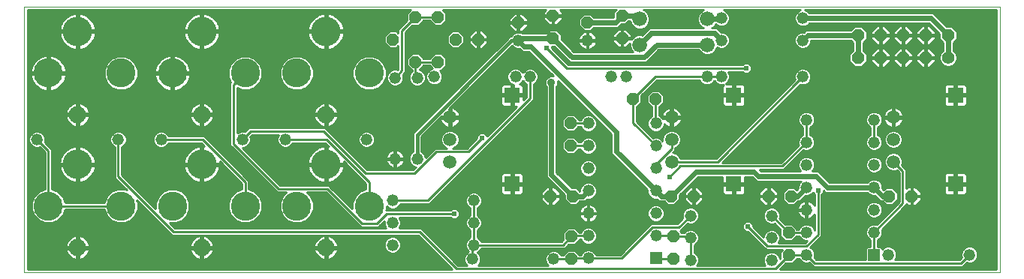
<source format=gbl>
G75*
G70*
%OFA0B0*%
%FSLAX24Y24*%
%IPPOS*%
%LPD*%
%AMOC8*
5,1,8,0,0,1.08239X$1,22.5*
%
%ADD10C,0.0000*%
%ADD11OC8,0.0520*%
%ADD12C,0.0520*%
%ADD13C,0.0660*%
%ADD14C,0.0560*%
%ADD15OC8,0.0560*%
%ADD16C,0.1306*%
%ADD17C,0.1286*%
%ADD18C,0.0768*%
%ADD19R,0.0520X0.0520*%
%ADD20R,0.0709X0.0709*%
%ADD21C,0.0594*%
%ADD22C,0.0240*%
%ADD23C,0.0160*%
%ADD24C,0.0360*%
%ADD25C,0.0100*%
%ADD26C,0.0240*%
D10*
X000190Y000492D02*
X000190Y012303D01*
X043497Y012303D01*
X043497Y000492D01*
X000190Y000492D01*
D11*
X023548Y003878D03*
X024548Y003878D03*
X028903Y003878D03*
X029903Y003878D03*
X033233Y003878D03*
X034233Y003878D03*
X038588Y003878D03*
X039588Y003878D03*
X034127Y002252D03*
X034127Y001252D03*
X029009Y001094D03*
X029009Y002094D03*
X024481Y002094D03*
X024481Y001094D03*
X024442Y006134D03*
X024442Y007134D03*
X027210Y008208D03*
X028210Y008208D03*
X020336Y010846D03*
X019336Y010846D03*
X022119Y011601D03*
X023655Y011897D03*
X025190Y011601D03*
X026725Y011897D03*
X026725Y010897D03*
X023655Y010897D03*
X018552Y011846D03*
X017552Y011846D03*
X016552Y010846D03*
X017552Y009846D03*
X018552Y009846D03*
D12*
X018387Y009193D03*
X017631Y009145D03*
X016647Y009145D03*
X021993Y009193D03*
X022639Y009193D03*
X026245Y009193D03*
X026891Y009193D03*
X030497Y009193D03*
X031143Y009193D03*
X034749Y009193D03*
X034749Y010807D03*
X034749Y011791D03*
X031143Y011791D03*
X031143Y010807D03*
X025190Y010801D03*
X022119Y010801D03*
X025225Y007114D03*
X025225Y006114D03*
X025225Y005114D03*
X025225Y004114D03*
X025225Y003114D03*
X028225Y003114D03*
X029765Y003012D03*
X029765Y002027D03*
X028225Y002114D03*
X029765Y001043D03*
X033371Y001043D03*
X034910Y001271D03*
X033371Y002027D03*
X034910Y002271D03*
X033371Y003012D03*
X034910Y003271D03*
X034910Y004271D03*
X034910Y005271D03*
X034910Y006271D03*
X034910Y007271D03*
X037910Y007271D03*
X037910Y006271D03*
X037910Y005271D03*
X037910Y004271D03*
X037910Y003271D03*
X037910Y002271D03*
X038544Y001279D03*
X042151Y001279D03*
X028225Y004114D03*
X028225Y005114D03*
X028225Y006114D03*
X028225Y007114D03*
X020143Y003681D03*
X020143Y002697D03*
X020143Y001712D03*
X020080Y001083D03*
X016536Y001712D03*
X016536Y002697D03*
X016536Y003681D03*
X016647Y005539D03*
X017631Y005539D03*
X015379Y006397D03*
X011773Y006397D03*
X009867Y006397D03*
X006261Y006397D03*
X004355Y006397D03*
X000749Y006397D03*
X023686Y001083D03*
X025225Y001114D03*
X025225Y002114D03*
D13*
X027509Y010610D03*
X030509Y010610D03*
X030509Y011752D03*
X027509Y011752D03*
D14*
X041206Y010031D03*
D15*
X040206Y010031D03*
X039206Y010031D03*
X038206Y010031D03*
X037206Y010031D03*
X037206Y011031D03*
X038206Y011031D03*
X039206Y011031D03*
X040206Y011031D03*
X041206Y011031D03*
D16*
X013576Y011201D03*
X008064Y011201D03*
X002552Y011201D03*
X002552Y005295D03*
X008064Y005295D03*
X013576Y005295D03*
D17*
X012277Y003445D03*
X009993Y003445D03*
X006765Y003445D03*
X004481Y003445D03*
X001253Y003445D03*
X015505Y003445D03*
X015505Y009350D03*
X012277Y009350D03*
X009993Y009350D03*
X006765Y009350D03*
X004481Y009350D03*
X001253Y009350D03*
D18*
X002552Y007500D03*
X008064Y007500D03*
X013576Y007500D03*
X013576Y001594D03*
X008064Y001594D03*
X002552Y001594D03*
D19*
X028225Y001114D03*
X037910Y001271D03*
D20*
X041529Y004429D03*
X031686Y004429D03*
X021844Y004429D03*
X021844Y008366D03*
X031686Y008366D03*
X041529Y008366D03*
D21*
X038773Y007382D03*
X038773Y006397D03*
X038773Y005413D03*
X028930Y005413D03*
X028930Y006397D03*
X028930Y007382D03*
X019088Y007382D03*
X019088Y006397D03*
X019088Y005413D03*
D22*
X023590Y004836D02*
X024548Y003878D01*
X024989Y003878D01*
X025225Y004114D01*
X023590Y004836D02*
X023590Y008932D01*
X024493Y010059D02*
X023655Y010897D01*
X022216Y010897D01*
X022119Y010801D01*
X022121Y010801D01*
X022390Y010532D01*
X022670Y010532D01*
X026470Y006732D01*
X026470Y005869D01*
X028225Y004114D01*
X028462Y003878D01*
X028903Y003878D01*
X029997Y004972D01*
X032590Y004972D01*
X032790Y004772D01*
X035350Y004772D01*
X035850Y004271D01*
X037910Y004271D01*
X038304Y003878D01*
X038588Y003878D01*
X034910Y004271D02*
X034517Y003878D01*
X034233Y003878D01*
X037206Y010031D02*
X037206Y011031D01*
X034973Y011031D01*
X034749Y010807D01*
X034749Y011791D02*
X040446Y011791D01*
X041206Y011031D01*
X041206Y010031D01*
X031143Y010807D02*
X030828Y011122D01*
X028021Y011122D01*
X027509Y010610D01*
X027710Y010059D02*
X028261Y010610D01*
X030509Y010610D01*
X027710Y010059D02*
X024493Y010059D01*
X025190Y011601D02*
X026429Y011601D01*
X026725Y011897D01*
X027363Y011897D01*
X027509Y011752D01*
X030509Y011752D02*
X031103Y011752D01*
X031143Y011791D01*
D23*
X022119Y010801D02*
X021819Y010801D01*
X017631Y006613D01*
X017631Y005539D01*
D24*
X023590Y008932D03*
D25*
X023330Y009061D02*
X022985Y009061D01*
X023009Y009119D02*
X023009Y009266D01*
X022952Y009402D01*
X022848Y009506D01*
X022712Y009563D01*
X022565Y009563D01*
X022429Y009506D01*
X022325Y009402D01*
X022316Y009380D01*
X022307Y009402D01*
X022203Y009506D01*
X022067Y009563D01*
X021920Y009563D01*
X021784Y009506D01*
X021679Y009402D01*
X021623Y009266D01*
X021623Y009119D01*
X021679Y008983D01*
X021784Y008879D01*
X021894Y008834D01*
X021894Y008416D01*
X022348Y008416D01*
X022348Y008740D01*
X022338Y008778D01*
X022318Y008812D01*
X022290Y008840D01*
X022256Y008860D01*
X022218Y008870D01*
X022182Y008870D01*
X022203Y008879D01*
X022307Y008983D01*
X022316Y009005D01*
X022325Y008983D01*
X022429Y008879D01*
X022479Y008859D01*
X022479Y008287D01*
X022348Y008156D01*
X022348Y008316D01*
X021894Y008316D01*
X021894Y008416D01*
X021794Y008416D01*
X021794Y008870D01*
X021469Y008870D01*
X021431Y008860D01*
X021397Y008840D01*
X021369Y008812D01*
X021349Y008778D01*
X021339Y008740D01*
X021339Y008416D01*
X021794Y008416D01*
X021794Y008316D01*
X021894Y008316D01*
X021894Y007862D01*
X022053Y007862D01*
X020739Y006548D01*
X020605Y006682D01*
X020415Y006682D01*
X020280Y006547D01*
X020280Y006448D01*
X019844Y006012D01*
X019220Y006012D01*
X019318Y006053D01*
X019433Y006167D01*
X019494Y006317D01*
X019494Y006478D01*
X019433Y006628D01*
X019318Y006742D01*
X019169Y006804D01*
X019007Y006804D01*
X018857Y006742D01*
X018743Y006628D01*
X018681Y006478D01*
X018681Y006317D01*
X018743Y006167D01*
X018857Y006053D01*
X018955Y006012D01*
X018404Y006012D01*
X018001Y005609D01*
X018001Y005613D01*
X017945Y005749D01*
X017841Y005853D01*
X017821Y005861D01*
X017821Y006534D01*
X018717Y007430D01*
X019039Y007430D01*
X019039Y007333D01*
X019136Y007333D01*
X019136Y006937D01*
X019192Y006946D01*
X019259Y006968D01*
X019322Y007000D01*
X019379Y007041D01*
X019428Y007091D01*
X019470Y007148D01*
X019502Y007210D01*
X019523Y007277D01*
X019532Y007333D01*
X019136Y007333D01*
X019136Y007430D01*
X019532Y007430D01*
X019523Y007486D01*
X019502Y007553D01*
X019470Y007616D01*
X019428Y007673D01*
X019379Y007723D01*
X019322Y007764D01*
X019259Y007796D01*
X019192Y007818D01*
X019136Y007826D01*
X019136Y007430D01*
X019039Y007430D01*
X019039Y007752D01*
X021842Y010555D01*
X021910Y010487D01*
X022046Y010431D01*
X022166Y010431D01*
X022295Y010302D01*
X022575Y010302D01*
X023660Y009217D01*
X023648Y009222D01*
X023532Y009222D01*
X023426Y009178D01*
X023344Y009096D01*
X023300Y008990D01*
X023300Y008874D01*
X023344Y008768D01*
X023360Y008752D01*
X023360Y004741D01*
X024178Y003923D01*
X024178Y003725D01*
X024395Y003508D01*
X024702Y003508D01*
X024842Y003648D01*
X025084Y003648D01*
X025181Y003744D01*
X025299Y003744D01*
X025435Y003800D01*
X025539Y003904D01*
X025595Y004040D01*
X025595Y004188D01*
X025539Y004324D01*
X025435Y004428D01*
X025299Y004484D01*
X025152Y004484D01*
X025016Y004428D01*
X024912Y004324D01*
X024855Y004188D01*
X024855Y004108D01*
X024842Y004108D01*
X024702Y004248D01*
X024504Y004248D01*
X023820Y004931D01*
X023820Y008752D01*
X023836Y008768D01*
X023880Y008874D01*
X023880Y008990D01*
X023875Y009002D01*
X026240Y006637D01*
X026240Y005774D01*
X027855Y004159D01*
X027855Y004040D01*
X027912Y003904D01*
X028016Y003800D01*
X028152Y003744D01*
X028270Y003744D01*
X028366Y003648D01*
X028609Y003648D01*
X028749Y003508D01*
X029056Y003508D01*
X029273Y003725D01*
X029273Y003923D01*
X030092Y004742D01*
X031182Y004742D01*
X031182Y004479D01*
X031636Y004479D01*
X031636Y004379D01*
X031182Y004379D01*
X031182Y004055D01*
X031192Y004017D01*
X031212Y003983D01*
X031240Y003955D01*
X031274Y003935D01*
X031312Y003925D01*
X031636Y003925D01*
X031636Y004379D01*
X031736Y004379D01*
X031736Y003925D01*
X032060Y003925D01*
X032098Y003935D01*
X032132Y003955D01*
X032160Y003983D01*
X032180Y004017D01*
X032190Y004055D01*
X032190Y004379D01*
X031736Y004379D01*
X031736Y004479D01*
X032190Y004479D01*
X032190Y004742D01*
X032495Y004742D01*
X032695Y004542D01*
X034658Y004542D01*
X034597Y004481D01*
X034540Y004345D01*
X034540Y004227D01*
X034474Y004160D01*
X034387Y004248D01*
X034080Y004248D01*
X033863Y004031D01*
X033863Y003725D01*
X034080Y003508D01*
X034387Y003508D01*
X034527Y003648D01*
X034612Y003648D01*
X034866Y003901D01*
X034984Y003901D01*
X035120Y003958D01*
X035200Y004038D01*
X035200Y004037D01*
X035270Y003967D01*
X035270Y003469D01*
X035261Y003486D01*
X035223Y003539D01*
X035178Y003584D01*
X035125Y003622D01*
X035068Y003651D01*
X035006Y003671D01*
X034943Y003681D01*
X034940Y003681D01*
X034940Y003301D01*
X034880Y003301D01*
X034880Y003241D01*
X034940Y003241D01*
X034940Y002861D01*
X034943Y002861D01*
X035006Y002872D01*
X035068Y002892D01*
X035125Y002921D01*
X035178Y002959D01*
X035223Y003004D01*
X035261Y003057D01*
X035270Y003074D01*
X035270Y002370D01*
X035224Y002481D01*
X035120Y002585D01*
X034984Y002641D01*
X034837Y002641D01*
X034701Y002585D01*
X034597Y002481D01*
X034568Y002412D01*
X034490Y002412D01*
X034280Y002622D01*
X033983Y002622D01*
X033719Y002886D01*
X033741Y002938D01*
X033741Y003085D01*
X033685Y003221D01*
X033581Y003325D01*
X033445Y003382D01*
X033298Y003382D01*
X033162Y003325D01*
X033057Y003221D01*
X033001Y003085D01*
X033001Y002938D01*
X033057Y002802D01*
X033162Y002698D01*
X033298Y002642D01*
X033445Y002642D01*
X033492Y002661D01*
X033757Y002396D01*
X033757Y002099D01*
X033974Y001882D01*
X034280Y001882D01*
X034490Y002092D01*
X034584Y002092D01*
X034597Y002062D01*
X034701Y001958D01*
X034837Y001901D01*
X034933Y001901D01*
X034844Y001812D01*
X033679Y001812D01*
X033685Y001818D01*
X033741Y001954D01*
X033741Y002101D01*
X033685Y002237D01*
X033581Y002341D01*
X033445Y002397D01*
X033298Y002397D01*
X033162Y002341D01*
X033057Y002237D01*
X033001Y002101D01*
X033001Y002067D01*
X032540Y002528D01*
X032540Y002627D01*
X032405Y002762D01*
X032215Y002762D01*
X032080Y002627D01*
X032080Y002437D01*
X032215Y002302D01*
X032314Y002302D01*
X033124Y001492D01*
X033844Y001492D01*
X033757Y001405D01*
X033757Y001108D01*
X033741Y001092D01*
X033741Y001117D01*
X033685Y001253D01*
X033581Y001357D01*
X033445Y001413D01*
X033298Y001413D01*
X033162Y001357D01*
X033057Y001253D01*
X033001Y001117D01*
X033001Y000970D01*
X033057Y000834D01*
X033079Y000812D01*
X030057Y000812D01*
X030078Y000834D01*
X030135Y000970D01*
X030135Y001117D01*
X030078Y001253D01*
X029974Y001357D01*
X029925Y001377D01*
X029925Y001693D01*
X029974Y001714D01*
X030078Y001818D01*
X030135Y001954D01*
X030135Y002101D01*
X030078Y002237D01*
X029974Y002341D01*
X029838Y002397D01*
X029691Y002397D01*
X029555Y002341D01*
X029468Y002254D01*
X029372Y002254D01*
X029295Y002332D01*
X029311Y002332D01*
X029405Y002426D01*
X029642Y002662D01*
X029691Y002642D01*
X029838Y002642D01*
X029974Y002698D01*
X030078Y002802D01*
X030135Y002938D01*
X030135Y003085D01*
X030078Y003221D01*
X029974Y003325D01*
X029838Y003382D01*
X029691Y003382D01*
X029555Y003325D01*
X029451Y003221D01*
X029395Y003085D01*
X029395Y002938D01*
X029415Y002888D01*
X029179Y002652D01*
X028004Y002652D01*
X026626Y001274D01*
X025560Y001274D01*
X025539Y001324D01*
X025435Y001428D01*
X025299Y001484D01*
X025152Y001484D01*
X025016Y001428D01*
X024912Y001324D01*
X024891Y001274D01*
X024825Y001274D01*
X024635Y001464D01*
X024328Y001464D01*
X024118Y001254D01*
X024015Y001254D01*
X024000Y001292D01*
X023896Y001396D01*
X023760Y001453D01*
X023612Y001453D01*
X023476Y001396D01*
X023372Y001292D01*
X023316Y001156D01*
X023316Y001009D01*
X023372Y000873D01*
X023433Y000812D01*
X020332Y000812D01*
X020393Y000873D01*
X020450Y001009D01*
X020450Y001156D01*
X020393Y001292D01*
X020306Y001380D01*
X020352Y001399D01*
X020456Y001503D01*
X020477Y001552D01*
X024166Y001552D01*
X024259Y001646D01*
X024338Y001724D01*
X024635Y001724D01*
X024851Y001941D01*
X024851Y001954D01*
X024891Y001954D01*
X024912Y001904D01*
X025016Y001800D01*
X025152Y001744D01*
X025299Y001744D01*
X025435Y001800D01*
X025539Y001904D01*
X025595Y002040D01*
X025595Y002188D01*
X025539Y002324D01*
X025435Y002428D01*
X025299Y002484D01*
X025152Y002484D01*
X025016Y002428D01*
X024912Y002324D01*
X024891Y002274D01*
X024825Y002274D01*
X024635Y002464D01*
X024328Y002464D01*
X024111Y002248D01*
X024111Y001951D01*
X024033Y001872D01*
X020477Y001872D01*
X020456Y001922D01*
X020352Y002026D01*
X020303Y002047D01*
X020303Y002362D01*
X020352Y002383D01*
X020456Y002487D01*
X020513Y002623D01*
X020513Y002770D01*
X020456Y002906D01*
X020352Y003010D01*
X020303Y003031D01*
X020303Y003347D01*
X020352Y003367D01*
X020456Y003471D01*
X020513Y003607D01*
X020513Y003755D01*
X020456Y003891D01*
X020352Y003995D01*
X020216Y004051D01*
X020069Y004051D01*
X019933Y003995D01*
X019829Y003891D01*
X019773Y003755D01*
X019773Y003607D01*
X019829Y003471D01*
X019933Y003367D01*
X019983Y003347D01*
X019983Y003031D01*
X019933Y003010D01*
X019829Y002906D01*
X019773Y002770D01*
X019773Y002623D01*
X019829Y002487D01*
X019933Y002383D01*
X019983Y002362D01*
X019983Y002047D01*
X019933Y002026D01*
X019829Y001922D01*
X019773Y001786D01*
X019773Y001639D01*
X019829Y001503D01*
X019917Y001415D01*
X019870Y001396D01*
X019766Y001292D01*
X019710Y001156D01*
X019710Y001009D01*
X019766Y000873D01*
X019827Y000812D01*
X019456Y000812D01*
X017899Y002369D01*
X017899Y002369D01*
X017805Y002463D01*
X016826Y002463D01*
X016850Y002487D01*
X016906Y002623D01*
X016906Y002770D01*
X016850Y002906D01*
X016824Y002932D01*
X019105Y002932D01*
X019175Y002862D01*
X019365Y002862D01*
X019500Y002997D01*
X019500Y003187D01*
X019365Y003322D01*
X019175Y003322D01*
X019105Y003252D01*
X016240Y003252D01*
X016258Y003295D01*
X016258Y003436D01*
X016327Y003367D01*
X016463Y003311D01*
X016610Y003311D01*
X016746Y003367D01*
X016850Y003471D01*
X016871Y003521D01*
X018165Y003521D01*
X022705Y008061D01*
X022799Y008154D01*
X022799Y008859D01*
X022848Y008879D01*
X022952Y008983D01*
X023009Y009119D01*
X023009Y009160D02*
X023408Y009160D01*
X023300Y008963D02*
X022932Y008963D01*
X022813Y008864D02*
X023304Y008864D01*
X023346Y008766D02*
X022799Y008766D01*
X022799Y008667D02*
X023360Y008667D01*
X023360Y008569D02*
X022799Y008569D01*
X022799Y008470D02*
X023360Y008470D01*
X023360Y008372D02*
X022799Y008372D01*
X022799Y008273D02*
X023360Y008273D01*
X023360Y008175D02*
X022799Y008175D01*
X022721Y008076D02*
X023360Y008076D01*
X023360Y007978D02*
X022622Y007978D01*
X022524Y007879D02*
X023360Y007879D01*
X023360Y007781D02*
X022425Y007781D01*
X022327Y007682D02*
X023360Y007682D01*
X023360Y007584D02*
X022228Y007584D01*
X022130Y007485D02*
X023360Y007485D01*
X023360Y007387D02*
X022031Y007387D01*
X021933Y007288D02*
X023360Y007288D01*
X023360Y007190D02*
X021834Y007190D01*
X021736Y007091D02*
X023360Y007091D01*
X023360Y006993D02*
X021637Y006993D01*
X021539Y006894D02*
X023360Y006894D01*
X023360Y006796D02*
X021440Y006796D01*
X021342Y006697D02*
X023360Y006697D01*
X023360Y006599D02*
X021243Y006599D01*
X021145Y006500D02*
X023360Y006500D01*
X023360Y006402D02*
X021046Y006402D01*
X020948Y006303D02*
X023360Y006303D01*
X023360Y006205D02*
X020849Y006205D01*
X020751Y006106D02*
X023360Y006106D01*
X023360Y006008D02*
X020652Y006008D01*
X020554Y005909D02*
X023360Y005909D01*
X023360Y005811D02*
X020455Y005811D01*
X020357Y005712D02*
X023360Y005712D01*
X023360Y005614D02*
X020258Y005614D01*
X020160Y005515D02*
X023360Y005515D01*
X023360Y005417D02*
X020061Y005417D01*
X019963Y005318D02*
X023360Y005318D01*
X023360Y005220D02*
X019864Y005220D01*
X019766Y005121D02*
X023360Y005121D01*
X023360Y005023D02*
X019667Y005023D01*
X019569Y004924D02*
X021437Y004924D01*
X021431Y004923D02*
X021397Y004903D01*
X021369Y004875D01*
X021349Y004841D01*
X021339Y004803D01*
X021339Y004479D01*
X021794Y004479D01*
X021794Y004933D01*
X021469Y004933D01*
X021431Y004923D01*
X021345Y004826D02*
X019470Y004826D01*
X019372Y004727D02*
X021339Y004727D01*
X021339Y004629D02*
X019273Y004629D01*
X019175Y004530D02*
X021339Y004530D01*
X021339Y004379D02*
X021339Y004055D01*
X021349Y004017D01*
X021369Y003983D01*
X021397Y003955D01*
X021431Y003935D01*
X021469Y003925D01*
X021794Y003925D01*
X021794Y004379D01*
X021894Y004379D01*
X021894Y004479D01*
X022348Y004479D01*
X022348Y004803D01*
X022338Y004841D01*
X022318Y004875D01*
X022290Y004903D01*
X022256Y004923D01*
X022218Y004933D01*
X021894Y004933D01*
X021894Y004479D01*
X021794Y004479D01*
X021794Y004379D01*
X021339Y004379D01*
X021339Y004333D02*
X018978Y004333D01*
X018879Y004235D02*
X021339Y004235D01*
X021339Y004136D02*
X018781Y004136D01*
X018682Y004038D02*
X020038Y004038D01*
X019878Y003939D02*
X018584Y003939D01*
X018485Y003841D02*
X019809Y003841D01*
X019773Y003742D02*
X018387Y003742D01*
X018288Y003644D02*
X019773Y003644D01*
X019798Y003545D02*
X018190Y003545D01*
X018099Y003681D02*
X022639Y008221D01*
X022639Y009193D01*
X022971Y009357D02*
X023520Y009357D01*
X023618Y009258D02*
X023009Y009258D01*
X022899Y009455D02*
X023421Y009455D01*
X023323Y009554D02*
X022734Y009554D01*
X022544Y009554D02*
X022088Y009554D01*
X021898Y009554D02*
X020841Y009554D01*
X020939Y009652D02*
X023224Y009652D01*
X023126Y009751D02*
X021038Y009751D01*
X021136Y009849D02*
X023027Y009849D01*
X022929Y009948D02*
X021235Y009948D01*
X021333Y010046D02*
X022830Y010046D01*
X022732Y010145D02*
X021432Y010145D01*
X021530Y010243D02*
X022633Y010243D01*
X022255Y010342D02*
X021629Y010342D01*
X021727Y010440D02*
X022022Y010440D01*
X021858Y010539D02*
X021826Y010539D01*
X021387Y010637D02*
X020707Y010637D01*
X020746Y010676D02*
X020746Y010816D01*
X020366Y010816D01*
X020366Y010876D01*
X020746Y010876D01*
X020746Y011016D01*
X020505Y011256D01*
X020366Y011256D01*
X020366Y010876D01*
X020306Y010876D01*
X020306Y010816D01*
X020366Y010816D01*
X020366Y010436D01*
X020505Y010436D01*
X020746Y010676D01*
X020746Y010736D02*
X021485Y010736D01*
X021584Y010834D02*
X020366Y010834D01*
X020306Y010834D02*
X019706Y010834D01*
X019706Y010736D02*
X019926Y010736D01*
X019926Y010676D02*
X019926Y010816D01*
X020306Y010816D01*
X020306Y010436D01*
X020166Y010436D01*
X019926Y010676D01*
X019965Y010637D02*
X019650Y010637D01*
X019706Y010693D02*
X019489Y010476D01*
X019182Y010476D01*
X018966Y010693D01*
X018966Y011000D01*
X019182Y011216D01*
X019489Y011216D01*
X019706Y011000D01*
X019706Y010693D01*
X019552Y010539D02*
X020063Y010539D01*
X020162Y010440D02*
X017110Y010440D01*
X017110Y010342D02*
X021091Y010342D01*
X020993Y010243D02*
X017110Y010243D01*
X017110Y010145D02*
X017328Y010145D01*
X017399Y010216D02*
X017182Y010000D01*
X017182Y009693D01*
X017392Y009483D01*
X017392Y009430D01*
X017317Y009355D01*
X017261Y009219D01*
X017261Y009072D01*
X017317Y008936D01*
X017421Y008832D01*
X017557Y008775D01*
X017705Y008775D01*
X017841Y008832D01*
X017945Y008936D01*
X018001Y009072D01*
X018001Y009219D01*
X017945Y009355D01*
X017841Y009459D01*
X017733Y009504D01*
X017915Y009686D01*
X018189Y009686D01*
X018313Y009563D01*
X018177Y009506D01*
X018073Y009402D01*
X018017Y009266D01*
X018017Y009119D01*
X018073Y008983D01*
X018177Y008879D01*
X018313Y008823D01*
X018460Y008823D01*
X018596Y008879D01*
X018701Y008983D01*
X018757Y009119D01*
X018757Y009266D01*
X018701Y009402D01*
X018627Y009476D01*
X018705Y009476D01*
X018922Y009693D01*
X018922Y010000D01*
X018705Y010216D01*
X018399Y010216D01*
X018189Y010006D01*
X017915Y010006D01*
X017705Y010216D01*
X017399Y010216D01*
X017229Y010046D02*
X017110Y010046D01*
X017110Y009948D02*
X017182Y009948D01*
X017182Y009849D02*
X017110Y009849D01*
X017110Y009751D02*
X017182Y009751D01*
X017223Y009652D02*
X017110Y009652D01*
X017110Y009554D02*
X017321Y009554D01*
X017392Y009455D02*
X017110Y009455D01*
X017110Y009383D02*
X017110Y011178D01*
X017408Y011476D01*
X017705Y011476D01*
X017915Y011686D01*
X018189Y011686D01*
X018399Y011476D01*
X018705Y011476D01*
X018922Y011693D01*
X018922Y012000D01*
X018769Y012153D01*
X023330Y012153D01*
X023245Y012067D01*
X023245Y011927D01*
X023625Y011927D01*
X023625Y011867D01*
X023685Y011867D01*
X023685Y011927D01*
X024065Y011927D01*
X024065Y012067D01*
X023979Y012153D01*
X026458Y012153D01*
X026355Y012051D01*
X026355Y011853D01*
X026333Y011831D01*
X025483Y011831D01*
X025343Y011971D01*
X025037Y011971D01*
X024820Y011754D01*
X024820Y011447D01*
X025037Y011231D01*
X025343Y011231D01*
X025483Y011371D01*
X026524Y011371D01*
X026659Y011505D01*
X026681Y011527D01*
X026879Y011527D01*
X027019Y011667D01*
X027069Y011667D01*
X027069Y011664D01*
X027136Y011503D01*
X027260Y011379D01*
X027421Y011312D01*
X027596Y011312D01*
X027758Y011379D01*
X027882Y011503D01*
X027949Y011664D01*
X027949Y011839D01*
X027882Y012001D01*
X027758Y012125D01*
X027690Y012153D01*
X030328Y012153D01*
X030260Y012125D01*
X030136Y012001D01*
X030069Y011839D01*
X030069Y011664D01*
X030136Y011503D01*
X030260Y011379D01*
X030325Y011352D01*
X027925Y011352D01*
X027616Y011042D01*
X027596Y011050D01*
X027421Y011050D01*
X027260Y010983D01*
X027136Y010859D01*
X027135Y010858D01*
X027135Y010867D01*
X026755Y010867D01*
X026755Y010487D01*
X026895Y010487D01*
X027069Y010661D01*
X027069Y010523D01*
X027136Y010361D01*
X027208Y010289D01*
X024588Y010289D01*
X024025Y010853D01*
X024025Y011051D01*
X023808Y011267D01*
X023501Y011267D01*
X023361Y011127D01*
X022297Y011127D01*
X022193Y011171D01*
X022046Y011171D01*
X021910Y011114D01*
X021805Y011010D01*
X021797Y010991D01*
X021740Y010991D01*
X021629Y010879D01*
X017441Y006692D01*
X017441Y005861D01*
X017421Y005853D01*
X017317Y005749D01*
X017261Y005613D01*
X017261Y005466D01*
X017317Y005330D01*
X017421Y005226D01*
X017557Y005169D01*
X017561Y005169D01*
X017444Y005052D01*
X015416Y005052D01*
X013630Y006838D01*
X013536Y006932D01*
X010175Y006932D01*
X009990Y006747D01*
X009941Y006767D01*
X009794Y006767D01*
X009658Y006711D01*
X009630Y006684D01*
X009630Y008686D01*
X009843Y008597D01*
X010143Y008597D01*
X010420Y008712D01*
X010631Y008924D01*
X010746Y009200D01*
X010746Y009500D01*
X010631Y009777D01*
X010420Y009989D01*
X010143Y010103D01*
X009843Y010103D01*
X009567Y009989D01*
X009355Y009777D01*
X009240Y009500D01*
X009240Y009200D01*
X009351Y008934D01*
X009310Y008893D01*
X009310Y006146D01*
X009404Y006052D01*
X011404Y004052D01*
X011819Y004052D01*
X011638Y003871D01*
X011524Y003594D01*
X011524Y003295D01*
X011638Y003018D01*
X011850Y002806D01*
X012127Y002692D01*
X012426Y002692D01*
X012703Y002806D01*
X012915Y003018D01*
X013030Y003295D01*
X013030Y003594D01*
X012915Y003871D01*
X012734Y004052D01*
X013564Y004052D01*
X015124Y002492D01*
X015896Y002492D01*
X015990Y002586D01*
X016166Y002762D01*
X016166Y002623D01*
X016223Y002487D01*
X016247Y002463D01*
X006885Y002463D01*
X006656Y002692D01*
X006915Y002692D01*
X007191Y002806D01*
X007403Y003018D01*
X007518Y003295D01*
X007518Y003594D01*
X007403Y003871D01*
X007191Y004083D01*
X006915Y004198D01*
X006615Y004198D01*
X006338Y004083D01*
X006127Y003871D01*
X006012Y003594D01*
X006012Y003336D01*
X004515Y004833D01*
X004515Y006063D01*
X004565Y006084D01*
X004669Y006188D01*
X004725Y006324D01*
X004725Y006471D01*
X004669Y006607D01*
X004565Y006711D01*
X004429Y006767D01*
X004282Y006767D01*
X004146Y006711D01*
X004042Y006607D01*
X003985Y006471D01*
X003985Y006324D01*
X004042Y006188D01*
X004146Y006084D01*
X004195Y006063D01*
X004195Y004700D01*
X004289Y004607D01*
X004745Y004150D01*
X004631Y004198D01*
X004332Y004198D01*
X004055Y004083D01*
X003843Y003871D01*
X003733Y003605D01*
X002002Y003605D01*
X001891Y003871D01*
X001679Y004083D01*
X001413Y004193D01*
X001413Y005960D01*
X001319Y006054D01*
X001099Y006274D01*
X001119Y006324D01*
X001119Y006471D01*
X001063Y006607D01*
X000959Y006711D01*
X000823Y006767D01*
X000675Y006767D01*
X000539Y006711D01*
X000435Y006607D01*
X000379Y006471D01*
X000379Y006324D01*
X000435Y006188D01*
X000539Y006084D01*
X000675Y006027D01*
X000823Y006027D01*
X000872Y006048D01*
X001093Y005827D01*
X001093Y004193D01*
X000827Y004083D01*
X000615Y003871D01*
X000500Y003594D01*
X000500Y003295D01*
X000615Y003018D01*
X000827Y002806D01*
X001103Y002692D01*
X001403Y002692D01*
X001679Y002806D01*
X001891Y003018D01*
X002002Y003285D01*
X003733Y003285D01*
X003843Y003018D01*
X004055Y002806D01*
X004332Y002692D01*
X004631Y002692D01*
X004908Y002806D01*
X005120Y003018D01*
X005234Y003295D01*
X005234Y003594D01*
X005187Y003709D01*
X006753Y002143D01*
X017673Y002143D01*
X019174Y000642D01*
X000340Y000642D01*
X000340Y012153D01*
X017336Y012153D01*
X017182Y012000D01*
X017182Y011703D01*
X016790Y011310D01*
X016790Y011132D01*
X016705Y011216D01*
X016399Y011216D01*
X016182Y011000D01*
X016182Y010693D01*
X016399Y010476D01*
X016705Y010476D01*
X016790Y010561D01*
X016790Y009515D01*
X016770Y009495D01*
X016720Y009515D01*
X016573Y009515D01*
X016437Y009459D01*
X016333Y009355D01*
X016277Y009219D01*
X016277Y009072D01*
X016333Y008936D01*
X016437Y008832D01*
X016573Y008775D01*
X016720Y008775D01*
X016856Y008832D01*
X016960Y008936D01*
X017017Y009072D01*
X017017Y009219D01*
X016996Y009269D01*
X017016Y009289D01*
X017110Y009383D01*
X017084Y009357D02*
X017319Y009357D01*
X017277Y009258D02*
X017000Y009258D01*
X017017Y009160D02*
X017261Y009160D01*
X017265Y009061D02*
X017012Y009061D01*
X016972Y008963D02*
X017306Y008963D01*
X017389Y008864D02*
X016889Y008864D01*
X016404Y008864D02*
X016084Y008864D01*
X016143Y008924D02*
X015931Y008712D01*
X015655Y008597D01*
X015355Y008597D01*
X015078Y008712D01*
X014867Y008924D01*
X014752Y009200D01*
X014752Y009500D01*
X014867Y009777D01*
X015078Y009989D01*
X015355Y010103D01*
X015655Y010103D01*
X015931Y009989D01*
X016143Y009777D01*
X016258Y009500D01*
X016258Y009200D01*
X016143Y008924D01*
X016160Y008963D02*
X016322Y008963D01*
X016281Y009061D02*
X016200Y009061D01*
X016241Y009160D02*
X016277Y009160D01*
X016258Y009258D02*
X016293Y009258D01*
X016258Y009357D02*
X016335Y009357D01*
X016258Y009455D02*
X016433Y009455D01*
X016236Y009554D02*
X016790Y009554D01*
X016790Y009652D02*
X016195Y009652D01*
X016154Y009751D02*
X016790Y009751D01*
X016790Y009849D02*
X016070Y009849D01*
X015972Y009948D02*
X016790Y009948D01*
X016790Y010046D02*
X015792Y010046D01*
X015218Y010046D02*
X012563Y010046D01*
X012426Y010103D02*
X012127Y010103D01*
X011850Y009989D01*
X011638Y009777D01*
X011524Y009500D01*
X011524Y009200D01*
X011638Y008924D01*
X011850Y008712D01*
X012127Y008597D01*
X012426Y008597D01*
X012703Y008712D01*
X012915Y008924D01*
X013030Y009200D01*
X013030Y009500D01*
X012915Y009777D01*
X012703Y009989D01*
X012426Y010103D01*
X012744Y009948D02*
X015038Y009948D01*
X014939Y009849D02*
X012842Y009849D01*
X012926Y009751D02*
X014856Y009751D01*
X014815Y009652D02*
X012966Y009652D01*
X013007Y009554D02*
X014774Y009554D01*
X014752Y009455D02*
X013030Y009455D01*
X013030Y009357D02*
X014752Y009357D01*
X014752Y009258D02*
X013030Y009258D01*
X013013Y009160D02*
X014769Y009160D01*
X014810Y009061D02*
X012972Y009061D01*
X012931Y008963D02*
X014850Y008963D01*
X014926Y008864D02*
X012856Y008864D01*
X012757Y008766D02*
X015024Y008766D01*
X015186Y008667D02*
X012596Y008667D01*
X011957Y008667D02*
X010312Y008667D01*
X010474Y008766D02*
X011796Y008766D01*
X011698Y008864D02*
X010572Y008864D01*
X010648Y008963D02*
X011622Y008963D01*
X011581Y009061D02*
X010688Y009061D01*
X010729Y009160D02*
X011540Y009160D01*
X011524Y009258D02*
X010746Y009258D01*
X010746Y009357D02*
X011524Y009357D01*
X011524Y009455D02*
X010746Y009455D01*
X010724Y009554D02*
X011546Y009554D01*
X011587Y009652D02*
X010683Y009652D01*
X010642Y009751D02*
X011628Y009751D01*
X011711Y009849D02*
X010559Y009849D01*
X010460Y009948D02*
X011810Y009948D01*
X011990Y010046D02*
X010280Y010046D01*
X009707Y010046D02*
X007145Y010046D01*
X007116Y010063D02*
X007020Y010103D01*
X006920Y010130D01*
X006817Y010143D01*
X006815Y010143D01*
X006815Y009400D01*
X007558Y009400D01*
X007558Y009402D01*
X007544Y009505D01*
X007517Y009606D01*
X007477Y009702D01*
X007425Y009792D01*
X007362Y009874D01*
X007289Y009948D01*
X007206Y010011D01*
X007116Y010063D01*
X007288Y009948D02*
X009526Y009948D01*
X009428Y009849D02*
X007381Y009849D01*
X007449Y009751D02*
X009344Y009751D01*
X009303Y009652D02*
X007498Y009652D01*
X007531Y009554D02*
X009263Y009554D01*
X009240Y009455D02*
X007551Y009455D01*
X007558Y009300D02*
X006815Y009300D01*
X006815Y009400D01*
X006715Y009400D01*
X006715Y009300D01*
X006815Y009300D01*
X006815Y008557D01*
X006817Y008557D01*
X006920Y008571D01*
X007020Y008598D01*
X007116Y008638D01*
X007206Y008690D01*
X007289Y008753D01*
X007362Y008826D01*
X007425Y008909D01*
X007477Y008999D01*
X007517Y009095D01*
X007544Y009195D01*
X007558Y009298D01*
X007558Y009300D01*
X007552Y009258D02*
X009240Y009258D01*
X009240Y009357D02*
X006815Y009357D01*
X006815Y009455D02*
X006715Y009455D01*
X006715Y009400D02*
X006715Y010143D01*
X006713Y010143D01*
X006610Y010130D01*
X006509Y010103D01*
X006413Y010063D01*
X006323Y010011D01*
X006241Y009948D01*
X004948Y009948D01*
X004908Y009989D02*
X004631Y010103D01*
X004332Y010103D01*
X004055Y009989D01*
X003843Y009777D01*
X003728Y009500D01*
X003728Y009200D01*
X003843Y008924D01*
X004055Y008712D01*
X004332Y008597D01*
X004631Y008597D01*
X004908Y008712D01*
X005120Y008924D01*
X005234Y009200D01*
X005234Y009500D01*
X005120Y009777D01*
X004908Y009989D01*
X004768Y010046D02*
X006385Y010046D01*
X006241Y009948D02*
X006167Y009874D01*
X006104Y009792D01*
X006052Y009702D01*
X006012Y009606D01*
X005985Y009505D01*
X005972Y009402D01*
X005972Y009400D01*
X006715Y009400D01*
X006715Y009357D02*
X005234Y009357D01*
X005234Y009455D02*
X005979Y009455D01*
X005999Y009554D02*
X005212Y009554D01*
X005171Y009652D02*
X006032Y009652D01*
X006081Y009751D02*
X005130Y009751D01*
X005047Y009849D02*
X006148Y009849D01*
X006715Y009849D02*
X006815Y009849D01*
X006815Y009751D02*
X006715Y009751D01*
X006715Y009652D02*
X006815Y009652D01*
X006815Y009554D02*
X006715Y009554D01*
X006715Y009300D02*
X005972Y009300D01*
X005972Y009298D01*
X005985Y009195D01*
X006012Y009095D01*
X006052Y008999D01*
X006104Y008909D01*
X006167Y008826D01*
X006241Y008753D01*
X006323Y008690D01*
X006413Y008638D01*
X006509Y008598D01*
X006610Y008571D01*
X006713Y008557D01*
X006715Y008557D01*
X006715Y009300D01*
X006715Y009258D02*
X006815Y009258D01*
X006815Y009160D02*
X006715Y009160D01*
X006715Y009061D02*
X006815Y009061D01*
X006815Y008963D02*
X006715Y008963D01*
X006715Y008864D02*
X006815Y008864D01*
X006815Y008766D02*
X006715Y008766D01*
X006715Y008667D02*
X006815Y008667D01*
X006815Y008569D02*
X006715Y008569D01*
X006624Y008569D02*
X001394Y008569D01*
X001408Y008571D02*
X001508Y008598D01*
X001604Y008638D01*
X001694Y008690D01*
X001777Y008753D01*
X001850Y008826D01*
X001914Y008909D01*
X001966Y008999D01*
X002005Y009095D01*
X002032Y009195D01*
X002046Y009298D01*
X002046Y009300D01*
X001303Y009300D01*
X001303Y008557D01*
X001305Y008557D01*
X001408Y008571D01*
X001303Y008569D02*
X001203Y008569D01*
X001203Y008557D02*
X001203Y009300D01*
X001303Y009300D01*
X001303Y009400D01*
X002046Y009400D01*
X002046Y009402D01*
X002032Y009505D01*
X002005Y009606D01*
X001966Y009702D01*
X001914Y009792D01*
X001850Y009874D01*
X001777Y009948D01*
X001694Y010011D01*
X001604Y010063D01*
X001508Y010103D01*
X001408Y010130D01*
X001305Y010143D01*
X001303Y010143D01*
X001303Y009400D01*
X001203Y009400D01*
X001203Y009300D01*
X000460Y009300D01*
X000460Y009298D01*
X000474Y009195D01*
X000501Y009095D01*
X000540Y008999D01*
X000592Y008909D01*
X000656Y008826D01*
X000729Y008753D01*
X000812Y008690D01*
X000902Y008638D01*
X000998Y008598D01*
X001098Y008571D01*
X001201Y008557D01*
X001203Y008557D01*
X001112Y008569D02*
X000340Y008569D01*
X000340Y008667D02*
X000850Y008667D01*
X000716Y008766D02*
X000340Y008766D01*
X000340Y008864D02*
X000626Y008864D01*
X000561Y008963D02*
X000340Y008963D01*
X000340Y009061D02*
X000514Y009061D01*
X000483Y009160D02*
X000340Y009160D01*
X000340Y009258D02*
X000465Y009258D01*
X000460Y009400D02*
X001203Y009400D01*
X001203Y010143D01*
X001201Y010143D01*
X001098Y010130D01*
X000998Y010103D01*
X000902Y010063D01*
X000812Y010011D01*
X000729Y009948D01*
X000656Y009874D01*
X000592Y009792D01*
X000540Y009702D01*
X000501Y009606D01*
X000474Y009505D01*
X000460Y009402D01*
X000460Y009400D01*
X000467Y009455D02*
X000340Y009455D01*
X000340Y009357D02*
X001203Y009357D01*
X001203Y009455D02*
X001303Y009455D01*
X001303Y009357D02*
X003728Y009357D01*
X003728Y009455D02*
X002039Y009455D01*
X002019Y009554D02*
X003751Y009554D01*
X003792Y009652D02*
X001986Y009652D01*
X001937Y009751D02*
X003832Y009751D01*
X003916Y009849D02*
X001869Y009849D01*
X001776Y009948D02*
X004014Y009948D01*
X004195Y010046D02*
X001633Y010046D01*
X001303Y010046D02*
X001203Y010046D01*
X001203Y009948D02*
X001303Y009948D01*
X001303Y009849D02*
X001203Y009849D01*
X001203Y009751D02*
X001303Y009751D01*
X001303Y009652D02*
X001203Y009652D01*
X001203Y009554D02*
X001303Y009554D01*
X000520Y009652D02*
X000340Y009652D01*
X000340Y009554D02*
X000487Y009554D01*
X000569Y009751D02*
X000340Y009751D01*
X000340Y009849D02*
X000637Y009849D01*
X000730Y009948D02*
X000340Y009948D01*
X000340Y010046D02*
X000873Y010046D01*
X000340Y010145D02*
X016790Y010145D01*
X016790Y010243D02*
X000340Y010243D01*
X000340Y010342D02*
X016790Y010342D01*
X016790Y010440D02*
X013838Y010440D01*
X013834Y010439D02*
X013932Y010479D01*
X014023Y010532D01*
X014106Y010596D01*
X014181Y010670D01*
X014245Y010754D01*
X014297Y010845D01*
X014338Y010942D01*
X014365Y011044D01*
X014379Y011148D01*
X014379Y011151D01*
X013626Y011151D01*
X013626Y011251D01*
X013526Y011251D01*
X013526Y012003D01*
X013523Y012003D01*
X013419Y011990D01*
X013317Y011962D01*
X013220Y011922D01*
X013129Y011870D01*
X013045Y011805D01*
X012971Y011731D01*
X012907Y011648D01*
X012854Y011556D01*
X012814Y011459D01*
X012787Y011358D01*
X012773Y011253D01*
X012773Y011251D01*
X013526Y011251D01*
X013526Y011151D01*
X012773Y011151D01*
X012773Y011148D01*
X012787Y011044D01*
X012814Y010942D01*
X012854Y010845D01*
X012907Y010754D01*
X012971Y010670D01*
X013045Y010596D01*
X013129Y010532D01*
X013220Y010479D01*
X013317Y010439D01*
X013419Y010412D01*
X013523Y010398D01*
X013526Y010398D01*
X013526Y011151D01*
X013626Y011151D01*
X013626Y010398D01*
X013628Y010398D01*
X013733Y010412D01*
X013834Y010439D01*
X013626Y010440D02*
X013526Y010440D01*
X013526Y010539D02*
X013626Y010539D01*
X013626Y010637D02*
X013526Y010637D01*
X013526Y010736D02*
X013626Y010736D01*
X013626Y010834D02*
X013526Y010834D01*
X013526Y010933D02*
X013626Y010933D01*
X013626Y011031D02*
X013526Y011031D01*
X013526Y011130D02*
X013626Y011130D01*
X013626Y011228D02*
X016790Y011228D01*
X016807Y011327D02*
X014369Y011327D01*
X014365Y011358D02*
X014338Y011459D01*
X014297Y011556D01*
X014245Y011648D01*
X014181Y011731D01*
X014106Y011805D01*
X014023Y011870D01*
X013932Y011922D01*
X013834Y011962D01*
X013733Y011990D01*
X013628Y012003D01*
X013626Y012003D01*
X013626Y011251D01*
X014379Y011251D01*
X014379Y011253D01*
X014365Y011358D01*
X014347Y011425D02*
X016905Y011425D01*
X017004Y011524D02*
X014311Y011524D01*
X014259Y011622D02*
X017102Y011622D01*
X017182Y011721D02*
X014188Y011721D01*
X014088Y011819D02*
X017182Y011819D01*
X017182Y011918D02*
X013939Y011918D01*
X013626Y011918D02*
X013526Y011918D01*
X013526Y011819D02*
X013626Y011819D01*
X013626Y011721D02*
X013526Y011721D01*
X013526Y011622D02*
X013626Y011622D01*
X013626Y011524D02*
X013526Y011524D01*
X013526Y011425D02*
X013626Y011425D01*
X013626Y011327D02*
X013526Y011327D01*
X013526Y011228D02*
X008114Y011228D01*
X008114Y011251D02*
X008867Y011251D01*
X008867Y011253D01*
X008853Y011358D01*
X008826Y011459D01*
X008786Y011556D01*
X008733Y011648D01*
X008669Y011731D01*
X008594Y011805D01*
X008511Y011870D01*
X008420Y011922D01*
X008323Y011962D01*
X008221Y011990D01*
X008117Y012003D01*
X008114Y012003D01*
X008114Y011251D01*
X008014Y011251D01*
X008014Y012003D01*
X008011Y012003D01*
X007907Y011990D01*
X007805Y011962D01*
X007708Y011922D01*
X007617Y011870D01*
X007534Y011805D01*
X007459Y011731D01*
X007395Y011648D01*
X007343Y011556D01*
X007302Y011459D01*
X007275Y011358D01*
X007261Y011253D01*
X007261Y011251D01*
X008014Y011251D01*
X008014Y011151D01*
X007261Y011151D01*
X007261Y011148D01*
X007275Y011044D01*
X007302Y010942D01*
X007343Y010845D01*
X007395Y010754D01*
X007459Y010670D01*
X007534Y010596D01*
X007617Y010532D01*
X007708Y010479D01*
X007805Y010439D01*
X007907Y010412D01*
X008011Y010398D01*
X008014Y010398D01*
X008014Y011151D01*
X008114Y011151D01*
X008114Y011251D01*
X008114Y011327D02*
X008014Y011327D01*
X008014Y011425D02*
X008114Y011425D01*
X008114Y011524D02*
X008014Y011524D01*
X008014Y011622D02*
X008114Y011622D01*
X008114Y011721D02*
X008014Y011721D01*
X008014Y011819D02*
X008114Y011819D01*
X008114Y011918D02*
X008014Y011918D01*
X007701Y011918D02*
X002915Y011918D01*
X002908Y011922D02*
X002811Y011962D01*
X002709Y011990D01*
X002605Y012003D01*
X002602Y012003D01*
X002602Y011251D01*
X002502Y011251D01*
X002502Y012003D01*
X002500Y012003D01*
X002395Y011990D01*
X002294Y011962D01*
X002196Y011922D01*
X002105Y011870D01*
X002022Y011805D01*
X001947Y011731D01*
X001883Y011648D01*
X001831Y011556D01*
X001790Y011459D01*
X001763Y011358D01*
X001749Y011253D01*
X001749Y011251D01*
X002502Y011251D01*
X002502Y011151D01*
X001749Y011151D01*
X001749Y011148D01*
X001763Y011044D01*
X001790Y010942D01*
X001831Y010845D01*
X001883Y010754D01*
X001947Y010670D01*
X002022Y010596D01*
X002105Y010532D01*
X002196Y010479D01*
X002294Y010439D01*
X002395Y010412D01*
X002500Y010398D01*
X002502Y010398D01*
X002502Y011151D01*
X002602Y011151D01*
X002602Y011251D01*
X003355Y011251D01*
X003355Y011253D01*
X003341Y011358D01*
X003314Y011459D01*
X003274Y011556D01*
X003221Y011648D01*
X003157Y011731D01*
X003083Y011805D01*
X002999Y011870D01*
X002908Y011922D01*
X003064Y011819D02*
X007552Y011819D01*
X007451Y011721D02*
X003165Y011721D01*
X003236Y011622D02*
X007381Y011622D01*
X007329Y011524D02*
X003287Y011524D01*
X003323Y011425D02*
X007293Y011425D01*
X007271Y011327D02*
X003345Y011327D01*
X003355Y011151D02*
X002602Y011151D01*
X002602Y010398D01*
X002605Y010398D01*
X002709Y010412D01*
X002811Y010439D01*
X002908Y010479D01*
X002999Y010532D01*
X003083Y010596D01*
X003157Y010670D01*
X003221Y010754D01*
X003274Y010845D01*
X003314Y010942D01*
X003341Y011044D01*
X003355Y011148D01*
X003355Y011151D01*
X003353Y011130D02*
X007264Y011130D01*
X007278Y011031D02*
X003338Y011031D01*
X003310Y010933D02*
X007306Y010933D01*
X007348Y010834D02*
X003268Y010834D01*
X003208Y010736D02*
X007409Y010736D01*
X007492Y010637D02*
X003124Y010637D01*
X003009Y010539D02*
X007608Y010539D01*
X007801Y010440D02*
X002815Y010440D01*
X002602Y010440D02*
X002502Y010440D01*
X002502Y010539D02*
X002602Y010539D01*
X002602Y010637D02*
X002502Y010637D01*
X002502Y010736D02*
X002602Y010736D01*
X002602Y010834D02*
X002502Y010834D01*
X002502Y010933D02*
X002602Y010933D01*
X002602Y011031D02*
X002502Y011031D01*
X002502Y011130D02*
X002602Y011130D01*
X002602Y011228D02*
X008014Y011228D01*
X008014Y011130D02*
X008114Y011130D01*
X008114Y011151D02*
X008114Y010398D01*
X008117Y010398D01*
X008221Y010412D01*
X008323Y010439D01*
X008420Y010479D01*
X008511Y010532D01*
X008594Y010596D01*
X008669Y010670D01*
X008733Y010754D01*
X008786Y010845D01*
X008826Y010942D01*
X008853Y011044D01*
X008867Y011148D01*
X008867Y011151D01*
X008114Y011151D01*
X008114Y011031D02*
X008014Y011031D01*
X008014Y010933D02*
X008114Y010933D01*
X008114Y010834D02*
X008014Y010834D01*
X008014Y010736D02*
X008114Y010736D01*
X008114Y010637D02*
X008014Y010637D01*
X008014Y010539D02*
X008114Y010539D01*
X008114Y010440D02*
X008014Y010440D01*
X008327Y010440D02*
X013313Y010440D01*
X013119Y010539D02*
X008520Y010539D01*
X008636Y010637D02*
X013004Y010637D01*
X012921Y010736D02*
X008719Y010736D01*
X008780Y010834D02*
X012860Y010834D01*
X012818Y010933D02*
X008822Y010933D01*
X008850Y011031D02*
X012790Y011031D01*
X012775Y011130D02*
X008864Y011130D01*
X008857Y011327D02*
X012783Y011327D01*
X012805Y011425D02*
X008835Y011425D01*
X008799Y011524D02*
X012841Y011524D01*
X012892Y011622D02*
X008747Y011622D01*
X008677Y011721D02*
X012963Y011721D01*
X013064Y011819D02*
X008576Y011819D01*
X008427Y011918D02*
X013213Y011918D01*
X014376Y011130D02*
X016313Y011130D01*
X016214Y011031D02*
X014362Y011031D01*
X014334Y010933D02*
X016182Y010933D01*
X016182Y010834D02*
X014291Y010834D01*
X014231Y010736D02*
X016182Y010736D01*
X016238Y010637D02*
X014148Y010637D01*
X014032Y010539D02*
X016336Y010539D01*
X016768Y010539D02*
X016790Y010539D01*
X017110Y010539D02*
X019120Y010539D01*
X019021Y010637D02*
X017110Y010637D01*
X017110Y010736D02*
X018966Y010736D01*
X018966Y010834D02*
X017110Y010834D01*
X017110Y010933D02*
X018966Y010933D01*
X018998Y011031D02*
X017110Y011031D01*
X017110Y011130D02*
X019096Y011130D01*
X019575Y011130D02*
X020040Y011130D01*
X020138Y011228D02*
X017161Y011228D01*
X017259Y011327D02*
X021813Y011327D01*
X021911Y011228D02*
X020533Y011228D01*
X020632Y011130D02*
X021947Y011130D01*
X021949Y011191D02*
X021709Y011431D01*
X021709Y011571D01*
X022089Y011571D01*
X022089Y011631D01*
X022089Y012011D01*
X021949Y012011D01*
X021709Y011770D01*
X021709Y011631D01*
X022089Y011631D01*
X022149Y011631D01*
X022149Y012011D01*
X022289Y012011D01*
X022529Y011770D01*
X022529Y011631D01*
X022149Y011631D01*
X022149Y011571D01*
X022529Y011571D01*
X022529Y011431D01*
X022289Y011191D01*
X022149Y011191D01*
X022149Y011571D01*
X022089Y011571D01*
X022089Y011191D01*
X021949Y011191D01*
X022089Y011228D02*
X022149Y011228D01*
X022149Y011327D02*
X022089Y011327D01*
X022089Y011425D02*
X022149Y011425D01*
X022149Y011524D02*
X022089Y011524D01*
X022089Y011622D02*
X018852Y011622D01*
X018922Y011721D02*
X021709Y011721D01*
X021758Y011819D02*
X018922Y011819D01*
X018922Y011918D02*
X021857Y011918D01*
X022089Y011918D02*
X022149Y011918D01*
X022149Y011819D02*
X022089Y011819D01*
X022089Y011721D02*
X022149Y011721D01*
X022149Y011622D02*
X023350Y011622D01*
X023448Y011524D02*
X022529Y011524D01*
X022524Y011425D02*
X024842Y011425D01*
X024820Y011524D02*
X023861Y011524D01*
X023824Y011487D02*
X024065Y011728D01*
X024065Y011867D01*
X023685Y011867D01*
X023685Y011487D01*
X023824Y011487D01*
X023685Y011524D02*
X023625Y011524D01*
X023625Y011487D02*
X023625Y011867D01*
X023245Y011867D01*
X023245Y011728D01*
X023485Y011487D01*
X023625Y011487D01*
X023625Y011622D02*
X023685Y011622D01*
X023685Y011721D02*
X023625Y011721D01*
X023625Y011819D02*
X023685Y011819D01*
X023685Y011918D02*
X024984Y011918D01*
X024886Y011819D02*
X024065Y011819D01*
X024058Y011721D02*
X024820Y011721D01*
X024820Y011622D02*
X023959Y011622D01*
X023251Y011721D02*
X022529Y011721D01*
X022480Y011819D02*
X023245Y011819D01*
X023625Y011918D02*
X022382Y011918D01*
X023245Y012016D02*
X018905Y012016D01*
X018807Y012115D02*
X023292Y012115D01*
X024017Y012115D02*
X026420Y012115D01*
X026355Y012016D02*
X024065Y012016D01*
X025396Y011918D02*
X026355Y011918D01*
X026974Y011622D02*
X027086Y011622D01*
X027127Y011524D02*
X026677Y011524D01*
X026579Y011425D02*
X027213Y011425D01*
X027385Y011327D02*
X025440Y011327D01*
X025347Y011181D02*
X025286Y011201D01*
X025222Y011211D01*
X025220Y011211D01*
X025220Y010831D01*
X025160Y010831D01*
X025160Y011211D01*
X025158Y011211D01*
X025094Y011201D01*
X025033Y011181D01*
X024975Y011151D01*
X024923Y011113D01*
X024877Y011068D01*
X024839Y011015D01*
X024810Y010958D01*
X024790Y010897D01*
X024780Y010833D01*
X024780Y010831D01*
X025160Y010831D01*
X025160Y010771D01*
X024780Y010771D01*
X024780Y010768D01*
X024790Y010705D01*
X024810Y010643D01*
X024839Y010586D01*
X024877Y010534D01*
X024923Y010488D01*
X024975Y010450D01*
X025033Y010421D01*
X025094Y010401D01*
X025158Y010391D01*
X025160Y010391D01*
X025160Y010771D01*
X025220Y010771D01*
X025220Y010831D01*
X025600Y010831D01*
X025600Y010833D01*
X025590Y010897D01*
X025570Y010958D01*
X025541Y011015D01*
X025503Y011068D01*
X025457Y011113D01*
X025405Y011151D01*
X025347Y011181D01*
X025434Y011130D02*
X026378Y011130D01*
X026315Y011067D02*
X026315Y010927D01*
X026695Y010927D01*
X026695Y010867D01*
X026755Y010867D01*
X026755Y010927D01*
X027135Y010927D01*
X027135Y011067D01*
X026895Y011307D01*
X026755Y011307D01*
X026755Y010927D01*
X026695Y010927D01*
X026695Y011307D01*
X026556Y011307D01*
X026315Y011067D01*
X026315Y011031D02*
X025529Y011031D01*
X025578Y010933D02*
X026315Y010933D01*
X026315Y010867D02*
X026315Y010728D01*
X026556Y010487D01*
X026695Y010487D01*
X026695Y010867D01*
X026315Y010867D01*
X026315Y010834D02*
X025600Y010834D01*
X025600Y010771D02*
X025220Y010771D01*
X025220Y010391D01*
X025222Y010391D01*
X025286Y010401D01*
X025347Y010421D01*
X025405Y010450D01*
X025457Y010488D01*
X025503Y010534D01*
X025541Y010586D01*
X025570Y010643D01*
X025590Y010705D01*
X025600Y010768D01*
X025600Y010771D01*
X025595Y010736D02*
X026315Y010736D01*
X026406Y010637D02*
X025567Y010637D01*
X025507Y010539D02*
X026504Y010539D01*
X026695Y010539D02*
X026755Y010539D01*
X026755Y010637D02*
X026695Y010637D01*
X026695Y010736D02*
X026755Y010736D01*
X026755Y010834D02*
X026695Y010834D01*
X026695Y010933D02*
X026755Y010933D01*
X026755Y011031D02*
X026695Y011031D01*
X026695Y011130D02*
X026755Y011130D01*
X026755Y011228D02*
X026695Y011228D01*
X026477Y011228D02*
X023847Y011228D01*
X023945Y011130D02*
X024946Y011130D01*
X024851Y011031D02*
X024025Y011031D01*
X024025Y010933D02*
X024802Y010933D01*
X024780Y010834D02*
X024043Y010834D01*
X024141Y010736D02*
X024785Y010736D01*
X024813Y010637D02*
X024240Y010637D01*
X024338Y010539D02*
X024873Y010539D01*
X024994Y010440D02*
X024437Y010440D01*
X024535Y010342D02*
X027155Y010342D01*
X027103Y010440D02*
X025386Y010440D01*
X025220Y010440D02*
X025160Y010440D01*
X025160Y010539D02*
X025220Y010539D01*
X025220Y010637D02*
X025160Y010637D01*
X025160Y010736D02*
X025220Y010736D01*
X025220Y010834D02*
X025160Y010834D01*
X025160Y010933D02*
X025220Y010933D01*
X025220Y011031D02*
X025160Y011031D01*
X025160Y011130D02*
X025220Y011130D01*
X024940Y011327D02*
X022425Y011327D01*
X022327Y011228D02*
X023462Y011228D01*
X023364Y011130D02*
X022291Y011130D01*
X021827Y011031D02*
X020730Y011031D01*
X020746Y010933D02*
X021682Y010933D01*
X021288Y010539D02*
X020608Y010539D01*
X020510Y010440D02*
X021190Y010440D01*
X020366Y010440D02*
X020306Y010440D01*
X020306Y010539D02*
X020366Y010539D01*
X020366Y010637D02*
X020306Y010637D01*
X020306Y010736D02*
X020366Y010736D01*
X020306Y010876D02*
X019926Y010876D01*
X019926Y011016D01*
X020166Y011256D01*
X020306Y011256D01*
X020306Y010876D01*
X020306Y010933D02*
X020366Y010933D01*
X020366Y011031D02*
X020306Y011031D01*
X020306Y011130D02*
X020366Y011130D01*
X020366Y011228D02*
X020306Y011228D01*
X019941Y011031D02*
X019674Y011031D01*
X019706Y010933D02*
X019926Y010933D01*
X018753Y011524D02*
X021709Y011524D01*
X021714Y011425D02*
X017358Y011425D01*
X017753Y011524D02*
X018351Y011524D01*
X018253Y011622D02*
X017852Y011622D01*
X017552Y011846D02*
X018552Y011846D01*
X017552Y011846D02*
X016950Y011244D01*
X016950Y009449D01*
X016647Y009145D01*
X015985Y008766D02*
X019515Y008766D01*
X019417Y008667D02*
X015824Y008667D01*
X017552Y009224D02*
X017631Y009145D01*
X017552Y009224D02*
X017552Y009846D01*
X018552Y009846D01*
X018922Y009849D02*
X020599Y009849D01*
X020500Y009751D02*
X018922Y009751D01*
X018882Y009652D02*
X020402Y009652D01*
X020303Y009554D02*
X018783Y009554D01*
X018647Y009455D02*
X020205Y009455D01*
X020106Y009357D02*
X018719Y009357D01*
X018757Y009258D02*
X020008Y009258D01*
X019909Y009160D02*
X018757Y009160D01*
X018733Y009061D02*
X019811Y009061D01*
X019712Y008963D02*
X018680Y008963D01*
X018561Y008864D02*
X019614Y008864D01*
X019954Y008667D02*
X021339Y008667D01*
X021339Y008569D02*
X019856Y008569D01*
X019757Y008470D02*
X021339Y008470D01*
X021794Y008470D02*
X021894Y008470D01*
X021894Y008372D02*
X022479Y008372D01*
X022479Y008470D02*
X022348Y008470D01*
X022348Y008569D02*
X022479Y008569D01*
X022479Y008667D02*
X022348Y008667D01*
X022341Y008766D02*
X022479Y008766D01*
X022464Y008864D02*
X022239Y008864D01*
X022287Y008963D02*
X022345Y008963D01*
X021894Y008766D02*
X021794Y008766D01*
X021794Y008864D02*
X021819Y008864D01*
X021700Y008963D02*
X020250Y008963D01*
X020348Y009061D02*
X021647Y009061D01*
X021623Y009160D02*
X020447Y009160D01*
X020545Y009258D02*
X021623Y009258D01*
X021661Y009357D02*
X020644Y009357D01*
X020742Y009455D02*
X021733Y009455D01*
X022254Y009455D02*
X022378Y009455D01*
X023390Y010452D02*
X024270Y009572D01*
X032230Y009572D01*
X032065Y009412D02*
X031447Y009412D01*
X031456Y009402D01*
X031513Y009266D01*
X031513Y009119D01*
X031456Y008983D01*
X031352Y008879D01*
X031331Y008870D01*
X031636Y008870D01*
X031636Y008416D01*
X031636Y008316D01*
X031182Y008316D01*
X031182Y007992D01*
X031192Y007954D01*
X031212Y007920D01*
X031240Y007892D01*
X031274Y007872D01*
X031312Y007862D01*
X031636Y007862D01*
X031636Y008316D01*
X031736Y008316D01*
X031736Y007862D01*
X032060Y007862D01*
X032098Y007872D01*
X032132Y007892D01*
X032160Y007920D01*
X032180Y007954D01*
X032190Y007992D01*
X032190Y008316D01*
X031736Y008316D01*
X031736Y008416D01*
X031636Y008416D01*
X031182Y008416D01*
X031182Y008740D01*
X031192Y008778D01*
X031212Y008812D01*
X031226Y008827D01*
X031216Y008823D01*
X031069Y008823D01*
X030933Y008879D01*
X030829Y008983D01*
X030820Y009005D01*
X030811Y008983D01*
X030707Y008879D01*
X030571Y008823D01*
X030423Y008823D01*
X030287Y008879D01*
X030183Y008983D01*
X030163Y009033D01*
X028260Y009033D01*
X027580Y008352D01*
X027580Y008055D01*
X027370Y007845D01*
X027370Y007196D01*
X028102Y006463D01*
X028152Y006484D01*
X028299Y006484D01*
X028435Y006428D01*
X028523Y006339D01*
X028523Y006478D01*
X028585Y006628D01*
X028700Y006742D01*
X028849Y006804D01*
X029011Y006804D01*
X029161Y006742D01*
X029275Y006628D01*
X029337Y006478D01*
X029337Y006317D01*
X029275Y006167D01*
X029161Y006053D01*
X029090Y006023D01*
X029090Y005926D01*
X028996Y005832D01*
X028984Y005820D01*
X029011Y005820D01*
X029161Y005758D01*
X029275Y005644D01*
X029304Y005573D01*
X030903Y005573D01*
X034400Y009070D01*
X034379Y009119D01*
X034379Y009266D01*
X034435Y009402D01*
X034539Y009506D01*
X034675Y009563D01*
X034823Y009563D01*
X034959Y009506D01*
X035063Y009402D01*
X035119Y009266D01*
X035119Y009119D01*
X035063Y008983D01*
X034959Y008879D01*
X034823Y008823D01*
X034675Y008823D01*
X034626Y008843D01*
X031159Y005376D01*
X033789Y005376D01*
X034561Y006148D01*
X034540Y006198D01*
X034540Y006345D01*
X034597Y006481D01*
X034701Y006585D01*
X034750Y006606D01*
X034750Y006937D01*
X034701Y006958D01*
X034597Y007062D01*
X034540Y007198D01*
X034540Y007345D01*
X034597Y007481D01*
X034701Y007585D01*
X034837Y007641D01*
X034984Y007641D01*
X035120Y007585D01*
X035224Y007481D01*
X035280Y007345D01*
X035280Y007198D01*
X035224Y007062D01*
X035120Y006958D01*
X035070Y006937D01*
X035070Y006606D01*
X035120Y006585D01*
X035224Y006481D01*
X035280Y006345D01*
X035280Y006198D01*
X035224Y006062D01*
X035120Y005958D01*
X034984Y005901D01*
X034837Y005901D01*
X034787Y005922D01*
X034015Y005150D01*
X033922Y005056D01*
X032831Y005056D01*
X032885Y005002D01*
X034657Y005002D01*
X034597Y005062D01*
X034540Y005198D01*
X034540Y005345D01*
X034597Y005481D01*
X034701Y005585D01*
X034837Y005641D01*
X034984Y005641D01*
X035120Y005585D01*
X035224Y005481D01*
X035280Y005345D01*
X035280Y005198D01*
X035224Y005062D01*
X035164Y005002D01*
X035445Y005002D01*
X035580Y004867D01*
X035946Y004501D01*
X037617Y004501D01*
X037701Y004585D01*
X037837Y004641D01*
X037984Y004641D01*
X038120Y004585D01*
X038224Y004481D01*
X038280Y004345D01*
X038280Y004227D01*
X038347Y004160D01*
X038434Y004248D01*
X038741Y004248D01*
X038958Y004031D01*
X038958Y003725D01*
X038741Y003508D01*
X038434Y003508D01*
X038294Y003648D01*
X038209Y003648D01*
X037955Y003901D01*
X037837Y003901D01*
X037701Y003958D01*
X037617Y004041D01*
X035755Y004041D01*
X035660Y004137D01*
X035660Y004037D01*
X035590Y003967D01*
X035590Y002106D01*
X035084Y001600D01*
X035120Y001585D01*
X035224Y001481D01*
X035280Y001345D01*
X035280Y001198D01*
X035260Y001148D01*
X035356Y001052D01*
X037540Y001052D01*
X037540Y001577D01*
X037605Y001641D01*
X037750Y001641D01*
X037750Y001937D01*
X037701Y001958D01*
X037597Y002062D01*
X037540Y002198D01*
X037540Y002345D01*
X037597Y002481D01*
X037701Y002585D01*
X037837Y002641D01*
X037984Y002641D01*
X038034Y002621D01*
X039030Y003617D01*
X039030Y004930D01*
X038924Y005036D01*
X038854Y005006D01*
X038692Y005006D01*
X038542Y005068D01*
X038428Y005183D01*
X038366Y005332D01*
X038366Y005494D01*
X038428Y005644D01*
X038542Y005758D01*
X038692Y005820D01*
X038854Y005820D01*
X039003Y005758D01*
X039118Y005644D01*
X039180Y005494D01*
X039180Y005332D01*
X039150Y005262D01*
X039350Y005062D01*
X039350Y004220D01*
X039418Y004288D01*
X039558Y004288D01*
X039558Y003908D01*
X039618Y003908D01*
X039998Y003908D01*
X039998Y004048D01*
X039757Y004288D01*
X039618Y004288D01*
X039618Y003908D01*
X039618Y003848D01*
X039998Y003848D01*
X039998Y003708D01*
X039757Y003468D01*
X039618Y003468D01*
X039618Y003848D01*
X039558Y003848D01*
X039558Y003468D01*
X039418Y003468D01*
X039350Y003536D01*
X039350Y003485D01*
X039256Y003391D01*
X038260Y002395D01*
X038280Y002345D01*
X038280Y002198D01*
X038224Y002062D01*
X038120Y001958D01*
X038070Y001937D01*
X038070Y001641D01*
X038216Y001641D01*
X038280Y001577D01*
X038280Y001539D01*
X038335Y001593D01*
X038471Y001649D01*
X038618Y001649D01*
X038754Y001593D01*
X038858Y001489D01*
X038914Y001353D01*
X038914Y001206D01*
X038858Y001070D01*
X038840Y001052D01*
X041697Y001052D01*
X041801Y001156D01*
X041781Y001206D01*
X041781Y001353D01*
X041837Y001489D01*
X041941Y001593D01*
X042077Y001649D01*
X042224Y001649D01*
X042360Y001593D01*
X042464Y001489D01*
X042521Y001353D01*
X042521Y001206D01*
X042464Y001070D01*
X042360Y000966D01*
X042224Y000909D01*
X042077Y000909D01*
X042027Y000930D01*
X041830Y000732D01*
X035224Y000732D01*
X035130Y000826D01*
X035034Y000922D01*
X034984Y000901D01*
X034837Y000901D01*
X034701Y000958D01*
X034597Y001062D01*
X034576Y001111D01*
X034497Y001111D01*
X034497Y001099D01*
X034280Y000882D01*
X033983Y000882D01*
X033743Y000642D01*
X043347Y000642D01*
X043347Y012153D01*
X034842Y012153D01*
X034959Y012105D01*
X035042Y012021D01*
X040541Y012021D01*
X041141Y011421D01*
X041367Y011421D01*
X041596Y011193D01*
X041596Y010870D01*
X041436Y010710D01*
X041436Y010353D01*
X041536Y010252D01*
X041596Y010109D01*
X041596Y009954D01*
X041536Y009810D01*
X041427Y009701D01*
X041283Y009641D01*
X041128Y009641D01*
X040985Y009701D01*
X040875Y009810D01*
X040816Y009954D01*
X040816Y010109D01*
X040875Y010252D01*
X040976Y010353D01*
X040976Y010710D01*
X040816Y010870D01*
X040816Y011096D01*
X040351Y011561D01*
X035042Y011561D01*
X034959Y011477D01*
X034823Y011421D01*
X034675Y011421D01*
X034539Y011477D01*
X034435Y011582D01*
X034379Y011718D01*
X034379Y011865D01*
X034435Y012001D01*
X034539Y012105D01*
X034656Y012153D01*
X031236Y012153D01*
X031352Y012105D01*
X031456Y012001D01*
X031513Y011865D01*
X031513Y011718D01*
X031456Y011582D01*
X031352Y011477D01*
X031216Y011421D01*
X031069Y011421D01*
X030933Y011477D01*
X030890Y011521D01*
X030882Y011503D01*
X030758Y011379D01*
X030693Y011352D01*
X030923Y011352D01*
X031058Y011217D01*
X031058Y011217D01*
X031098Y011177D01*
X031216Y011177D01*
X031352Y011121D01*
X031456Y011017D01*
X031513Y010881D01*
X031513Y010733D01*
X031456Y010597D01*
X031352Y010493D01*
X031216Y010437D01*
X031069Y010437D01*
X030936Y010492D01*
X030882Y010361D01*
X030758Y010237D01*
X030596Y010170D01*
X030421Y010170D01*
X030260Y010237D01*
X030136Y010361D01*
X030128Y010380D01*
X028356Y010380D01*
X027940Y009964D01*
X027805Y009829D01*
X024398Y009829D01*
X023699Y010527D01*
X023620Y010527D01*
X023620Y010448D01*
X024336Y009732D01*
X032065Y009732D01*
X032135Y009802D01*
X032325Y009802D01*
X032460Y009667D01*
X032460Y009477D01*
X032325Y009342D01*
X032135Y009342D01*
X032065Y009412D01*
X032120Y009357D02*
X031475Y009357D01*
X031513Y009258D02*
X034379Y009258D01*
X034379Y009160D02*
X031513Y009160D01*
X031489Y009061D02*
X034392Y009061D01*
X034293Y008963D02*
X031436Y008963D01*
X031636Y008864D02*
X031736Y008864D01*
X031736Y008870D02*
X031736Y008416D01*
X032190Y008416D01*
X032190Y008740D01*
X032180Y008778D01*
X032160Y008812D01*
X032132Y008840D01*
X032098Y008860D01*
X032060Y008870D01*
X031736Y008870D01*
X031736Y008766D02*
X031636Y008766D01*
X031636Y008667D02*
X031736Y008667D01*
X031736Y008569D02*
X031636Y008569D01*
X031636Y008470D02*
X031736Y008470D01*
X031736Y008372D02*
X033702Y008372D01*
X033801Y008470D02*
X032190Y008470D01*
X032190Y008569D02*
X033899Y008569D01*
X033998Y008667D02*
X032190Y008667D01*
X032183Y008766D02*
X034096Y008766D01*
X034195Y008864D02*
X032082Y008864D01*
X031189Y008766D02*
X027993Y008766D01*
X027895Y008667D02*
X031182Y008667D01*
X031182Y008569D02*
X028372Y008569D01*
X028363Y008578D02*
X028056Y008578D01*
X027840Y008362D01*
X027840Y008055D01*
X028050Y007845D01*
X028050Y007442D01*
X028016Y007428D01*
X027912Y007324D01*
X027855Y007188D01*
X027855Y007040D01*
X027912Y006904D01*
X028016Y006800D01*
X028152Y006744D01*
X028299Y006744D01*
X028435Y006800D01*
X028539Y006904D01*
X028595Y007040D01*
X028595Y007085D01*
X028639Y007041D01*
X028696Y007000D01*
X028759Y006968D01*
X028826Y006946D01*
X028882Y006937D01*
X028882Y007333D01*
X028979Y007333D01*
X028979Y007430D01*
X029375Y007430D01*
X029366Y007486D01*
X029344Y007553D01*
X029312Y007616D01*
X029271Y007673D01*
X029221Y007723D01*
X029164Y007764D01*
X029102Y007796D01*
X029035Y007818D01*
X028979Y007826D01*
X028979Y007430D01*
X028882Y007430D01*
X028882Y007826D01*
X028826Y007818D01*
X028759Y007796D01*
X028696Y007764D01*
X028639Y007723D01*
X028589Y007673D01*
X028548Y007616D01*
X028516Y007553D01*
X028494Y007486D01*
X028485Y007430D01*
X028882Y007430D01*
X028882Y007333D01*
X028529Y007333D01*
X028435Y007428D01*
X028370Y007455D01*
X028370Y007845D01*
X028580Y008055D01*
X028580Y008362D01*
X028363Y008578D01*
X028471Y008470D02*
X031182Y008470D01*
X031636Y008372D02*
X028569Y008372D01*
X028580Y008273D02*
X031182Y008273D01*
X031182Y008175D02*
X028580Y008175D01*
X028580Y008076D02*
X031182Y008076D01*
X031185Y007978D02*
X028502Y007978D01*
X028404Y007879D02*
X031261Y007879D01*
X031636Y007879D02*
X031736Y007879D01*
X031736Y007978D02*
X031636Y007978D01*
X031636Y008076D02*
X031736Y008076D01*
X031736Y008175D02*
X031636Y008175D01*
X031636Y008273D02*
X031736Y008273D01*
X032190Y008273D02*
X033604Y008273D01*
X033505Y008175D02*
X032190Y008175D01*
X032190Y008076D02*
X033407Y008076D01*
X033308Y007978D02*
X032187Y007978D01*
X032111Y007879D02*
X033210Y007879D01*
X033111Y007781D02*
X029131Y007781D01*
X028979Y007781D02*
X028882Y007781D01*
X028882Y007682D02*
X028979Y007682D01*
X028979Y007584D02*
X028882Y007584D01*
X028882Y007485D02*
X028979Y007485D01*
X028979Y007387D02*
X032717Y007387D01*
X032816Y007485D02*
X029366Y007485D01*
X029329Y007584D02*
X032914Y007584D01*
X033013Y007682D02*
X029261Y007682D01*
X029375Y007333D02*
X028979Y007333D01*
X028979Y006937D01*
X029035Y006946D01*
X029102Y006968D01*
X029164Y007000D01*
X029221Y007041D01*
X029271Y007091D01*
X029312Y007148D01*
X029344Y007210D01*
X029366Y007277D01*
X029375Y007333D01*
X029368Y007288D02*
X032619Y007288D01*
X032520Y007190D02*
X029334Y007190D01*
X029272Y007091D02*
X032422Y007091D01*
X032323Y006993D02*
X029151Y006993D01*
X028979Y006993D02*
X028882Y006993D01*
X028882Y007091D02*
X028979Y007091D01*
X028979Y007190D02*
X028882Y007190D01*
X028882Y007288D02*
X028979Y007288D01*
X028882Y007387D02*
X028476Y007387D01*
X028494Y007485D02*
X028370Y007485D01*
X028370Y007584D02*
X028532Y007584D01*
X028599Y007682D02*
X028370Y007682D01*
X028370Y007781D02*
X028729Y007781D01*
X028050Y007781D02*
X027370Y007781D01*
X027370Y007682D02*
X028050Y007682D01*
X028050Y007584D02*
X027370Y007584D01*
X027370Y007485D02*
X028050Y007485D01*
X027975Y007387D02*
X027370Y007387D01*
X027370Y007288D02*
X027897Y007288D01*
X027856Y007190D02*
X027376Y007190D01*
X027474Y007091D02*
X027855Y007091D01*
X027875Y006993D02*
X027573Y006993D01*
X027671Y006894D02*
X027922Y006894D01*
X028026Y006796D02*
X027770Y006796D01*
X027868Y006697D02*
X028655Y006697D01*
X028573Y006599D02*
X027967Y006599D01*
X028065Y006500D02*
X028532Y006500D01*
X028523Y006402D02*
X028461Y006402D01*
X028930Y006397D02*
X028930Y005992D01*
X028225Y005287D01*
X028225Y005114D01*
X028930Y005413D02*
X030970Y005413D01*
X034749Y009193D01*
X035095Y009061D02*
X043347Y009061D01*
X043347Y008963D02*
X035043Y008963D01*
X034923Y008864D02*
X041133Y008864D01*
X041116Y008860D02*
X041082Y008840D01*
X041054Y008812D01*
X041034Y008778D01*
X041024Y008740D01*
X041024Y008416D01*
X041479Y008416D01*
X041479Y008870D01*
X041155Y008870D01*
X041116Y008860D01*
X041031Y008766D02*
X034549Y008766D01*
X034450Y008667D02*
X041024Y008667D01*
X041024Y008569D02*
X034352Y008569D01*
X034253Y008470D02*
X041024Y008470D01*
X041024Y008316D02*
X041024Y007992D01*
X041034Y007954D01*
X041054Y007920D01*
X041082Y007892D01*
X041116Y007872D01*
X041155Y007862D01*
X041479Y007862D01*
X041479Y008316D01*
X041579Y008316D01*
X041579Y008416D01*
X042033Y008416D01*
X042033Y008740D01*
X042023Y008778D01*
X042003Y008812D01*
X041975Y008840D01*
X041941Y008860D01*
X041903Y008870D01*
X041579Y008870D01*
X041579Y008416D01*
X041479Y008416D01*
X041479Y008316D01*
X041024Y008316D01*
X041024Y008273D02*
X034056Y008273D01*
X033958Y008175D02*
X041024Y008175D01*
X041024Y008076D02*
X033859Y008076D01*
X033761Y007978D02*
X041028Y007978D01*
X041103Y007879D02*
X033662Y007879D01*
X033564Y007781D02*
X038572Y007781D01*
X038601Y007796D02*
X038538Y007764D01*
X038482Y007723D01*
X038432Y007673D01*
X038390Y007616D01*
X038359Y007553D01*
X038337Y007486D01*
X038328Y007430D01*
X038724Y007430D01*
X038724Y007333D01*
X038821Y007333D01*
X038821Y006937D01*
X038877Y006946D01*
X038944Y006968D01*
X039007Y007000D01*
X039064Y007041D01*
X039114Y007091D01*
X043347Y007091D01*
X043347Y006993D02*
X038994Y006993D01*
X039114Y007091D02*
X039155Y007148D01*
X039187Y007210D01*
X039209Y007277D01*
X039217Y007333D01*
X038821Y007333D01*
X038821Y007430D01*
X039217Y007430D01*
X039209Y007486D01*
X039187Y007553D01*
X039155Y007616D01*
X039114Y007673D01*
X039064Y007723D01*
X039007Y007764D01*
X038944Y007796D01*
X038877Y007818D01*
X038821Y007826D01*
X038821Y007430D01*
X038724Y007430D01*
X038724Y007826D01*
X038668Y007818D01*
X038601Y007796D01*
X038724Y007781D02*
X038821Y007781D01*
X038821Y007682D02*
X038724Y007682D01*
X038724Y007584D02*
X038821Y007584D01*
X038821Y007485D02*
X038724Y007485D01*
X038724Y007387D02*
X038263Y007387D01*
X038280Y007345D02*
X038224Y007481D01*
X038120Y007585D01*
X037984Y007641D01*
X037837Y007641D01*
X037701Y007585D01*
X037597Y007481D01*
X037540Y007345D01*
X037540Y007198D01*
X037597Y007062D01*
X037701Y006958D01*
X037750Y006937D01*
X037750Y006606D01*
X037701Y006585D01*
X037597Y006481D01*
X037540Y006345D01*
X037540Y006198D01*
X037597Y006062D01*
X037701Y005958D01*
X037837Y005901D01*
X037984Y005901D01*
X038120Y005958D01*
X038224Y006062D01*
X038280Y006198D01*
X038280Y006345D01*
X038224Y006481D01*
X038120Y006585D01*
X038070Y006606D01*
X038070Y006937D01*
X038120Y006958D01*
X038224Y007062D01*
X038280Y007198D01*
X038280Y007345D01*
X038328Y007333D02*
X038337Y007277D01*
X038359Y007210D01*
X038390Y007148D01*
X038432Y007091D01*
X038482Y007041D01*
X038538Y007000D01*
X038601Y006968D01*
X038668Y006946D01*
X038724Y006937D01*
X038724Y007333D01*
X038328Y007333D01*
X038335Y007288D02*
X038280Y007288D01*
X038277Y007190D02*
X038369Y007190D01*
X038431Y007091D02*
X038236Y007091D01*
X038155Y006993D02*
X038551Y006993D01*
X038724Y006993D02*
X038821Y006993D01*
X038821Y007091D02*
X038724Y007091D01*
X038724Y007190D02*
X038821Y007190D01*
X038821Y007288D02*
X038724Y007288D01*
X038821Y007387D02*
X043347Y007387D01*
X043347Y007485D02*
X039209Y007485D01*
X039171Y007584D02*
X043347Y007584D01*
X043347Y007682D02*
X039104Y007682D01*
X038973Y007781D02*
X043347Y007781D01*
X043347Y007879D02*
X041954Y007879D01*
X041941Y007872D02*
X041975Y007892D01*
X042003Y007920D01*
X042023Y007954D01*
X042033Y007992D01*
X042033Y008316D01*
X041579Y008316D01*
X041579Y007862D01*
X041903Y007862D01*
X041941Y007872D01*
X042029Y007978D02*
X043347Y007978D01*
X043347Y008076D02*
X042033Y008076D01*
X042033Y008175D02*
X043347Y008175D01*
X043347Y008273D02*
X042033Y008273D01*
X041579Y008273D02*
X041479Y008273D01*
X041479Y008175D02*
X041579Y008175D01*
X041579Y008076D02*
X041479Y008076D01*
X041479Y007978D02*
X041579Y007978D01*
X041579Y007879D02*
X041479Y007879D01*
X041479Y008372D02*
X034155Y008372D01*
X033465Y007682D02*
X038441Y007682D01*
X038374Y007584D02*
X038121Y007584D01*
X038220Y007485D02*
X038337Y007485D01*
X037700Y007584D02*
X035121Y007584D01*
X035220Y007485D02*
X037601Y007485D01*
X037558Y007387D02*
X035263Y007387D01*
X035280Y007288D02*
X037540Y007288D01*
X037544Y007190D02*
X035277Y007190D01*
X035236Y007091D02*
X037585Y007091D01*
X037666Y006993D02*
X035155Y006993D01*
X035070Y006894D02*
X037750Y006894D01*
X037750Y006796D02*
X035070Y006796D01*
X035070Y006697D02*
X037750Y006697D01*
X037734Y006599D02*
X035087Y006599D01*
X035205Y006500D02*
X037616Y006500D01*
X037564Y006402D02*
X035257Y006402D01*
X035280Y006303D02*
X037540Y006303D01*
X037540Y006205D02*
X035280Y006205D01*
X035243Y006106D02*
X037578Y006106D01*
X037651Y006008D02*
X035170Y006008D01*
X035003Y005909D02*
X037818Y005909D01*
X038003Y005909D02*
X043347Y005909D01*
X043347Y005811D02*
X038876Y005811D01*
X038854Y005991D02*
X039003Y006053D01*
X039118Y006167D01*
X039180Y006317D01*
X039180Y006478D01*
X039118Y006628D01*
X039003Y006742D01*
X038854Y006804D01*
X038692Y006804D01*
X038542Y006742D01*
X038428Y006628D01*
X038366Y006478D01*
X038366Y006317D01*
X038428Y006167D01*
X038542Y006053D01*
X038692Y005991D01*
X038854Y005991D01*
X038895Y006008D02*
X043347Y006008D01*
X043347Y006106D02*
X039057Y006106D01*
X039133Y006205D02*
X043347Y006205D01*
X043347Y006303D02*
X039174Y006303D01*
X039180Y006402D02*
X043347Y006402D01*
X043347Y006500D02*
X039170Y006500D01*
X039130Y006599D02*
X043347Y006599D01*
X043347Y006697D02*
X039048Y006697D01*
X038874Y006796D02*
X043347Y006796D01*
X043347Y006894D02*
X038070Y006894D01*
X038070Y006796D02*
X038672Y006796D01*
X038497Y006697D02*
X038070Y006697D01*
X038087Y006599D02*
X038416Y006599D01*
X038375Y006500D02*
X038205Y006500D01*
X038257Y006402D02*
X038366Y006402D01*
X038371Y006303D02*
X038280Y006303D01*
X038280Y006205D02*
X038412Y006205D01*
X038488Y006106D02*
X038243Y006106D01*
X038170Y006008D02*
X038650Y006008D01*
X038670Y005811D02*
X034676Y005811D01*
X034578Y005712D02*
X038497Y005712D01*
X038415Y005614D02*
X038050Y005614D01*
X037984Y005641D02*
X038120Y005585D01*
X038224Y005481D01*
X038280Y005345D01*
X038280Y005198D01*
X038224Y005062D01*
X038120Y004958D01*
X037984Y004901D01*
X037837Y004901D01*
X037701Y004958D01*
X037597Y005062D01*
X037540Y005198D01*
X037540Y005345D01*
X037597Y005481D01*
X037701Y005585D01*
X037837Y005641D01*
X037984Y005641D01*
X037770Y005614D02*
X035050Y005614D01*
X035190Y005515D02*
X037631Y005515D01*
X037570Y005417D02*
X035251Y005417D01*
X035280Y005318D02*
X037540Y005318D01*
X037540Y005220D02*
X035280Y005220D01*
X035249Y005121D02*
X037572Y005121D01*
X037636Y005023D02*
X035185Y005023D01*
X035523Y004924D02*
X037781Y004924D01*
X038040Y004924D02*
X039030Y004924D01*
X039030Y004826D02*
X035621Y004826D01*
X035720Y004727D02*
X039030Y004727D01*
X039030Y004629D02*
X038014Y004629D01*
X038175Y004530D02*
X039030Y004530D01*
X039030Y004432D02*
X038244Y004432D01*
X038280Y004333D02*
X039030Y004333D01*
X039030Y004235D02*
X038754Y004235D01*
X038852Y004136D02*
X039030Y004136D01*
X039030Y004038D02*
X038951Y004038D01*
X038958Y003939D02*
X039030Y003939D01*
X039030Y003841D02*
X038958Y003841D01*
X038958Y003742D02*
X039030Y003742D01*
X039030Y003644D02*
X038877Y003644D01*
X038958Y003545D02*
X038779Y003545D01*
X038860Y003447D02*
X038238Y003447D01*
X038224Y003481D02*
X038120Y003585D01*
X037984Y003641D01*
X037837Y003641D01*
X037701Y003585D01*
X037597Y003481D01*
X037540Y003345D01*
X037540Y003198D01*
X037597Y003062D01*
X037701Y002958D01*
X037837Y002901D01*
X037984Y002901D01*
X038120Y002958D01*
X038224Y003062D01*
X038280Y003198D01*
X038280Y003345D01*
X038224Y003481D01*
X038160Y003545D02*
X038397Y003545D01*
X038298Y003644D02*
X035590Y003644D01*
X035590Y003742D02*
X038114Y003742D01*
X038016Y003841D02*
X035590Y003841D01*
X035590Y003939D02*
X037745Y003939D01*
X037621Y004038D02*
X035660Y004038D01*
X035660Y004136D02*
X035660Y004136D01*
X035430Y004132D02*
X035430Y002172D01*
X034910Y001652D01*
X033190Y001652D01*
X032310Y002532D01*
X032153Y002363D02*
X029920Y002363D01*
X030050Y002265D02*
X032351Y002265D01*
X032449Y002166D02*
X030108Y002166D01*
X030135Y002068D02*
X032548Y002068D01*
X032646Y001969D02*
X030135Y001969D01*
X030100Y001871D02*
X032745Y001871D01*
X032843Y001772D02*
X030033Y001772D01*
X029925Y001674D02*
X032942Y001674D01*
X033040Y001575D02*
X029925Y001575D01*
X029925Y001477D02*
X033829Y001477D01*
X033757Y001378D02*
X033528Y001378D01*
X033658Y001280D02*
X033757Y001280D01*
X033757Y001181D02*
X033714Y001181D01*
X034127Y001252D02*
X034147Y001271D01*
X034910Y001271D01*
X035290Y000892D01*
X041763Y000892D01*
X042151Y001279D01*
X042521Y001280D02*
X043347Y001280D01*
X043347Y001378D02*
X042510Y001378D01*
X042469Y001477D02*
X043347Y001477D01*
X043347Y001575D02*
X042378Y001575D01*
X041923Y001575D02*
X038771Y001575D01*
X038863Y001477D02*
X041832Y001477D01*
X041791Y001378D02*
X038904Y001378D01*
X038914Y001280D02*
X041781Y001280D01*
X041791Y001181D02*
X038904Y001181D01*
X038863Y001083D02*
X041728Y001083D01*
X041984Y000886D02*
X043347Y000886D01*
X043347Y000984D02*
X042379Y000984D01*
X042470Y001083D02*
X043347Y001083D01*
X043347Y001181D02*
X042511Y001181D01*
X041885Y000787D02*
X043347Y000787D01*
X043347Y000689D02*
X033790Y000689D01*
X033889Y000787D02*
X035168Y000787D01*
X035070Y000886D02*
X034284Y000886D01*
X034383Y000984D02*
X034674Y000984D01*
X034588Y001083D02*
X034481Y001083D01*
X034127Y001252D02*
X033527Y000652D01*
X019390Y000652D01*
X017739Y002303D01*
X006819Y002303D01*
X004355Y004767D01*
X004355Y006397D01*
X003985Y006402D02*
X001119Y006402D01*
X001111Y006303D02*
X003994Y006303D01*
X004035Y006205D02*
X001168Y006205D01*
X001266Y006106D02*
X004123Y006106D01*
X004195Y006008D02*
X002923Y006008D01*
X002908Y006017D02*
X002811Y006057D01*
X002709Y006084D01*
X002605Y006098D01*
X002602Y006098D01*
X002602Y005345D01*
X002502Y005345D01*
X002502Y005245D01*
X001749Y005245D01*
X001749Y005242D01*
X001763Y005138D01*
X001790Y005037D01*
X001831Y004939D01*
X001883Y004848D01*
X001947Y004765D01*
X002022Y004690D01*
X002105Y004626D01*
X002196Y004574D01*
X002294Y004533D01*
X002395Y004506D01*
X002500Y004492D01*
X002502Y004492D01*
X002502Y005245D01*
X002602Y005245D01*
X002602Y004492D01*
X002605Y004492D01*
X002709Y004506D01*
X002811Y004533D01*
X002908Y004574D01*
X002999Y004626D01*
X003083Y004690D01*
X003157Y004765D01*
X003221Y004848D01*
X003274Y004939D01*
X003314Y005037D01*
X003341Y005138D01*
X003355Y005242D01*
X003355Y005245D01*
X002602Y005245D01*
X002602Y005345D01*
X003355Y005345D01*
X003355Y005348D01*
X003341Y005452D01*
X003314Y005554D01*
X003274Y005651D01*
X003221Y005742D01*
X003157Y005826D01*
X003083Y005900D01*
X002999Y005964D01*
X002908Y006017D01*
X003070Y005909D02*
X004195Y005909D01*
X004195Y005811D02*
X003168Y005811D01*
X003238Y005712D02*
X004195Y005712D01*
X004195Y005614D02*
X003289Y005614D01*
X003324Y005515D02*
X004195Y005515D01*
X004195Y005417D02*
X003346Y005417D01*
X003352Y005220D02*
X004195Y005220D01*
X004195Y005318D02*
X002602Y005318D01*
X002602Y005220D02*
X002502Y005220D01*
X002502Y005318D02*
X001413Y005318D01*
X001413Y005220D02*
X001752Y005220D01*
X001768Y005121D02*
X001413Y005121D01*
X001413Y005023D02*
X001796Y005023D01*
X001839Y004924D02*
X001413Y004924D01*
X001413Y004826D02*
X001900Y004826D01*
X001985Y004727D02*
X001413Y004727D01*
X001413Y004629D02*
X002102Y004629D01*
X002304Y004530D02*
X001413Y004530D01*
X001413Y004432D02*
X004464Y004432D01*
X004562Y004333D02*
X001413Y004333D01*
X001413Y004235D02*
X004661Y004235D01*
X004916Y004432D02*
X009833Y004432D01*
X009833Y004441D02*
X009833Y004193D01*
X009567Y004083D01*
X009355Y003871D01*
X009240Y003594D01*
X009240Y003295D01*
X009355Y003018D01*
X009567Y002806D01*
X009843Y002692D01*
X010143Y002692D01*
X010420Y002806D01*
X010631Y003018D01*
X010746Y003295D01*
X010746Y003594D01*
X010631Y003871D01*
X010420Y004083D01*
X010153Y004193D01*
X010153Y004574D01*
X008263Y006464D01*
X008170Y006557D01*
X006595Y006557D01*
X006575Y006607D01*
X006470Y006711D01*
X006334Y006767D01*
X006187Y006767D01*
X006051Y006711D01*
X005947Y006607D01*
X005891Y006471D01*
X005891Y006324D01*
X005947Y006188D01*
X006051Y006084D01*
X006187Y006027D01*
X006334Y006027D01*
X006470Y006084D01*
X006575Y006188D01*
X006595Y006237D01*
X008037Y006237D01*
X008186Y006089D01*
X008117Y006098D01*
X008114Y006098D01*
X008114Y005345D01*
X008867Y005345D01*
X008867Y005348D01*
X008858Y005417D01*
X009833Y004441D01*
X009833Y004333D02*
X005015Y004333D01*
X005113Y004235D02*
X009833Y004235D01*
X009696Y004136D02*
X007062Y004136D01*
X007236Y004038D02*
X009522Y004038D01*
X009423Y003939D02*
X007335Y003939D01*
X007416Y003841D02*
X009342Y003841D01*
X009302Y003742D02*
X007456Y003742D01*
X007497Y003644D02*
X009261Y003644D01*
X009240Y003545D02*
X007518Y003545D01*
X007518Y003447D02*
X009240Y003447D01*
X009240Y003348D02*
X007518Y003348D01*
X007499Y003250D02*
X009259Y003250D01*
X009300Y003151D02*
X007458Y003151D01*
X007417Y003053D02*
X009340Y003053D01*
X009419Y002954D02*
X007339Y002954D01*
X007241Y002856D02*
X009517Y002856D01*
X009685Y002757D02*
X007073Y002757D01*
X006788Y002560D02*
X015055Y002560D01*
X014957Y002659D02*
X006689Y002659D01*
X006434Y002462D02*
X000340Y002462D01*
X000340Y002560D02*
X006335Y002560D01*
X006237Y002659D02*
X000340Y002659D01*
X000340Y002757D02*
X000945Y002757D01*
X000777Y002856D02*
X000340Y002856D01*
X000340Y002954D02*
X000678Y002954D01*
X000600Y003053D02*
X000340Y003053D01*
X000340Y003151D02*
X000560Y003151D01*
X000519Y003250D02*
X000340Y003250D01*
X000340Y003348D02*
X000500Y003348D01*
X000500Y003447D02*
X000340Y003447D01*
X000340Y003545D02*
X000500Y003545D01*
X000521Y003644D02*
X000340Y003644D01*
X000340Y003742D02*
X000561Y003742D01*
X000602Y003841D02*
X000340Y003841D01*
X000340Y003939D02*
X000683Y003939D01*
X000781Y004038D02*
X000340Y004038D01*
X000340Y004136D02*
X000956Y004136D01*
X001093Y004235D02*
X000340Y004235D01*
X000340Y004333D02*
X001093Y004333D01*
X001093Y004432D02*
X000340Y004432D01*
X000340Y004530D02*
X001093Y004530D01*
X001093Y004629D02*
X000340Y004629D01*
X000340Y004727D02*
X001093Y004727D01*
X001093Y004826D02*
X000340Y004826D01*
X000340Y004924D02*
X001093Y004924D01*
X001093Y005023D02*
X000340Y005023D01*
X000340Y005121D02*
X001093Y005121D01*
X001093Y005220D02*
X000340Y005220D01*
X000340Y005318D02*
X001093Y005318D01*
X001093Y005417D02*
X000340Y005417D01*
X000340Y005515D02*
X001093Y005515D01*
X001093Y005614D02*
X000340Y005614D01*
X000340Y005712D02*
X001093Y005712D01*
X001093Y005811D02*
X000340Y005811D01*
X000340Y005909D02*
X001011Y005909D01*
X000912Y006008D02*
X000340Y006008D01*
X000340Y006106D02*
X000517Y006106D01*
X000428Y006205D02*
X000340Y006205D01*
X000340Y006303D02*
X000388Y006303D01*
X000379Y006402D02*
X000340Y006402D01*
X000340Y006500D02*
X000391Y006500D01*
X000432Y006599D02*
X000340Y006599D01*
X000340Y006697D02*
X000526Y006697D01*
X000340Y006796D02*
X009310Y006796D01*
X009310Y006894D02*
X000340Y006894D01*
X000340Y006993D02*
X002385Y006993D01*
X002347Y007005D02*
X002427Y006979D01*
X002502Y006967D01*
X002502Y007450D01*
X002020Y007450D01*
X002031Y007375D01*
X002057Y007295D01*
X002096Y007220D01*
X002145Y007152D01*
X002204Y007093D01*
X002272Y007043D01*
X002347Y007005D01*
X002502Y006993D02*
X002602Y006993D01*
X002602Y006967D02*
X002677Y006979D01*
X002757Y007005D01*
X002832Y007043D01*
X002900Y007093D01*
X002959Y007152D01*
X003009Y007220D01*
X003047Y007295D01*
X003073Y007375D01*
X003085Y007450D01*
X002602Y007450D01*
X002602Y006967D01*
X002720Y006993D02*
X007896Y006993D01*
X007859Y007005D02*
X007939Y006979D01*
X008014Y006967D01*
X008014Y007450D01*
X007531Y007450D01*
X007543Y007375D01*
X007569Y007295D01*
X007607Y007220D01*
X007657Y007152D01*
X007716Y007093D01*
X007784Y007043D01*
X007859Y007005D01*
X008014Y006993D02*
X008114Y006993D01*
X008114Y006967D02*
X008189Y006979D01*
X008269Y007005D01*
X008344Y007043D01*
X008412Y007093D01*
X008471Y007152D01*
X008521Y007220D01*
X008559Y007295D01*
X008585Y007375D01*
X008597Y007450D01*
X008114Y007450D01*
X008114Y007550D01*
X008014Y007550D01*
X008014Y008032D01*
X007939Y008021D01*
X007859Y007995D01*
X007784Y007956D01*
X007716Y007907D01*
X007657Y007848D01*
X007607Y007780D01*
X007569Y007705D01*
X007543Y007625D01*
X007531Y007550D01*
X008014Y007550D01*
X008014Y007450D01*
X008114Y007450D01*
X008114Y006967D01*
X008232Y006993D02*
X009310Y006993D01*
X009310Y007091D02*
X008410Y007091D01*
X008499Y007190D02*
X009310Y007190D01*
X009310Y007288D02*
X008555Y007288D01*
X008587Y007387D02*
X009310Y007387D01*
X009310Y007485D02*
X008114Y007485D01*
X008114Y007550D02*
X008597Y007550D01*
X008585Y007625D01*
X008559Y007705D01*
X008521Y007780D01*
X008471Y007848D01*
X008412Y007907D01*
X008344Y007956D01*
X008269Y007995D01*
X008189Y008021D01*
X008114Y008032D01*
X008114Y007550D01*
X008114Y007584D02*
X008014Y007584D01*
X008014Y007682D02*
X008114Y007682D01*
X008114Y007781D02*
X008014Y007781D01*
X008014Y007879D02*
X008114Y007879D01*
X008114Y007978D02*
X008014Y007978D01*
X007827Y007978D02*
X002790Y007978D01*
X002757Y007995D02*
X002677Y008021D01*
X002602Y008032D01*
X002602Y007550D01*
X002502Y007550D01*
X002502Y007450D01*
X002602Y007450D01*
X002602Y007550D01*
X003085Y007550D01*
X003073Y007625D01*
X003047Y007705D01*
X003009Y007780D01*
X002959Y007848D01*
X002900Y007907D01*
X002832Y007956D01*
X002757Y007995D01*
X002602Y007978D02*
X002502Y007978D01*
X002502Y008032D02*
X002427Y008021D01*
X002347Y007995D01*
X002272Y007956D01*
X002204Y007907D01*
X002145Y007848D01*
X002096Y007780D01*
X002057Y007705D01*
X002031Y007625D01*
X002020Y007550D01*
X002502Y007550D01*
X002502Y008032D01*
X002502Y007879D02*
X002602Y007879D01*
X002602Y007781D02*
X002502Y007781D01*
X002502Y007682D02*
X002602Y007682D01*
X002602Y007584D02*
X002502Y007584D01*
X002502Y007485D02*
X000340Y007485D01*
X000340Y007387D02*
X002030Y007387D01*
X002061Y007288D02*
X000340Y007288D01*
X000340Y007190D02*
X002117Y007190D01*
X002206Y007091D02*
X000340Y007091D01*
X000340Y007584D02*
X002025Y007584D01*
X002050Y007682D02*
X000340Y007682D01*
X000340Y007781D02*
X002097Y007781D01*
X002177Y007879D02*
X000340Y007879D01*
X000340Y007978D02*
X002315Y007978D01*
X002928Y007879D02*
X007689Y007879D01*
X007608Y007781D02*
X003008Y007781D01*
X003054Y007682D02*
X007562Y007682D01*
X007537Y007584D02*
X003079Y007584D01*
X003075Y007387D02*
X007541Y007387D01*
X007573Y007288D02*
X003044Y007288D01*
X002987Y007190D02*
X007629Y007190D01*
X007718Y007091D02*
X002898Y007091D01*
X002602Y007091D02*
X002502Y007091D01*
X002502Y007190D02*
X002602Y007190D01*
X002602Y007288D02*
X002502Y007288D01*
X002502Y007387D02*
X002602Y007387D01*
X002602Y007485D02*
X008014Y007485D01*
X008014Y007387D02*
X008114Y007387D01*
X008114Y007288D02*
X008014Y007288D01*
X008014Y007190D02*
X008114Y007190D01*
X008114Y007091D02*
X008014Y007091D01*
X008591Y007584D02*
X009310Y007584D01*
X009310Y007682D02*
X008566Y007682D01*
X008520Y007781D02*
X009310Y007781D01*
X009310Y007879D02*
X008439Y007879D01*
X008302Y007978D02*
X009310Y007978D01*
X009310Y008076D02*
X000340Y008076D01*
X000340Y008175D02*
X009310Y008175D01*
X009310Y008273D02*
X000340Y008273D01*
X000340Y008372D02*
X009310Y008372D01*
X009310Y008470D02*
X000340Y008470D01*
X001203Y008667D02*
X001303Y008667D01*
X001303Y008766D02*
X001203Y008766D01*
X001203Y008864D02*
X001303Y008864D01*
X001303Y008963D02*
X001203Y008963D01*
X001203Y009061D02*
X001303Y009061D01*
X001303Y009160D02*
X001203Y009160D01*
X001203Y009258D02*
X001303Y009258D01*
X001945Y008963D02*
X003827Y008963D01*
X003786Y009061D02*
X001992Y009061D01*
X002023Y009160D02*
X003745Y009160D01*
X003728Y009258D02*
X002041Y009258D01*
X001880Y008864D02*
X003902Y008864D01*
X004001Y008766D02*
X001790Y008766D01*
X001656Y008667D02*
X004162Y008667D01*
X004800Y008667D02*
X006362Y008667D01*
X006228Y008766D02*
X004962Y008766D01*
X005060Y008864D02*
X006138Y008864D01*
X006073Y008963D02*
X005136Y008963D01*
X005177Y009061D02*
X006026Y009061D01*
X005995Y009160D02*
X005217Y009160D01*
X005234Y009258D02*
X005977Y009258D01*
X007302Y008766D02*
X009310Y008766D01*
X009310Y008864D02*
X007392Y008864D01*
X007457Y008963D02*
X009339Y008963D01*
X009298Y009061D02*
X007503Y009061D01*
X007535Y009160D02*
X009257Y009160D01*
X009470Y008827D02*
X009993Y009350D01*
X009470Y008827D02*
X009470Y006212D01*
X011470Y004212D01*
X013630Y004212D01*
X015190Y002652D01*
X015830Y002652D01*
X016270Y003092D01*
X019270Y003092D01*
X019458Y002954D02*
X019877Y002954D01*
X019808Y002856D02*
X016871Y002856D01*
X016906Y002757D02*
X019773Y002757D01*
X019773Y002659D02*
X016906Y002659D01*
X016881Y002560D02*
X019799Y002560D01*
X019854Y002462D02*
X017806Y002462D01*
X017905Y002363D02*
X019980Y002363D01*
X019983Y002265D02*
X018003Y002265D01*
X018102Y002166D02*
X019983Y002166D01*
X019983Y002068D02*
X018200Y002068D01*
X018299Y001969D02*
X019877Y001969D01*
X019808Y001871D02*
X018397Y001871D01*
X018496Y001772D02*
X019773Y001772D01*
X019773Y001674D02*
X018594Y001674D01*
X018693Y001575D02*
X019799Y001575D01*
X019855Y001477D02*
X018791Y001477D01*
X018890Y001378D02*
X019852Y001378D01*
X019761Y001280D02*
X018988Y001280D01*
X019087Y001181D02*
X019720Y001181D01*
X019710Y001083D02*
X019185Y001083D01*
X019284Y000984D02*
X019720Y000984D01*
X019761Y000886D02*
X019382Y000886D01*
X019028Y000787D02*
X000340Y000787D01*
X000340Y000689D02*
X019127Y000689D01*
X018930Y000886D02*
X000340Y000886D01*
X000340Y000984D02*
X018831Y000984D01*
X018733Y001083D02*
X013730Y001083D01*
X013701Y001074D02*
X013781Y001100D01*
X013856Y001138D01*
X013924Y001187D01*
X013983Y001247D01*
X014032Y001315D01*
X014071Y001389D01*
X014097Y001469D01*
X014108Y001544D01*
X013626Y001544D01*
X013626Y001062D01*
X013701Y001074D01*
X013626Y001083D02*
X013526Y001083D01*
X013526Y001062D02*
X013526Y001544D01*
X013626Y001544D01*
X013626Y001644D01*
X014108Y001644D01*
X014097Y001719D01*
X014071Y001799D01*
X014032Y001874D01*
X013983Y001942D01*
X013924Y002002D01*
X013856Y002051D01*
X013781Y002089D01*
X013701Y002115D01*
X013626Y002127D01*
X013626Y001644D01*
X013526Y001644D01*
X013526Y001544D01*
X013043Y001544D01*
X013055Y001469D01*
X013081Y001389D01*
X013119Y001315D01*
X013169Y001247D01*
X013228Y001187D01*
X013296Y001138D01*
X013371Y001100D01*
X013451Y001074D01*
X013526Y001062D01*
X013422Y001083D02*
X008218Y001083D01*
X008189Y001074D02*
X008269Y001100D01*
X008344Y001138D01*
X008412Y001187D01*
X008471Y001247D01*
X008521Y001315D01*
X008559Y001389D01*
X008585Y001469D01*
X008597Y001544D01*
X008114Y001544D01*
X008114Y001062D01*
X008189Y001074D01*
X008114Y001083D02*
X008014Y001083D01*
X008014Y001062D02*
X008014Y001544D01*
X008114Y001544D01*
X008114Y001644D01*
X008597Y001644D01*
X008585Y001719D01*
X008559Y001799D01*
X008521Y001874D01*
X008471Y001942D01*
X008412Y002002D01*
X008344Y002051D01*
X008269Y002089D01*
X008189Y002115D01*
X008114Y002127D01*
X008114Y001644D01*
X008014Y001644D01*
X008014Y001544D01*
X007531Y001544D01*
X007543Y001469D01*
X007569Y001389D01*
X007607Y001315D01*
X007657Y001247D01*
X007716Y001187D01*
X007784Y001138D01*
X007859Y001100D01*
X007939Y001074D01*
X008014Y001062D01*
X007910Y001083D02*
X002706Y001083D01*
X002677Y001074D02*
X002757Y001100D01*
X002832Y001138D01*
X002900Y001187D01*
X002959Y001247D01*
X003009Y001315D01*
X003047Y001389D01*
X003073Y001469D01*
X003085Y001544D01*
X002602Y001544D01*
X002602Y001062D01*
X002677Y001074D01*
X002602Y001083D02*
X002502Y001083D01*
X002502Y001062D02*
X002502Y001544D01*
X002602Y001544D01*
X002602Y001644D01*
X003085Y001644D01*
X003073Y001719D01*
X003047Y001799D01*
X003009Y001874D01*
X002959Y001942D01*
X002900Y002002D01*
X002832Y002051D01*
X002757Y002089D01*
X002677Y002115D01*
X002602Y002127D01*
X002602Y001644D01*
X002502Y001644D01*
X002502Y001544D01*
X002020Y001544D01*
X002031Y001469D01*
X002057Y001389D01*
X002096Y001315D01*
X002145Y001247D01*
X002204Y001187D01*
X002272Y001138D01*
X002347Y001100D01*
X002427Y001074D01*
X002502Y001062D01*
X002398Y001083D02*
X000340Y001083D01*
X000340Y001181D02*
X002212Y001181D01*
X002121Y001280D02*
X000340Y001280D01*
X000340Y001378D02*
X002063Y001378D01*
X002030Y001477D02*
X000340Y001477D01*
X000340Y001575D02*
X002502Y001575D01*
X002502Y001644D02*
X002020Y001644D01*
X002031Y001719D01*
X002057Y001799D01*
X002096Y001874D01*
X002145Y001942D01*
X002204Y002002D01*
X002272Y002051D01*
X002347Y002089D01*
X002427Y002115D01*
X002502Y002127D01*
X002502Y001644D01*
X002502Y001674D02*
X002602Y001674D01*
X002602Y001772D02*
X002502Y001772D01*
X002502Y001871D02*
X002602Y001871D01*
X002602Y001969D02*
X002502Y001969D01*
X002502Y002068D02*
X002602Y002068D01*
X002799Y002068D02*
X007818Y002068D01*
X007784Y002051D02*
X007716Y002002D01*
X007657Y001942D01*
X007607Y001874D01*
X007569Y001799D01*
X007543Y001719D01*
X007531Y001644D01*
X008014Y001644D01*
X008014Y002127D01*
X007939Y002115D01*
X007859Y002089D01*
X007784Y002051D01*
X007684Y001969D02*
X002932Y001969D01*
X003010Y001871D02*
X007606Y001871D01*
X007561Y001772D02*
X003056Y001772D01*
X003080Y001674D02*
X007536Y001674D01*
X007542Y001477D02*
X003074Y001477D01*
X003041Y001378D02*
X007575Y001378D01*
X007633Y001280D02*
X002984Y001280D01*
X002892Y001181D02*
X007724Y001181D01*
X008014Y001181D02*
X008114Y001181D01*
X008114Y001280D02*
X008014Y001280D01*
X008014Y001378D02*
X008114Y001378D01*
X008114Y001477D02*
X008014Y001477D01*
X008014Y001575D02*
X002602Y001575D01*
X002602Y001477D02*
X002502Y001477D01*
X002502Y001378D02*
X002602Y001378D01*
X002602Y001280D02*
X002502Y001280D01*
X002502Y001181D02*
X002602Y001181D01*
X002024Y001674D02*
X000340Y001674D01*
X000340Y001772D02*
X002049Y001772D01*
X002094Y001871D02*
X000340Y001871D01*
X000340Y001969D02*
X002172Y001969D01*
X002306Y002068D02*
X000340Y002068D01*
X000340Y002166D02*
X006729Y002166D01*
X006631Y002265D02*
X000340Y002265D01*
X000340Y002363D02*
X006532Y002363D01*
X006138Y002757D02*
X004790Y002757D01*
X004957Y002856D02*
X006040Y002856D01*
X005941Y002954D02*
X005056Y002954D01*
X005134Y003053D02*
X005843Y003053D01*
X005744Y003151D02*
X005175Y003151D01*
X005216Y003250D02*
X005646Y003250D01*
X005547Y003348D02*
X005234Y003348D01*
X005234Y003447D02*
X005449Y003447D01*
X005350Y003545D02*
X005234Y003545D01*
X005252Y003644D02*
X005214Y003644D01*
X005606Y003742D02*
X006073Y003742D01*
X006032Y003644D02*
X005704Y003644D01*
X005803Y003545D02*
X006012Y003545D01*
X006012Y003447D02*
X005901Y003447D01*
X006000Y003348D02*
X006012Y003348D01*
X004481Y003445D02*
X001253Y003445D01*
X001253Y005894D01*
X000749Y006397D01*
X001107Y006500D02*
X003998Y006500D01*
X004038Y006599D02*
X001066Y006599D01*
X000972Y006697D02*
X004132Y006697D01*
X004579Y006697D02*
X006038Y006697D01*
X005944Y006599D02*
X004672Y006599D01*
X004713Y006500D02*
X005903Y006500D01*
X005891Y006402D02*
X004725Y006402D01*
X004717Y006303D02*
X005899Y006303D01*
X005940Y006205D02*
X004676Y006205D01*
X004588Y006106D02*
X006029Y006106D01*
X006493Y006106D02*
X008168Y006106D01*
X008114Y006008D02*
X008014Y006008D01*
X008014Y006098D02*
X008011Y006098D01*
X007907Y006084D01*
X007805Y006057D01*
X007708Y006017D01*
X007617Y005964D01*
X007534Y005900D01*
X007459Y005826D01*
X007395Y005742D01*
X007343Y005651D01*
X007302Y005554D01*
X007275Y005452D01*
X007261Y005348D01*
X007261Y005345D01*
X008014Y005345D01*
X008014Y005245D01*
X008114Y005245D01*
X008114Y004492D01*
X008117Y004492D01*
X008221Y004506D01*
X008323Y004533D01*
X008420Y004574D01*
X008511Y004626D01*
X008594Y004690D01*
X008669Y004765D01*
X008733Y004848D01*
X008786Y004939D01*
X008826Y005037D01*
X008853Y005138D01*
X008867Y005242D01*
X008867Y005245D01*
X008114Y005245D01*
X008114Y005345D01*
X008014Y005345D01*
X008014Y006098D01*
X008070Y006205D02*
X006582Y006205D01*
X006261Y006397D02*
X008103Y006397D01*
X009993Y004508D01*
X009993Y003445D01*
X010685Y003742D02*
X011585Y003742D01*
X011544Y003644D02*
X010726Y003644D01*
X010746Y003545D02*
X011524Y003545D01*
X011524Y003447D02*
X010746Y003447D01*
X010746Y003348D02*
X011524Y003348D01*
X011542Y003250D02*
X010727Y003250D01*
X010687Y003151D02*
X011583Y003151D01*
X011624Y003053D02*
X010646Y003053D01*
X010568Y002954D02*
X011702Y002954D01*
X011801Y002856D02*
X010469Y002856D01*
X010301Y002757D02*
X011968Y002757D01*
X012585Y002757D02*
X014858Y002757D01*
X014760Y002856D02*
X012753Y002856D01*
X012851Y002954D02*
X014661Y002954D01*
X014563Y003053D02*
X012929Y003053D01*
X012970Y003151D02*
X014464Y003151D01*
X014366Y003250D02*
X013011Y003250D01*
X013030Y003348D02*
X014267Y003348D01*
X014169Y003447D02*
X013030Y003447D01*
X013030Y003545D02*
X014070Y003545D01*
X013972Y003644D02*
X013009Y003644D01*
X012968Y003742D02*
X013873Y003742D01*
X013775Y003841D02*
X012927Y003841D01*
X012847Y003939D02*
X013676Y003939D01*
X013578Y004038D02*
X012748Y004038D01*
X011805Y004038D02*
X010465Y004038D01*
X010563Y003939D02*
X011707Y003939D01*
X011626Y003841D02*
X010644Y003841D01*
X010291Y004136D02*
X011319Y004136D01*
X011221Y004235D02*
X010153Y004235D01*
X010153Y004333D02*
X011122Y004333D01*
X011024Y004432D02*
X010153Y004432D01*
X010153Y004530D02*
X010925Y004530D01*
X010827Y004629D02*
X010098Y004629D01*
X010000Y004727D02*
X010728Y004727D01*
X010630Y004826D02*
X009901Y004826D01*
X009803Y004924D02*
X010531Y004924D01*
X010433Y005023D02*
X009704Y005023D01*
X009606Y005121D02*
X010334Y005121D01*
X010236Y005220D02*
X009507Y005220D01*
X009409Y005318D02*
X010137Y005318D01*
X010039Y005417D02*
X009310Y005417D01*
X009212Y005515D02*
X009940Y005515D01*
X009842Y005614D02*
X009113Y005614D01*
X009015Y005712D02*
X009743Y005712D01*
X009645Y005811D02*
X008916Y005811D01*
X008818Y005909D02*
X009546Y005909D01*
X009448Y006008D02*
X008719Y006008D01*
X008621Y006106D02*
X009349Y006106D01*
X009310Y006205D02*
X008522Y006205D01*
X008424Y006303D02*
X009310Y006303D01*
X009310Y006402D02*
X008325Y006402D01*
X008227Y006500D02*
X009310Y006500D01*
X009310Y006599D02*
X006578Y006599D01*
X006484Y006697D02*
X009310Y006697D01*
X009630Y006697D02*
X009644Y006697D01*
X009630Y006796D02*
X010039Y006796D01*
X010138Y006894D02*
X009630Y006894D01*
X009630Y006993D02*
X013408Y006993D01*
X013371Y007005D02*
X013451Y006979D01*
X013526Y006967D01*
X013526Y007450D01*
X013043Y007450D01*
X013055Y007375D01*
X013081Y007295D01*
X013119Y007220D01*
X013169Y007152D01*
X013228Y007093D01*
X013296Y007043D01*
X013371Y007005D01*
X013526Y006993D02*
X013626Y006993D01*
X013626Y006967D02*
X013701Y006979D01*
X013781Y007005D01*
X013856Y007043D01*
X013924Y007093D01*
X013983Y007152D01*
X014032Y007220D01*
X014071Y007295D01*
X014097Y007375D01*
X014108Y007450D01*
X013626Y007450D01*
X013626Y007550D01*
X013526Y007550D01*
X013526Y008032D01*
X013451Y008021D01*
X013371Y007995D01*
X013296Y007956D01*
X013228Y007907D01*
X013169Y007848D01*
X013119Y007780D01*
X013081Y007705D01*
X013055Y007625D01*
X013043Y007550D01*
X013526Y007550D01*
X013526Y007450D01*
X013626Y007450D01*
X013626Y006967D01*
X013574Y006894D02*
X017644Y006894D01*
X017545Y006796D02*
X013672Y006796D01*
X013771Y006697D02*
X015156Y006697D01*
X015169Y006711D02*
X015065Y006607D01*
X015009Y006471D01*
X015009Y006324D01*
X015065Y006188D01*
X015169Y006084D01*
X015305Y006027D01*
X015453Y006027D01*
X015589Y006084D01*
X015693Y006188D01*
X015749Y006324D01*
X015749Y006471D01*
X015693Y006607D01*
X015589Y006711D01*
X015453Y006767D01*
X015305Y006767D01*
X015169Y006711D01*
X015062Y006599D02*
X013869Y006599D01*
X013968Y006500D02*
X015021Y006500D01*
X015009Y006402D02*
X014066Y006402D01*
X014165Y006303D02*
X015017Y006303D01*
X015058Y006205D02*
X014263Y006205D01*
X014362Y006106D02*
X015147Y006106D01*
X015611Y006106D02*
X017441Y006106D01*
X017441Y006008D02*
X014460Y006008D01*
X014559Y005909D02*
X016470Y005909D01*
X016489Y005919D02*
X016432Y005890D01*
X016380Y005852D01*
X016334Y005806D01*
X016296Y005754D01*
X016267Y005697D01*
X016247Y005635D01*
X016237Y005571D01*
X016237Y005569D01*
X016617Y005569D01*
X016617Y005949D01*
X016614Y005949D01*
X016551Y005939D01*
X016489Y005919D01*
X016617Y005909D02*
X016677Y005909D01*
X016677Y005949D02*
X016677Y005569D01*
X017057Y005569D01*
X017057Y005571D01*
X017047Y005635D01*
X017027Y005697D01*
X016997Y005754D01*
X016959Y005806D01*
X016914Y005852D01*
X016862Y005890D01*
X016804Y005919D01*
X016743Y005939D01*
X016679Y005949D01*
X016677Y005949D01*
X016677Y005811D02*
X016617Y005811D01*
X016617Y005712D02*
X016677Y005712D01*
X016677Y005614D02*
X016617Y005614D01*
X016617Y005569D02*
X016677Y005569D01*
X016677Y005509D01*
X017057Y005509D01*
X017057Y005507D01*
X017047Y005443D01*
X017027Y005382D01*
X016997Y005324D01*
X016959Y005272D01*
X016914Y005226D01*
X016862Y005189D01*
X016804Y005159D01*
X016743Y005139D01*
X016679Y005129D01*
X016677Y005129D01*
X016677Y005509D01*
X016617Y005509D01*
X016617Y005129D01*
X016614Y005129D01*
X016551Y005139D01*
X016489Y005159D01*
X016432Y005189D01*
X016380Y005226D01*
X016334Y005272D01*
X016296Y005324D01*
X016267Y005382D01*
X016247Y005443D01*
X016237Y005507D01*
X016237Y005509D01*
X016617Y005509D01*
X016617Y005569D01*
X016617Y005515D02*
X014953Y005515D01*
X015051Y005417D02*
X016255Y005417D01*
X016300Y005318D02*
X015150Y005318D01*
X015248Y005220D02*
X016389Y005220D01*
X016617Y005220D02*
X016677Y005220D01*
X016677Y005318D02*
X016617Y005318D01*
X016617Y005417D02*
X016677Y005417D01*
X016677Y005515D02*
X017261Y005515D01*
X017261Y005614D02*
X017050Y005614D01*
X017019Y005712D02*
X017302Y005712D01*
X017379Y005811D02*
X016955Y005811D01*
X016823Y005909D02*
X017441Y005909D01*
X017821Y005909D02*
X018301Y005909D01*
X018203Y005811D02*
X017882Y005811D01*
X017960Y005712D02*
X018104Y005712D01*
X018006Y005614D02*
X018000Y005614D01*
X018470Y005852D02*
X017510Y004892D01*
X015350Y004892D01*
X013470Y006772D01*
X010242Y006772D01*
X009867Y006397D01*
X010237Y006402D02*
X011403Y006402D01*
X011403Y006471D02*
X011403Y006324D01*
X011459Y006188D01*
X011563Y006084D01*
X011699Y006027D01*
X011846Y006027D01*
X011982Y006084D01*
X012086Y006188D01*
X012107Y006237D01*
X013549Y006237D01*
X013698Y006089D01*
X013628Y006098D01*
X013626Y006098D01*
X013626Y005345D01*
X014379Y005345D01*
X014379Y005348D01*
X014369Y005417D01*
X015345Y004441D01*
X015345Y004193D01*
X015078Y004083D01*
X014867Y003871D01*
X014752Y003594D01*
X014752Y003316D01*
X013790Y004278D01*
X013696Y004372D01*
X011536Y004372D01*
X009881Y006027D01*
X009941Y006027D01*
X010077Y006084D01*
X010181Y006188D01*
X010237Y006324D01*
X010237Y006471D01*
X010217Y006521D01*
X010308Y006612D01*
X011464Y006612D01*
X011459Y006607D01*
X011403Y006471D01*
X011415Y006500D02*
X010225Y006500D01*
X010295Y006599D02*
X011456Y006599D01*
X011773Y006397D02*
X013615Y006397D01*
X015505Y004508D01*
X015505Y003445D01*
X014813Y003742D02*
X014326Y003742D01*
X014424Y003644D02*
X014773Y003644D01*
X014752Y003545D02*
X014523Y003545D01*
X014621Y003447D02*
X014752Y003447D01*
X014752Y003348D02*
X014720Y003348D01*
X014854Y003841D02*
X014227Y003841D01*
X014129Y003939D02*
X014935Y003939D01*
X015033Y004038D02*
X014030Y004038D01*
X013932Y004136D02*
X015208Y004136D01*
X015345Y004235D02*
X013833Y004235D01*
X013735Y004333D02*
X015345Y004333D01*
X015345Y004432D02*
X011476Y004432D01*
X011378Y004530D02*
X013328Y004530D01*
X013317Y004533D02*
X013419Y004506D01*
X013523Y004492D01*
X013526Y004492D01*
X013526Y005245D01*
X013626Y005245D01*
X013626Y005345D01*
X013526Y005345D01*
X013526Y006098D01*
X013523Y006098D01*
X013419Y006084D01*
X013317Y006057D01*
X013220Y006017D01*
X013129Y005964D01*
X013045Y005900D01*
X012971Y005826D01*
X012907Y005742D01*
X012854Y005651D01*
X012814Y005554D01*
X012787Y005452D01*
X012773Y005348D01*
X012773Y005345D01*
X013526Y005345D01*
X013526Y005245D01*
X012773Y005245D01*
X012773Y005242D01*
X012787Y005138D01*
X012814Y005037D01*
X012854Y004939D01*
X012907Y004848D01*
X012971Y004765D01*
X013045Y004690D01*
X013129Y004626D01*
X013220Y004574D01*
X013317Y004533D01*
X013526Y004530D02*
X013626Y004530D01*
X013626Y004492D02*
X013628Y004492D01*
X013733Y004506D01*
X013834Y004533D01*
X013932Y004574D01*
X014023Y004626D01*
X014106Y004690D01*
X014181Y004765D01*
X014245Y004848D01*
X014297Y004939D01*
X014338Y005037D01*
X014365Y005138D01*
X014379Y005242D01*
X014379Y005245D01*
X013626Y005245D01*
X013626Y004492D01*
X013626Y004629D02*
X013526Y004629D01*
X013526Y004727D02*
X013626Y004727D01*
X013626Y004826D02*
X013526Y004826D01*
X013526Y004924D02*
X013626Y004924D01*
X013626Y005023D02*
X013526Y005023D01*
X013526Y005121D02*
X013626Y005121D01*
X013626Y005220D02*
X013526Y005220D01*
X013526Y005318D02*
X010590Y005318D01*
X010688Y005220D02*
X012776Y005220D01*
X012791Y005121D02*
X010787Y005121D01*
X010885Y005023D02*
X012820Y005023D01*
X012863Y004924D02*
X010984Y004924D01*
X011082Y004826D02*
X012924Y004826D01*
X013008Y004727D02*
X011181Y004727D01*
X011279Y004629D02*
X013125Y004629D01*
X013824Y004530D02*
X015256Y004530D01*
X015157Y004629D02*
X014026Y004629D01*
X014143Y004727D02*
X015059Y004727D01*
X014960Y004826D02*
X014228Y004826D01*
X014289Y004924D02*
X014862Y004924D01*
X014763Y005023D02*
X014332Y005023D01*
X014360Y005121D02*
X014665Y005121D01*
X014566Y005220D02*
X014376Y005220D01*
X014468Y005318D02*
X013626Y005318D01*
X013626Y005417D02*
X013526Y005417D01*
X013526Y005515D02*
X013626Y005515D01*
X013626Y005614D02*
X013526Y005614D01*
X013526Y005712D02*
X013626Y005712D01*
X013626Y005811D02*
X013526Y005811D01*
X013526Y005909D02*
X013626Y005909D01*
X013626Y006008D02*
X013526Y006008D01*
X013680Y006106D02*
X012005Y006106D01*
X012093Y006205D02*
X013581Y006205D01*
X013205Y006008D02*
X009900Y006008D01*
X009999Y005909D02*
X013058Y005909D01*
X012960Y005811D02*
X010097Y005811D01*
X010196Y005712D02*
X012890Y005712D01*
X012839Y005614D02*
X010294Y005614D01*
X010393Y005515D02*
X012804Y005515D01*
X012782Y005417D02*
X010491Y005417D01*
X009252Y005023D02*
X008820Y005023D01*
X008849Y005121D02*
X009153Y005121D01*
X009055Y005220D02*
X008864Y005220D01*
X008956Y005318D02*
X008114Y005318D01*
X008114Y005220D02*
X008014Y005220D01*
X008014Y005245D02*
X008014Y004492D01*
X008011Y004492D01*
X007907Y004506D01*
X007805Y004533D01*
X007708Y004574D01*
X007617Y004626D01*
X007534Y004690D01*
X007459Y004765D01*
X007395Y004848D01*
X007343Y004939D01*
X007302Y005037D01*
X007275Y005138D01*
X007261Y005242D01*
X007261Y005245D01*
X008014Y005245D01*
X008014Y005318D02*
X004515Y005318D01*
X004515Y005220D02*
X007264Y005220D01*
X007279Y005121D02*
X004515Y005121D01*
X004515Y005023D02*
X007308Y005023D01*
X007351Y004924D02*
X004515Y004924D01*
X004522Y004826D02*
X007412Y004826D01*
X007496Y004727D02*
X004621Y004727D01*
X004719Y004629D02*
X007613Y004629D01*
X007816Y004530D02*
X004818Y004530D01*
X004365Y004530D02*
X002800Y004530D01*
X002602Y004530D02*
X002502Y004530D01*
X002502Y004629D02*
X002602Y004629D01*
X002602Y004727D02*
X002502Y004727D01*
X002502Y004826D02*
X002602Y004826D01*
X002602Y004924D02*
X002502Y004924D01*
X002502Y005023D02*
X002602Y005023D01*
X002602Y005121D02*
X002502Y005121D01*
X002502Y005345D02*
X001749Y005345D01*
X001749Y005348D01*
X001763Y005452D01*
X001790Y005554D01*
X001831Y005651D01*
X001883Y005742D01*
X001947Y005826D01*
X002022Y005900D01*
X002105Y005964D01*
X002196Y006017D01*
X002294Y006057D01*
X002395Y006084D01*
X002500Y006098D01*
X002502Y006098D01*
X002502Y005345D01*
X002502Y005417D02*
X002602Y005417D01*
X002602Y005515D02*
X002502Y005515D01*
X002502Y005614D02*
X002602Y005614D01*
X002602Y005712D02*
X002502Y005712D01*
X002502Y005811D02*
X002602Y005811D01*
X002602Y005909D02*
X002502Y005909D01*
X002502Y006008D02*
X002602Y006008D01*
X002181Y006008D02*
X001365Y006008D01*
X001413Y005909D02*
X002034Y005909D01*
X001936Y005811D02*
X001413Y005811D01*
X001413Y005712D02*
X001866Y005712D01*
X001815Y005614D02*
X001413Y005614D01*
X001413Y005515D02*
X001780Y005515D01*
X001759Y005417D02*
X001413Y005417D01*
X003204Y004826D02*
X004195Y004826D01*
X004195Y004924D02*
X003265Y004924D01*
X003308Y005023D02*
X004195Y005023D01*
X004195Y005121D02*
X003337Y005121D01*
X003120Y004727D02*
X004195Y004727D01*
X004267Y004629D02*
X003003Y004629D01*
X004184Y004136D02*
X001550Y004136D01*
X001725Y004038D02*
X004010Y004038D01*
X003911Y003939D02*
X001823Y003939D01*
X001904Y003841D02*
X003831Y003841D01*
X003790Y003742D02*
X001945Y003742D01*
X001985Y003644D02*
X003749Y003644D01*
X003747Y003250D02*
X001987Y003250D01*
X001946Y003151D02*
X003788Y003151D01*
X003829Y003053D02*
X001906Y003053D01*
X001828Y002954D02*
X003907Y002954D01*
X004005Y002856D02*
X001729Y002856D01*
X001561Y002757D02*
X004173Y002757D01*
X005409Y003939D02*
X006195Y003939D01*
X006114Y003841D02*
X005507Y003841D01*
X005310Y004038D02*
X006293Y004038D01*
X006467Y004136D02*
X005212Y004136D01*
X008014Y004530D02*
X008114Y004530D01*
X008114Y004629D02*
X008014Y004629D01*
X008014Y004727D02*
X008114Y004727D01*
X008114Y004826D02*
X008014Y004826D01*
X008014Y004924D02*
X008114Y004924D01*
X008114Y005023D02*
X008014Y005023D01*
X008014Y005121D02*
X008114Y005121D01*
X008114Y005417D02*
X008014Y005417D01*
X008014Y005515D02*
X008114Y005515D01*
X008114Y005614D02*
X008014Y005614D01*
X008014Y005712D02*
X008114Y005712D01*
X008114Y005811D02*
X008014Y005811D01*
X008014Y005909D02*
X008114Y005909D01*
X007693Y006008D02*
X004515Y006008D01*
X004515Y005909D02*
X007546Y005909D01*
X007448Y005811D02*
X004515Y005811D01*
X004515Y005712D02*
X007378Y005712D01*
X007327Y005614D02*
X004515Y005614D01*
X004515Y005515D02*
X007292Y005515D01*
X007270Y005417D02*
X004515Y005417D01*
X008312Y004530D02*
X009744Y004530D01*
X009646Y004629D02*
X008515Y004629D01*
X008632Y004727D02*
X009547Y004727D01*
X009449Y004826D02*
X008716Y004826D01*
X008777Y004924D02*
X009350Y004924D01*
X010099Y006106D02*
X011540Y006106D01*
X011452Y006205D02*
X010188Y006205D01*
X010229Y006303D02*
X011411Y006303D01*
X013743Y006993D02*
X017742Y006993D01*
X017841Y007091D02*
X013922Y007091D01*
X014011Y007190D02*
X017939Y007190D01*
X018038Y007288D02*
X014067Y007288D01*
X014098Y007387D02*
X018136Y007387D01*
X018235Y007485D02*
X013626Y007485D01*
X013626Y007550D02*
X014108Y007550D01*
X014097Y007625D01*
X014071Y007705D01*
X014032Y007780D01*
X013983Y007848D01*
X013924Y007907D01*
X013856Y007956D01*
X013781Y007995D01*
X013701Y008021D01*
X013626Y008032D01*
X013626Y007550D01*
X013626Y007584D02*
X013526Y007584D01*
X013526Y007682D02*
X013626Y007682D01*
X013626Y007781D02*
X013526Y007781D01*
X013526Y007879D02*
X013626Y007879D01*
X013626Y007978D02*
X013526Y007978D01*
X013338Y007978D02*
X009630Y007978D01*
X009630Y008076D02*
X018826Y008076D01*
X018727Y007978D02*
X013813Y007978D01*
X013951Y007879D02*
X018629Y007879D01*
X018530Y007781D02*
X014031Y007781D01*
X014078Y007682D02*
X018432Y007682D01*
X018333Y007584D02*
X014103Y007584D01*
X013626Y007387D02*
X013526Y007387D01*
X013526Y007485D02*
X009630Y007485D01*
X009630Y007387D02*
X013053Y007387D01*
X013084Y007288D02*
X009630Y007288D01*
X009630Y007190D02*
X013141Y007190D01*
X013230Y007091D02*
X009630Y007091D01*
X009630Y007584D02*
X013049Y007584D01*
X013074Y007682D02*
X009630Y007682D01*
X009630Y007781D02*
X013120Y007781D01*
X013200Y007879D02*
X009630Y007879D01*
X009630Y008175D02*
X018924Y008175D01*
X019023Y008273D02*
X009630Y008273D01*
X009630Y008372D02*
X019121Y008372D01*
X019220Y008470D02*
X009630Y008470D01*
X009630Y008569D02*
X019318Y008569D01*
X019659Y008372D02*
X021794Y008372D01*
X021794Y008316D02*
X021339Y008316D01*
X021339Y007992D01*
X021349Y007954D01*
X021369Y007920D01*
X021397Y007892D01*
X021431Y007872D01*
X021469Y007862D01*
X021794Y007862D01*
X021794Y008316D01*
X021794Y008273D02*
X021894Y008273D01*
X021894Y008175D02*
X021794Y008175D01*
X021794Y008076D02*
X021894Y008076D01*
X021894Y007978D02*
X021794Y007978D01*
X021794Y007879D02*
X021894Y007879D01*
X021973Y007781D02*
X019288Y007781D01*
X019136Y007781D02*
X019068Y007781D01*
X019039Y007682D02*
X019136Y007682D01*
X019136Y007584D02*
X019039Y007584D01*
X019039Y007485D02*
X019136Y007485D01*
X019136Y007387D02*
X021579Y007387D01*
X021677Y007485D02*
X019524Y007485D01*
X019486Y007584D02*
X021776Y007584D01*
X021874Y007682D02*
X019419Y007682D01*
X019166Y007879D02*
X021418Y007879D01*
X021343Y007978D02*
X019265Y007978D01*
X019363Y008076D02*
X021339Y008076D01*
X021339Y008175D02*
X019462Y008175D01*
X019560Y008273D02*
X021339Y008273D01*
X021794Y008569D02*
X021894Y008569D01*
X021894Y008667D02*
X021794Y008667D01*
X021448Y008864D02*
X020151Y008864D01*
X020053Y008766D02*
X021346Y008766D01*
X022348Y008273D02*
X022465Y008273D01*
X022367Y008175D02*
X022348Y008175D01*
X023820Y008175D02*
X024702Y008175D01*
X024800Y008076D02*
X023820Y008076D01*
X023820Y007978D02*
X024899Y007978D01*
X024997Y007879D02*
X023820Y007879D01*
X023820Y007781D02*
X025096Y007781D01*
X025194Y007682D02*
X023820Y007682D01*
X023820Y007584D02*
X025293Y007584D01*
X025299Y007484D02*
X025152Y007484D01*
X025016Y007428D01*
X024912Y007324D01*
X024891Y007274D01*
X024812Y007274D01*
X024812Y007287D01*
X024595Y007504D01*
X024289Y007504D01*
X024072Y007287D01*
X024072Y006980D01*
X024289Y006764D01*
X024595Y006764D01*
X024786Y006954D01*
X024891Y006954D01*
X024912Y006904D01*
X025016Y006800D01*
X025152Y006744D01*
X025299Y006744D01*
X025435Y006800D01*
X025539Y006904D01*
X025595Y007040D01*
X025595Y007188D01*
X025539Y007324D01*
X025435Y007428D01*
X025299Y007484D01*
X025391Y007485D02*
X024613Y007485D01*
X024712Y007387D02*
X024975Y007387D01*
X024897Y007288D02*
X024810Y007288D01*
X024462Y007114D02*
X024442Y007134D01*
X024462Y007114D02*
X025225Y007114D01*
X025576Y006993D02*
X025884Y006993D01*
X025982Y006894D02*
X025529Y006894D01*
X025424Y006796D02*
X026081Y006796D01*
X026179Y006697D02*
X023820Y006697D01*
X023820Y006599D02*
X026240Y006599D01*
X026240Y006500D02*
X024598Y006500D01*
X024595Y006504D02*
X024805Y006294D01*
X024899Y006294D01*
X024912Y006324D01*
X025016Y006428D01*
X025152Y006484D01*
X025299Y006484D01*
X025435Y006428D01*
X025539Y006324D01*
X025595Y006188D01*
X025595Y006040D01*
X025539Y005904D01*
X025435Y005800D01*
X025299Y005744D01*
X025152Y005744D01*
X025016Y005800D01*
X024912Y005904D01*
X024883Y005974D01*
X024805Y005974D01*
X024595Y005764D01*
X024289Y005764D01*
X024072Y005980D01*
X024072Y006287D01*
X024289Y006504D01*
X024595Y006504D01*
X024697Y006402D02*
X024990Y006402D01*
X024903Y006303D02*
X024795Y006303D01*
X024442Y006134D02*
X025206Y006134D01*
X025225Y006114D01*
X025595Y006106D02*
X026240Y006106D01*
X026240Y006008D02*
X025582Y006008D01*
X025541Y005909D02*
X026240Y005909D01*
X026240Y005811D02*
X025446Y005811D01*
X025005Y005811D02*
X024643Y005811D01*
X024741Y005909D02*
X024910Y005909D01*
X024241Y005811D02*
X023820Y005811D01*
X023820Y005909D02*
X024143Y005909D01*
X024072Y006008D02*
X023820Y006008D01*
X023820Y006106D02*
X024072Y006106D01*
X024072Y006205D02*
X023820Y006205D01*
X023820Y006303D02*
X024088Y006303D01*
X024187Y006402D02*
X023820Y006402D01*
X023820Y006500D02*
X024285Y006500D01*
X024256Y006796D02*
X023820Y006796D01*
X023820Y006894D02*
X024158Y006894D01*
X024072Y006993D02*
X023820Y006993D01*
X023820Y007091D02*
X024072Y007091D01*
X024072Y007190D02*
X023820Y007190D01*
X023820Y007288D02*
X024073Y007288D01*
X024172Y007387D02*
X023820Y007387D01*
X023820Y007485D02*
X024270Y007485D01*
X025476Y007387D02*
X025490Y007387D01*
X025554Y007288D02*
X025588Y007288D01*
X025594Y007190D02*
X025687Y007190D01*
X025595Y007091D02*
X025785Y007091D01*
X025026Y006796D02*
X024628Y006796D01*
X024726Y006894D02*
X024922Y006894D01*
X025461Y006402D02*
X026240Y006402D01*
X026240Y006303D02*
X025547Y006303D01*
X025588Y006205D02*
X026240Y006205D01*
X026302Y005712D02*
X023820Y005712D01*
X023820Y005614D02*
X026400Y005614D01*
X026499Y005515D02*
X023820Y005515D01*
X023820Y005417D02*
X025005Y005417D01*
X025016Y005428D02*
X024912Y005324D01*
X024855Y005188D01*
X024855Y005040D01*
X024912Y004904D01*
X025016Y004800D01*
X025152Y004744D01*
X025299Y004744D01*
X025435Y004800D01*
X025539Y004904D01*
X025595Y005040D01*
X025595Y005188D01*
X025539Y005324D01*
X025435Y005428D01*
X025299Y005484D01*
X025152Y005484D01*
X025016Y005428D01*
X024910Y005318D02*
X023820Y005318D01*
X023820Y005220D02*
X024869Y005220D01*
X024855Y005121D02*
X023820Y005121D01*
X023820Y005023D02*
X024863Y005023D01*
X024903Y004924D02*
X023827Y004924D01*
X023925Y004826D02*
X024990Y004826D01*
X025461Y004826D02*
X027188Y004826D01*
X027090Y004924D02*
X025547Y004924D01*
X025588Y005023D02*
X026991Y005023D01*
X026893Y005121D02*
X025595Y005121D01*
X025582Y005220D02*
X026794Y005220D01*
X026696Y005318D02*
X025541Y005318D01*
X025446Y005417D02*
X026597Y005417D01*
X027287Y004727D02*
X024024Y004727D01*
X024122Y004629D02*
X027385Y004629D01*
X027484Y004530D02*
X024221Y004530D01*
X024319Y004432D02*
X025026Y004432D01*
X024922Y004333D02*
X024418Y004333D01*
X024714Y004235D02*
X024875Y004235D01*
X024855Y004136D02*
X024813Y004136D01*
X024063Y004038D02*
X023958Y004038D01*
X023958Y004048D02*
X023718Y004288D01*
X023578Y004288D01*
X023578Y003908D01*
X023518Y003908D01*
X023518Y003848D01*
X023138Y003848D01*
X023138Y003708D01*
X023378Y003468D01*
X023518Y003468D01*
X023518Y003848D01*
X023578Y003848D01*
X023578Y003468D01*
X023718Y003468D01*
X023958Y003708D01*
X023958Y003848D01*
X023578Y003848D01*
X023578Y003908D01*
X023958Y003908D01*
X023958Y004048D01*
X023964Y004136D02*
X023869Y004136D01*
X023866Y004235D02*
X023771Y004235D01*
X023767Y004333D02*
X022348Y004333D01*
X022348Y004379D02*
X021894Y004379D01*
X021894Y003925D01*
X022218Y003925D01*
X022256Y003935D01*
X022290Y003955D01*
X022318Y003983D01*
X022338Y004017D01*
X022348Y004055D01*
X022348Y004379D01*
X022348Y004235D02*
X023326Y004235D01*
X023378Y004288D02*
X023138Y004048D01*
X023138Y003908D01*
X023518Y003908D01*
X023518Y004288D01*
X023378Y004288D01*
X023518Y004235D02*
X023578Y004235D01*
X023578Y004136D02*
X023518Y004136D01*
X023518Y004038D02*
X023578Y004038D01*
X023578Y003939D02*
X023518Y003939D01*
X023518Y003841D02*
X023578Y003841D01*
X023578Y003742D02*
X023518Y003742D01*
X023518Y003644D02*
X023578Y003644D01*
X023578Y003545D02*
X023518Y003545D01*
X023301Y003545D02*
X020487Y003545D01*
X020513Y003644D02*
X023202Y003644D01*
X023138Y003742D02*
X020513Y003742D01*
X020477Y003841D02*
X023138Y003841D01*
X023138Y003939D02*
X022264Y003939D01*
X022343Y004038D02*
X023138Y004038D01*
X023227Y004136D02*
X022348Y004136D01*
X021894Y004136D02*
X021794Y004136D01*
X021794Y004038D02*
X021894Y004038D01*
X021894Y003939D02*
X021794Y003939D01*
X021423Y003939D02*
X020407Y003939D01*
X020248Y004038D02*
X021344Y004038D01*
X021794Y004235D02*
X021894Y004235D01*
X021894Y004333D02*
X021794Y004333D01*
X021794Y004432D02*
X019076Y004432D01*
X018099Y003681D02*
X016536Y003681D01*
X016826Y003447D02*
X019853Y003447D01*
X019979Y003348D02*
X016701Y003348D01*
X016372Y003348D02*
X016258Y003348D01*
X016162Y002757D02*
X016166Y002757D01*
X016166Y002659D02*
X016063Y002659D01*
X015965Y002560D02*
X016192Y002560D01*
X016428Y002068D02*
X013822Y002068D01*
X013956Y001969D02*
X016270Y001969D01*
X016223Y001922D02*
X016166Y001786D01*
X016166Y001639D01*
X016223Y001503D01*
X016327Y001399D01*
X016463Y001342D01*
X016610Y001342D01*
X016746Y001399D01*
X016850Y001503D01*
X016906Y001639D01*
X016906Y001786D01*
X016850Y001922D01*
X016746Y002026D01*
X016610Y002082D01*
X016463Y002082D01*
X016327Y002026D01*
X016223Y001922D01*
X016202Y001871D02*
X014034Y001871D01*
X014079Y001772D02*
X016166Y001772D01*
X016166Y001674D02*
X014104Y001674D01*
X014098Y001477D02*
X016249Y001477D01*
X016193Y001575D02*
X013626Y001575D01*
X013626Y001477D02*
X013526Y001477D01*
X013526Y001575D02*
X008114Y001575D01*
X008114Y001674D02*
X008014Y001674D01*
X008014Y001772D02*
X008114Y001772D01*
X008114Y001871D02*
X008014Y001871D01*
X008014Y001969D02*
X008114Y001969D01*
X008114Y002068D02*
X008014Y002068D01*
X008310Y002068D02*
X013329Y002068D01*
X013296Y002051D02*
X013228Y002002D01*
X013169Y001942D01*
X013119Y001874D01*
X013081Y001799D01*
X013055Y001719D01*
X013043Y001644D01*
X013526Y001644D01*
X013526Y002127D01*
X013451Y002115D01*
X013371Y002089D01*
X013296Y002051D01*
X013196Y001969D02*
X008444Y001969D01*
X008522Y001871D02*
X013118Y001871D01*
X013072Y001772D02*
X008567Y001772D01*
X008592Y001674D02*
X013048Y001674D01*
X013054Y001477D02*
X008586Y001477D01*
X008553Y001378D02*
X013087Y001378D01*
X013144Y001280D02*
X008496Y001280D01*
X008404Y001181D02*
X013236Y001181D01*
X013526Y001181D02*
X013626Y001181D01*
X013626Y001280D02*
X013526Y001280D01*
X013526Y001378D02*
X013626Y001378D01*
X013916Y001181D02*
X018634Y001181D01*
X018536Y001280D02*
X014007Y001280D01*
X014065Y001378D02*
X016376Y001378D01*
X016697Y001378D02*
X018437Y001378D01*
X018339Y001477D02*
X016824Y001477D01*
X016880Y001575D02*
X018240Y001575D01*
X018142Y001674D02*
X016906Y001674D01*
X016906Y001772D02*
X018043Y001772D01*
X017945Y001871D02*
X016871Y001871D01*
X016803Y001969D02*
X017846Y001969D01*
X017748Y002068D02*
X016645Y002068D01*
X013626Y002068D02*
X013526Y002068D01*
X013526Y001969D02*
X013626Y001969D01*
X013626Y001871D02*
X013526Y001871D01*
X013526Y001772D02*
X013626Y001772D01*
X013626Y001674D02*
X013526Y001674D01*
X019437Y003250D02*
X019983Y003250D01*
X019983Y003151D02*
X019500Y003151D01*
X019500Y003053D02*
X019983Y003053D01*
X020303Y003053D02*
X024820Y003053D01*
X024815Y003082D02*
X024826Y003018D01*
X024845Y002957D01*
X024875Y002899D01*
X024913Y002847D01*
X024958Y002801D01*
X025011Y002763D01*
X025068Y002734D01*
X025129Y002714D01*
X025193Y002704D01*
X025195Y002704D01*
X025195Y003084D01*
X024815Y003084D01*
X024815Y003082D01*
X024815Y003144D02*
X025195Y003144D01*
X025195Y003084D01*
X025255Y003084D01*
X025255Y002704D01*
X025258Y002704D01*
X025321Y002714D01*
X025383Y002734D01*
X025440Y002763D01*
X025493Y002801D01*
X025538Y002847D01*
X025576Y002899D01*
X025605Y002957D01*
X025625Y003018D01*
X025635Y003082D01*
X025635Y003084D01*
X025255Y003084D01*
X025255Y003144D01*
X025195Y003144D01*
X025195Y003524D01*
X025193Y003524D01*
X025129Y003514D01*
X025068Y003494D01*
X025011Y003465D01*
X024958Y003427D01*
X024913Y003381D01*
X024875Y003329D01*
X024845Y003271D01*
X024826Y003210D01*
X024815Y003146D01*
X024815Y003144D01*
X024816Y003151D02*
X020303Y003151D01*
X020303Y003250D02*
X024839Y003250D01*
X024889Y003348D02*
X020307Y003348D01*
X020432Y003447D02*
X024986Y003447D01*
X025195Y003447D02*
X025255Y003447D01*
X025258Y003524D02*
X025255Y003524D01*
X025255Y003144D01*
X025635Y003144D01*
X025635Y003146D01*
X025625Y003210D01*
X025605Y003271D01*
X025576Y003329D01*
X025538Y003381D01*
X025493Y003427D01*
X025440Y003465D01*
X025383Y003494D01*
X025321Y003514D01*
X025258Y003524D01*
X025255Y003348D02*
X025195Y003348D01*
X025195Y003250D02*
X025255Y003250D01*
X025255Y003151D02*
X025195Y003151D01*
X025195Y003053D02*
X025255Y003053D01*
X025255Y002954D02*
X025195Y002954D01*
X025195Y002856D02*
X025255Y002856D01*
X025255Y002757D02*
X025195Y002757D01*
X025022Y002757D02*
X020513Y002757D01*
X020513Y002659D02*
X029186Y002659D01*
X029284Y002757D02*
X028332Y002757D01*
X028299Y002744D02*
X028435Y002800D01*
X028539Y002904D01*
X028595Y003040D01*
X028595Y003188D01*
X028539Y003324D01*
X028435Y003428D01*
X028299Y003484D01*
X028152Y003484D01*
X028016Y003428D01*
X027912Y003324D01*
X027855Y003188D01*
X027855Y003040D01*
X027912Y002904D01*
X028016Y002800D01*
X028152Y002744D01*
X028299Y002744D01*
X028119Y002757D02*
X025429Y002757D01*
X025545Y002856D02*
X027960Y002856D01*
X027891Y002954D02*
X025604Y002954D01*
X025631Y003053D02*
X027855Y003053D01*
X027855Y003151D02*
X025635Y003151D01*
X025612Y003250D02*
X027881Y003250D01*
X027937Y003348D02*
X025562Y003348D01*
X025465Y003447D02*
X028062Y003447D01*
X028388Y003447D02*
X034540Y003447D01*
X034531Y003429D02*
X034511Y003367D01*
X034500Y003304D01*
X034500Y003301D01*
X034880Y003301D01*
X034880Y003681D01*
X034878Y003681D01*
X034814Y003671D01*
X034753Y003651D01*
X034696Y003622D01*
X034643Y003584D01*
X034598Y003539D01*
X034560Y003486D01*
X034531Y003429D01*
X034508Y003348D02*
X033525Y003348D01*
X033656Y003250D02*
X034880Y003250D01*
X034880Y003241D02*
X034500Y003241D01*
X034500Y003239D01*
X034511Y003175D01*
X034531Y003114D01*
X034560Y003057D01*
X034598Y003004D01*
X034643Y002959D01*
X034696Y002921D01*
X034753Y002892D01*
X034814Y002872D01*
X034878Y002861D01*
X034880Y002861D01*
X034880Y003241D01*
X034880Y003151D02*
X034940Y003151D01*
X034940Y003053D02*
X034880Y003053D01*
X034880Y002954D02*
X034940Y002954D01*
X035172Y002954D02*
X035270Y002954D01*
X035270Y002856D02*
X033749Y002856D01*
X033741Y002954D02*
X034649Y002954D01*
X034562Y003053D02*
X033741Y003053D01*
X033714Y003151D02*
X034518Y003151D01*
X034880Y003348D02*
X034940Y003348D01*
X034940Y003447D02*
X034880Y003447D01*
X034880Y003545D02*
X034940Y003545D01*
X034940Y003644D02*
X034880Y003644D01*
X034738Y003644D02*
X034523Y003644D01*
X034605Y003545D02*
X034424Y003545D01*
X034707Y003742D02*
X035270Y003742D01*
X035270Y003644D02*
X035083Y003644D01*
X035216Y003545D02*
X035270Y003545D01*
X035590Y003545D02*
X037661Y003545D01*
X037583Y003447D02*
X035590Y003447D01*
X035590Y003348D02*
X037542Y003348D01*
X037540Y003250D02*
X035590Y003250D01*
X035590Y003151D02*
X037560Y003151D01*
X037606Y003053D02*
X035590Y003053D01*
X035590Y002954D02*
X037709Y002954D01*
X038112Y002954D02*
X038367Y002954D01*
X038269Y002856D02*
X035590Y002856D01*
X035590Y002757D02*
X038170Y002757D01*
X038072Y002659D02*
X035590Y002659D01*
X035590Y002560D02*
X037676Y002560D01*
X037589Y002462D02*
X035590Y002462D01*
X035590Y002363D02*
X037548Y002363D01*
X037540Y002265D02*
X035590Y002265D01*
X035590Y002166D02*
X037553Y002166D01*
X037594Y002068D02*
X035552Y002068D01*
X035454Y001969D02*
X037689Y001969D01*
X037750Y001871D02*
X035355Y001871D01*
X035257Y001772D02*
X037750Y001772D01*
X037750Y001674D02*
X035158Y001674D01*
X035130Y001575D02*
X037540Y001575D01*
X037540Y001477D02*
X035226Y001477D01*
X035267Y001378D02*
X037540Y001378D01*
X037540Y001280D02*
X035280Y001280D01*
X035274Y001181D02*
X037540Y001181D01*
X037540Y001083D02*
X035325Y001083D01*
X033214Y001378D02*
X029925Y001378D01*
X030051Y001280D02*
X033085Y001280D01*
X033028Y001181D02*
X030108Y001181D01*
X030135Y001083D02*
X033001Y001083D01*
X033001Y000984D02*
X030135Y000984D01*
X030100Y000886D02*
X033036Y000886D01*
X033707Y001871D02*
X034903Y001871D01*
X034689Y001969D02*
X034368Y001969D01*
X034466Y002068D02*
X034594Y002068D01*
X034891Y002252D02*
X034127Y002252D01*
X033371Y003008D01*
X033371Y003012D01*
X033029Y003151D02*
X030107Y003151D01*
X030135Y003053D02*
X033001Y003053D01*
X033001Y002954D02*
X030135Y002954D01*
X030101Y002856D02*
X033035Y002856D01*
X033102Y002757D02*
X032410Y002757D01*
X032508Y002659D02*
X033256Y002659D01*
X033487Y002659D02*
X033494Y002659D01*
X033592Y002560D02*
X032540Y002560D01*
X032606Y002462D02*
X033691Y002462D01*
X033757Y002363D02*
X033527Y002363D01*
X033657Y002265D02*
X033757Y002265D01*
X033757Y002166D02*
X033714Y002166D01*
X033741Y002068D02*
X033788Y002068D01*
X033741Y001969D02*
X033886Y001969D01*
X033028Y002166D02*
X032902Y002166D01*
X033000Y002068D02*
X033001Y002068D01*
X033085Y002265D02*
X032803Y002265D01*
X032705Y002363D02*
X033216Y002363D01*
X033946Y002659D02*
X035270Y002659D01*
X035270Y002757D02*
X033848Y002757D01*
X034342Y002560D02*
X034676Y002560D01*
X034589Y002462D02*
X034440Y002462D01*
X034891Y002252D02*
X034910Y002271D01*
X035232Y002462D02*
X035270Y002462D01*
X035270Y002560D02*
X035145Y002560D01*
X035258Y003053D02*
X035270Y003053D01*
X034042Y003545D02*
X033481Y003545D01*
X033403Y003468D02*
X033643Y003708D01*
X033643Y003848D01*
X033263Y003848D01*
X033263Y003468D01*
X033403Y003468D01*
X033263Y003545D02*
X033203Y003545D01*
X033203Y003468D02*
X033063Y003468D01*
X032823Y003708D01*
X032823Y003848D01*
X033203Y003848D01*
X033203Y003908D01*
X032823Y003908D01*
X032823Y004048D01*
X033063Y004288D01*
X033203Y004288D01*
X033203Y003908D01*
X033263Y003908D01*
X033263Y004288D01*
X033403Y004288D01*
X033643Y004048D01*
X033643Y003908D01*
X033263Y003908D01*
X033263Y003848D01*
X033203Y003848D01*
X033203Y003468D01*
X033217Y003348D02*
X029918Y003348D01*
X029933Y003468D02*
X030072Y003468D01*
X030313Y003708D01*
X030313Y003848D01*
X029933Y003848D01*
X029933Y003908D01*
X030313Y003908D01*
X030313Y004048D01*
X030072Y004288D01*
X029933Y004288D01*
X029933Y003908D01*
X029873Y003908D01*
X029873Y004288D01*
X029733Y004288D01*
X029493Y004048D01*
X029493Y003908D01*
X029873Y003908D01*
X029873Y003848D01*
X029933Y003848D01*
X029933Y003468D01*
X029873Y003468D02*
X029873Y003848D01*
X029493Y003848D01*
X029493Y003708D01*
X029733Y003468D01*
X029873Y003468D01*
X029873Y003545D02*
X029933Y003545D01*
X029933Y003644D02*
X029873Y003644D01*
X029873Y003742D02*
X029933Y003742D01*
X029933Y003841D02*
X029873Y003841D01*
X029873Y003939D02*
X029933Y003939D01*
X029933Y004038D02*
X029873Y004038D01*
X029873Y004136D02*
X029933Y004136D01*
X029933Y004235D02*
X029873Y004235D01*
X029680Y004235D02*
X029585Y004235D01*
X029581Y004136D02*
X029487Y004136D01*
X029493Y004038D02*
X029388Y004038D01*
X029290Y003939D02*
X029493Y003939D01*
X029493Y003841D02*
X029273Y003841D01*
X029273Y003742D02*
X029493Y003742D01*
X029557Y003644D02*
X029192Y003644D01*
X029094Y003545D02*
X029655Y003545D01*
X029611Y003348D02*
X028514Y003348D01*
X028570Y003250D02*
X029480Y003250D01*
X029422Y003151D02*
X028595Y003151D01*
X028595Y003053D02*
X029395Y003053D01*
X029395Y002954D02*
X028560Y002954D01*
X028491Y002856D02*
X029383Y002856D01*
X029245Y002492D02*
X029765Y003012D01*
X030034Y002757D02*
X032210Y002757D01*
X032112Y002659D02*
X029880Y002659D01*
X029649Y002659D02*
X029638Y002659D01*
X029540Y002560D02*
X032080Y002560D01*
X032080Y002462D02*
X029441Y002462D01*
X029343Y002363D02*
X029609Y002363D01*
X029479Y002265D02*
X029362Y002265D01*
X029245Y002492D02*
X028070Y002492D01*
X026692Y001114D01*
X025225Y001114D01*
X024501Y001114D01*
X024481Y001094D01*
X023698Y001094D01*
X023686Y001083D01*
X023316Y001083D02*
X020450Y001083D01*
X020439Y001181D02*
X023327Y001181D01*
X023367Y001280D02*
X020398Y001280D01*
X020307Y001378D02*
X023459Y001378D01*
X023913Y001378D02*
X024242Y001378D01*
X024144Y001280D02*
X024005Y001280D01*
X024189Y001575D02*
X026927Y001575D01*
X026829Y001477D02*
X025316Y001477D01*
X025135Y001477D02*
X020431Y001477D01*
X020143Y001712D02*
X020080Y001649D01*
X020080Y001083D01*
X020440Y000984D02*
X023326Y000984D01*
X023367Y000886D02*
X020399Y000886D01*
X020143Y001712D02*
X024099Y001712D01*
X024481Y002094D01*
X024501Y002114D01*
X025225Y002114D01*
X025566Y001969D02*
X027321Y001969D01*
X027223Y001871D02*
X025506Y001871D01*
X025368Y001772D02*
X027124Y001772D01*
X027026Y001674D02*
X024287Y001674D01*
X024683Y001772D02*
X025083Y001772D01*
X024945Y001871D02*
X024781Y001871D01*
X024111Y001969D02*
X020409Y001969D01*
X020303Y002068D02*
X024111Y002068D01*
X024111Y002166D02*
X020303Y002166D01*
X020303Y002265D02*
X024129Y002265D01*
X024227Y002363D02*
X020305Y002363D01*
X020431Y002462D02*
X024326Y002462D01*
X024637Y002462D02*
X025099Y002462D01*
X024952Y002363D02*
X024735Y002363D01*
X025352Y002462D02*
X027814Y002462D01*
X027912Y002560D02*
X020487Y002560D01*
X020143Y002697D02*
X020143Y003681D01*
X021894Y004432D02*
X023669Y004432D01*
X023570Y004530D02*
X022348Y004530D01*
X022348Y004629D02*
X023472Y004629D01*
X023373Y004727D02*
X022348Y004727D01*
X022342Y004826D02*
X023360Y004826D01*
X023360Y004924D02*
X022251Y004924D01*
X021894Y004924D02*
X021794Y004924D01*
X021794Y004826D02*
X021894Y004826D01*
X021894Y004727D02*
X021794Y004727D01*
X021794Y004629D02*
X021894Y004629D01*
X021894Y004530D02*
X021794Y004530D01*
X023958Y003939D02*
X024161Y003939D01*
X024178Y003841D02*
X023958Y003841D01*
X023958Y003742D02*
X024178Y003742D01*
X024259Y003644D02*
X023894Y003644D01*
X023796Y003545D02*
X024357Y003545D01*
X024739Y003545D02*
X028712Y003545D01*
X028613Y003644D02*
X024838Y003644D01*
X025179Y003742D02*
X028272Y003742D01*
X027975Y003841D02*
X025476Y003841D01*
X025554Y003939D02*
X027897Y003939D01*
X027856Y004038D02*
X025594Y004038D01*
X025595Y004136D02*
X027855Y004136D01*
X027779Y004235D02*
X025576Y004235D01*
X025529Y004333D02*
X027681Y004333D01*
X027582Y004432D02*
X025425Y004432D01*
X028830Y004732D02*
X029314Y005216D01*
X033855Y005216D01*
X034910Y006271D01*
X034910Y007271D01*
X034540Y007288D02*
X033071Y007288D01*
X032973Y007190D02*
X034544Y007190D01*
X034585Y007091D02*
X032874Y007091D01*
X032776Y006993D02*
X034666Y006993D01*
X034750Y006894D02*
X032677Y006894D01*
X032579Y006796D02*
X034750Y006796D01*
X034750Y006697D02*
X032480Y006697D01*
X032382Y006599D02*
X034734Y006599D01*
X034616Y006500D02*
X032283Y006500D01*
X032185Y006402D02*
X034564Y006402D01*
X034540Y006303D02*
X032086Y006303D01*
X031988Y006205D02*
X034540Y006205D01*
X034519Y006106D02*
X031889Y006106D01*
X031791Y006008D02*
X034421Y006008D01*
X034322Y005909D02*
X031692Y005909D01*
X031594Y005811D02*
X034224Y005811D01*
X034125Y005712D02*
X031495Y005712D01*
X031397Y005614D02*
X034027Y005614D01*
X033928Y005515D02*
X031298Y005515D01*
X031200Y005417D02*
X033830Y005417D01*
X034085Y005220D02*
X034540Y005220D01*
X034540Y005318D02*
X034184Y005318D01*
X034282Y005417D02*
X034570Y005417D01*
X034631Y005515D02*
X034381Y005515D01*
X034479Y005614D02*
X034770Y005614D01*
X034775Y005909D02*
X034818Y005909D01*
X034572Y005121D02*
X033987Y005121D01*
X034636Y005023D02*
X032864Y005023D01*
X032509Y004727D02*
X032190Y004727D01*
X032190Y004629D02*
X032608Y004629D01*
X032190Y004530D02*
X034646Y004530D01*
X034576Y004432D02*
X031736Y004432D01*
X031736Y004333D02*
X031636Y004333D01*
X031636Y004235D02*
X031736Y004235D01*
X031736Y004136D02*
X031636Y004136D01*
X031636Y004038D02*
X031736Y004038D01*
X031736Y003939D02*
X031636Y003939D01*
X031266Y003939D02*
X030313Y003939D01*
X030313Y003841D02*
X032823Y003841D01*
X032823Y003939D02*
X032106Y003939D01*
X032186Y004038D02*
X032823Y004038D01*
X032912Y004136D02*
X032190Y004136D01*
X032190Y004235D02*
X033011Y004235D01*
X033203Y004235D02*
X033263Y004235D01*
X033263Y004136D02*
X033203Y004136D01*
X033203Y004038D02*
X033263Y004038D01*
X033263Y003939D02*
X033203Y003939D01*
X033203Y003841D02*
X033263Y003841D01*
X033263Y003742D02*
X033203Y003742D01*
X033203Y003644D02*
X033263Y003644D01*
X032986Y003545D02*
X030150Y003545D01*
X030249Y003644D02*
X032887Y003644D01*
X032823Y003742D02*
X030313Y003742D01*
X030313Y004038D02*
X031186Y004038D01*
X031182Y004136D02*
X030224Y004136D01*
X030125Y004235D02*
X031182Y004235D01*
X031182Y004333D02*
X029684Y004333D01*
X029782Y004432D02*
X031636Y004432D01*
X031182Y004530D02*
X029881Y004530D01*
X029979Y004629D02*
X031182Y004629D01*
X031182Y004727D02*
X030078Y004727D01*
X032190Y004333D02*
X034540Y004333D01*
X034540Y004235D02*
X034399Y004235D01*
X034067Y004235D02*
X033456Y004235D01*
X033554Y004136D02*
X033969Y004136D01*
X033870Y004038D02*
X033643Y004038D01*
X033643Y003939D02*
X033863Y003939D01*
X033863Y003841D02*
X033643Y003841D01*
X033643Y003742D02*
X033863Y003742D01*
X033944Y003644D02*
X033579Y003644D01*
X033086Y003250D02*
X030050Y003250D01*
X027715Y002363D02*
X025499Y002363D01*
X025563Y002265D02*
X027617Y002265D01*
X027518Y002166D02*
X025595Y002166D01*
X025595Y002068D02*
X027420Y002068D01*
X028225Y002114D02*
X028989Y002114D01*
X029009Y002094D01*
X029698Y002094D01*
X029765Y002027D01*
X029765Y001043D01*
X029009Y001094D02*
X028245Y001094D01*
X028225Y001114D01*
X026730Y001378D02*
X025484Y001378D01*
X025557Y001280D02*
X026632Y001280D01*
X024967Y001378D02*
X024720Y001378D01*
X024819Y001280D02*
X024894Y001280D01*
X024906Y002856D02*
X020477Y002856D01*
X020408Y002954D02*
X024847Y002954D01*
X020143Y002697D02*
X020143Y001712D01*
X017513Y005121D02*
X015347Y005121D01*
X014854Y005614D02*
X016243Y005614D01*
X016275Y005712D02*
X014756Y005712D01*
X014657Y005811D02*
X016339Y005811D01*
X015700Y006205D02*
X017441Y006205D01*
X017441Y006303D02*
X015741Y006303D01*
X015749Y006402D02*
X017441Y006402D01*
X017441Y006500D02*
X015737Y006500D01*
X015696Y006599D02*
X017441Y006599D01*
X017447Y006697D02*
X015602Y006697D01*
X013626Y007091D02*
X013526Y007091D01*
X013526Y007190D02*
X013626Y007190D01*
X013626Y007288D02*
X013526Y007288D01*
X009310Y008569D02*
X006905Y008569D01*
X007168Y008667D02*
X009310Y008667D01*
X009630Y008667D02*
X009674Y008667D01*
X006815Y009948D02*
X006715Y009948D01*
X006715Y010046D02*
X006815Y010046D01*
X002602Y011327D02*
X002502Y011327D01*
X002502Y011425D02*
X002602Y011425D01*
X002602Y011524D02*
X002502Y011524D01*
X002502Y011622D02*
X002602Y011622D01*
X002602Y011721D02*
X002502Y011721D01*
X002502Y011819D02*
X002602Y011819D01*
X002602Y011918D02*
X002502Y011918D01*
X002189Y011918D02*
X000340Y011918D01*
X000340Y012016D02*
X017199Y012016D01*
X017298Y012115D02*
X000340Y012115D01*
X000340Y011819D02*
X002040Y011819D01*
X001940Y011721D02*
X000340Y011721D01*
X000340Y011622D02*
X001869Y011622D01*
X001817Y011524D02*
X000340Y011524D01*
X000340Y011425D02*
X001781Y011425D01*
X001759Y011327D02*
X000340Y011327D01*
X000340Y011228D02*
X002502Y011228D01*
X001752Y011130D02*
X000340Y011130D01*
X000340Y011031D02*
X001766Y011031D01*
X001794Y010933D02*
X000340Y010933D01*
X000340Y010834D02*
X001837Y010834D01*
X001897Y010736D02*
X000340Y010736D01*
X000340Y010637D02*
X001980Y010637D01*
X002096Y010539D02*
X000340Y010539D01*
X000340Y010440D02*
X002290Y010440D01*
X017777Y010145D02*
X018328Y010145D01*
X018229Y010046D02*
X017875Y010046D01*
X017882Y009652D02*
X018223Y009652D01*
X018292Y009554D02*
X017783Y009554D01*
X017844Y009455D02*
X018126Y009455D01*
X018054Y009357D02*
X017943Y009357D01*
X017985Y009258D02*
X018017Y009258D01*
X018017Y009160D02*
X018001Y009160D01*
X017997Y009061D02*
X018041Y009061D01*
X018093Y008963D02*
X017956Y008963D01*
X017873Y008864D02*
X018212Y008864D01*
X018922Y009948D02*
X020697Y009948D01*
X020796Y010046D02*
X018875Y010046D01*
X018777Y010145D02*
X020894Y010145D01*
X023628Y010440D02*
X023786Y010440D01*
X023726Y010342D02*
X023885Y010342D01*
X023825Y010243D02*
X023983Y010243D01*
X023923Y010145D02*
X024082Y010145D01*
X024022Y010046D02*
X024180Y010046D01*
X024120Y009948D02*
X024279Y009948D01*
X024219Y009849D02*
X024377Y009849D01*
X024317Y009751D02*
X032084Y009751D01*
X032376Y009751D02*
X036935Y009751D01*
X037033Y009652D02*
X032460Y009652D01*
X032460Y009554D02*
X034654Y009554D01*
X034844Y009554D02*
X043347Y009554D01*
X043347Y009652D02*
X041310Y009652D01*
X041477Y009751D02*
X043347Y009751D01*
X043347Y009849D02*
X041553Y009849D01*
X041593Y009948D02*
X043347Y009948D01*
X043347Y010046D02*
X041596Y010046D01*
X041581Y010145D02*
X043347Y010145D01*
X043347Y010243D02*
X041540Y010243D01*
X041447Y010342D02*
X043347Y010342D01*
X043347Y010440D02*
X041436Y010440D01*
X041436Y010539D02*
X043347Y010539D01*
X043347Y010637D02*
X041436Y010637D01*
X041462Y010736D02*
X043347Y010736D01*
X043347Y010834D02*
X041560Y010834D01*
X041596Y010933D02*
X043347Y010933D01*
X043347Y011031D02*
X041596Y011031D01*
X041596Y011130D02*
X043347Y011130D01*
X043347Y011228D02*
X041560Y011228D01*
X041462Y011327D02*
X043347Y011327D01*
X043347Y011425D02*
X041137Y011425D01*
X041038Y011524D02*
X043347Y011524D01*
X043347Y011622D02*
X040940Y011622D01*
X040841Y011721D02*
X043347Y011721D01*
X043347Y011819D02*
X040743Y011819D01*
X040644Y011918D02*
X043347Y011918D01*
X043347Y012016D02*
X040546Y012016D01*
X040388Y011524D02*
X035005Y011524D01*
X034833Y011425D02*
X037992Y011425D01*
X038028Y011461D02*
X037776Y011209D01*
X037776Y011071D01*
X038166Y011071D01*
X038166Y010991D01*
X038246Y010991D01*
X038246Y011071D01*
X038636Y011071D01*
X038636Y011209D01*
X038384Y011461D01*
X038246Y011461D01*
X038246Y011071D01*
X038166Y011071D01*
X038166Y011461D01*
X038028Y011461D01*
X038166Y011425D02*
X038246Y011425D01*
X038246Y011327D02*
X038166Y011327D01*
X038166Y011228D02*
X038246Y011228D01*
X038246Y011130D02*
X038166Y011130D01*
X038166Y011031D02*
X037596Y011031D01*
X037596Y010933D02*
X037776Y010933D01*
X037776Y010991D02*
X037776Y010853D01*
X038028Y010601D01*
X038166Y010601D01*
X038166Y010991D01*
X037776Y010991D01*
X037776Y011130D02*
X037596Y011130D01*
X037596Y011193D02*
X037596Y010870D01*
X037436Y010710D01*
X037436Y010353D01*
X037596Y010193D01*
X037596Y009870D01*
X037367Y009641D01*
X037044Y009641D01*
X036816Y009870D01*
X036816Y010193D01*
X036976Y010353D01*
X036976Y010710D01*
X036884Y010801D01*
X035119Y010801D01*
X035119Y010733D01*
X035063Y010597D01*
X034959Y010493D01*
X034823Y010437D01*
X034675Y010437D01*
X034539Y010493D01*
X034435Y010597D01*
X034379Y010733D01*
X034379Y010881D01*
X034435Y011017D01*
X034539Y011121D01*
X034675Y011177D01*
X034794Y011177D01*
X034878Y011261D01*
X036884Y011261D01*
X037044Y011421D01*
X037367Y011421D01*
X037596Y011193D01*
X037560Y011228D02*
X037795Y011228D01*
X037893Y011327D02*
X037462Y011327D01*
X036950Y011327D02*
X030948Y011327D01*
X031046Y011228D02*
X034845Y011228D01*
X034562Y011130D02*
X031330Y011130D01*
X031441Y011031D02*
X034450Y011031D01*
X034401Y010933D02*
X031491Y010933D01*
X031513Y010834D02*
X034379Y010834D01*
X034379Y010736D02*
X031513Y010736D01*
X031473Y010637D02*
X034419Y010637D01*
X034494Y010539D02*
X031398Y010539D01*
X031225Y010440D02*
X034667Y010440D01*
X034831Y010440D02*
X036976Y010440D01*
X036965Y010342D02*
X030863Y010342D01*
X030915Y010440D02*
X031061Y010440D01*
X030765Y010243D02*
X036866Y010243D01*
X036816Y010145D02*
X028121Y010145D01*
X028023Y010046D02*
X036816Y010046D01*
X036816Y009948D02*
X027924Y009948D01*
X027826Y009849D02*
X036836Y009849D01*
X037378Y009652D02*
X037976Y009652D01*
X038028Y009601D02*
X037776Y009853D01*
X037776Y009991D01*
X038166Y009991D01*
X038246Y009991D01*
X038246Y010071D01*
X038636Y010071D01*
X038636Y010209D01*
X038384Y010461D01*
X038246Y010461D01*
X038246Y010071D01*
X038166Y010071D01*
X038166Y009991D01*
X038166Y009601D01*
X038028Y009601D01*
X038166Y009652D02*
X038246Y009652D01*
X038246Y009601D02*
X038384Y009601D01*
X038636Y009853D01*
X038636Y009991D01*
X038246Y009991D01*
X038246Y009601D01*
X038246Y009751D02*
X038166Y009751D01*
X038166Y009849D02*
X038246Y009849D01*
X038246Y009948D02*
X038166Y009948D01*
X038166Y010046D02*
X037596Y010046D01*
X037596Y009948D02*
X037776Y009948D01*
X037779Y009849D02*
X037575Y009849D01*
X037477Y009751D02*
X037878Y009751D01*
X037776Y010071D02*
X038166Y010071D01*
X038166Y010461D01*
X038028Y010461D01*
X037776Y010209D01*
X037776Y010071D01*
X037776Y010145D02*
X037596Y010145D01*
X037545Y010243D02*
X037810Y010243D01*
X037908Y010342D02*
X037447Y010342D01*
X037436Y010440D02*
X038007Y010440D01*
X038166Y010440D02*
X038246Y010440D01*
X038246Y010342D02*
X038166Y010342D01*
X038166Y010243D02*
X038246Y010243D01*
X038246Y010145D02*
X038166Y010145D01*
X038246Y010046D02*
X039166Y010046D01*
X039166Y010071D02*
X039166Y009991D01*
X039246Y009991D01*
X039246Y010071D01*
X039636Y010071D01*
X039636Y010209D01*
X039384Y010461D01*
X039246Y010461D01*
X039246Y010071D01*
X039166Y010071D01*
X038776Y010071D01*
X038776Y010209D01*
X039028Y010461D01*
X039166Y010461D01*
X039166Y010071D01*
X039166Y010145D02*
X039246Y010145D01*
X039246Y010243D02*
X039166Y010243D01*
X039166Y010342D02*
X039246Y010342D01*
X039246Y010440D02*
X039166Y010440D01*
X039007Y010440D02*
X038405Y010440D01*
X038503Y010342D02*
X038908Y010342D01*
X038810Y010243D02*
X038602Y010243D01*
X038636Y010145D02*
X038776Y010145D01*
X038776Y009991D02*
X038776Y009853D01*
X039028Y009601D01*
X039166Y009601D01*
X039166Y009991D01*
X038776Y009991D01*
X038776Y009948D02*
X038636Y009948D01*
X038632Y009849D02*
X038779Y009849D01*
X038878Y009751D02*
X038534Y009751D01*
X038435Y009652D02*
X038976Y009652D01*
X039166Y009652D02*
X039246Y009652D01*
X039246Y009601D02*
X039384Y009601D01*
X039636Y009853D01*
X039636Y009991D01*
X039246Y009991D01*
X039246Y009601D01*
X039246Y009751D02*
X039166Y009751D01*
X039166Y009849D02*
X039246Y009849D01*
X039246Y009948D02*
X039166Y009948D01*
X039246Y010046D02*
X040166Y010046D01*
X040166Y010071D02*
X040166Y009991D01*
X040246Y009991D01*
X040246Y010071D01*
X040636Y010071D01*
X040636Y010209D01*
X040384Y010461D01*
X040246Y010461D01*
X040246Y010071D01*
X040166Y010071D01*
X039776Y010071D01*
X039776Y010209D01*
X040028Y010461D01*
X040166Y010461D01*
X040166Y010071D01*
X040166Y010145D02*
X040246Y010145D01*
X040246Y010243D02*
X040166Y010243D01*
X040166Y010342D02*
X040246Y010342D01*
X040246Y010440D02*
X040166Y010440D01*
X040007Y010440D02*
X039405Y010440D01*
X039503Y010342D02*
X039908Y010342D01*
X039810Y010243D02*
X039602Y010243D01*
X039636Y010145D02*
X039776Y010145D01*
X039776Y009991D02*
X039776Y009853D01*
X040028Y009601D01*
X040166Y009601D01*
X040166Y009991D01*
X039776Y009991D01*
X039776Y009948D02*
X039636Y009948D01*
X039632Y009849D02*
X039779Y009849D01*
X039878Y009751D02*
X039534Y009751D01*
X039435Y009652D02*
X039976Y009652D01*
X040166Y009652D02*
X040246Y009652D01*
X040246Y009601D02*
X040384Y009601D01*
X040636Y009853D01*
X040636Y009991D01*
X040246Y009991D01*
X040246Y009601D01*
X040246Y009751D02*
X040166Y009751D01*
X040166Y009849D02*
X040246Y009849D01*
X040246Y009948D02*
X040166Y009948D01*
X040246Y010046D02*
X040816Y010046D01*
X040818Y009948D02*
X040636Y009948D01*
X040632Y009849D02*
X040859Y009849D01*
X040935Y009751D02*
X040534Y009751D01*
X040435Y009652D02*
X041101Y009652D01*
X040831Y010145D02*
X040636Y010145D01*
X040602Y010243D02*
X040871Y010243D01*
X040965Y010342D02*
X040503Y010342D01*
X040405Y010440D02*
X040976Y010440D01*
X040976Y010539D02*
X037436Y010539D01*
X037436Y010637D02*
X037991Y010637D01*
X037893Y010736D02*
X037462Y010736D01*
X037560Y010834D02*
X037794Y010834D01*
X038166Y010834D02*
X038246Y010834D01*
X038246Y010736D02*
X038166Y010736D01*
X038166Y010637D02*
X038246Y010637D01*
X038246Y010601D02*
X038384Y010601D01*
X038636Y010853D01*
X038636Y010991D01*
X038246Y010991D01*
X038246Y010601D01*
X038420Y010637D02*
X038991Y010637D01*
X039028Y010601D02*
X039166Y010601D01*
X039166Y010991D01*
X039246Y010991D01*
X039246Y011071D01*
X039636Y011071D01*
X039636Y011209D01*
X039384Y011461D01*
X039246Y011461D01*
X039246Y011071D01*
X039166Y011071D01*
X039166Y010991D01*
X038776Y010991D01*
X038776Y010853D01*
X039028Y010601D01*
X039166Y010637D02*
X039246Y010637D01*
X039246Y010601D02*
X039384Y010601D01*
X039636Y010853D01*
X039636Y010991D01*
X039246Y010991D01*
X039246Y010601D01*
X039246Y010736D02*
X039166Y010736D01*
X039166Y010834D02*
X039246Y010834D01*
X039246Y010933D02*
X039166Y010933D01*
X039166Y011031D02*
X038246Y011031D01*
X038246Y010933D02*
X038166Y010933D01*
X038519Y010736D02*
X038893Y010736D01*
X038794Y010834D02*
X038617Y010834D01*
X038636Y010933D02*
X038776Y010933D01*
X038776Y011071D02*
X039166Y011071D01*
X039166Y011461D01*
X039028Y011461D01*
X038776Y011209D01*
X038776Y011071D01*
X038776Y011130D02*
X038636Y011130D01*
X038617Y011228D02*
X038795Y011228D01*
X038893Y011327D02*
X038518Y011327D01*
X038420Y011425D02*
X038992Y011425D01*
X039166Y011425D02*
X039246Y011425D01*
X039246Y011327D02*
X039166Y011327D01*
X039166Y011228D02*
X039246Y011228D01*
X039246Y011130D02*
X039166Y011130D01*
X039246Y011031D02*
X040166Y011031D01*
X040166Y011071D02*
X040166Y010991D01*
X040246Y010991D01*
X040246Y011071D01*
X040636Y011071D01*
X040636Y011209D01*
X040384Y011461D01*
X040246Y011461D01*
X040246Y011071D01*
X040166Y011071D01*
X039776Y011071D01*
X039776Y011209D01*
X040028Y011461D01*
X040166Y011461D01*
X040166Y011071D01*
X040166Y011130D02*
X040246Y011130D01*
X040246Y011228D02*
X040166Y011228D01*
X040166Y011327D02*
X040246Y011327D01*
X040246Y011425D02*
X040166Y011425D01*
X039992Y011425D02*
X039420Y011425D01*
X039518Y011327D02*
X039893Y011327D01*
X039795Y011228D02*
X039617Y011228D01*
X039636Y011130D02*
X039776Y011130D01*
X039776Y010991D02*
X039776Y010853D01*
X040028Y010601D01*
X040166Y010601D01*
X040166Y010991D01*
X039776Y010991D01*
X039776Y010933D02*
X039636Y010933D01*
X039617Y010834D02*
X039794Y010834D01*
X039893Y010736D02*
X039519Y010736D01*
X039420Y010637D02*
X039991Y010637D01*
X040166Y010637D02*
X040246Y010637D01*
X040246Y010601D02*
X040384Y010601D01*
X040636Y010853D01*
X040636Y010991D01*
X040246Y010991D01*
X040246Y010601D01*
X040246Y010736D02*
X040166Y010736D01*
X040166Y010834D02*
X040246Y010834D01*
X040246Y010933D02*
X040166Y010933D01*
X040246Y011031D02*
X040816Y011031D01*
X040816Y010933D02*
X040636Y010933D01*
X040617Y010834D02*
X040851Y010834D01*
X040950Y010736D02*
X040519Y010736D01*
X040420Y010637D02*
X040976Y010637D01*
X040782Y011130D02*
X040636Y011130D01*
X040617Y011228D02*
X040683Y011228D01*
X040585Y011327D02*
X040518Y011327D01*
X040486Y011425D02*
X040420Y011425D01*
X043347Y012115D02*
X034934Y012115D01*
X034564Y012115D02*
X031328Y012115D01*
X031441Y012016D02*
X034451Y012016D01*
X034401Y011918D02*
X031491Y011918D01*
X031513Y011819D02*
X034379Y011819D01*
X034379Y011721D02*
X031513Y011721D01*
X031473Y011622D02*
X034418Y011622D01*
X034493Y011524D02*
X031399Y011524D01*
X031227Y011425D02*
X034665Y011425D01*
X035119Y010736D02*
X036950Y010736D01*
X036976Y010637D02*
X035079Y010637D01*
X035004Y010539D02*
X036976Y010539D01*
X035010Y009455D02*
X043347Y009455D01*
X043347Y009357D02*
X035082Y009357D01*
X035119Y009258D02*
X043347Y009258D01*
X043347Y009160D02*
X035119Y009160D01*
X034417Y009357D02*
X032340Y009357D01*
X032439Y009455D02*
X034489Y009455D01*
X031143Y009193D02*
X030497Y009193D01*
X028194Y009193D01*
X027210Y008208D01*
X027210Y007130D01*
X028225Y006114D01*
X029033Y005811D02*
X031141Y005811D01*
X031240Y005909D02*
X029074Y005909D01*
X029090Y006008D02*
X031338Y006008D01*
X031437Y006106D02*
X029215Y006106D01*
X029291Y006205D02*
X031535Y006205D01*
X031634Y006303D02*
X029332Y006303D01*
X029337Y006402D02*
X031732Y006402D01*
X031831Y006500D02*
X029328Y006500D01*
X029287Y006599D02*
X031929Y006599D01*
X032028Y006697D02*
X029206Y006697D01*
X029031Y006796D02*
X032126Y006796D01*
X032225Y006894D02*
X028529Y006894D01*
X028576Y006993D02*
X028709Y006993D01*
X028829Y006796D02*
X028424Y006796D01*
X028225Y007114D02*
X028210Y007130D01*
X028210Y008208D01*
X027840Y008175D02*
X027580Y008175D01*
X027580Y008273D02*
X027840Y008273D01*
X027850Y008372D02*
X027599Y008372D01*
X027698Y008470D02*
X027948Y008470D01*
X028047Y008569D02*
X027796Y008569D01*
X028092Y008864D02*
X030323Y008864D01*
X030204Y008963D02*
X028190Y008963D01*
X027840Y008076D02*
X027580Y008076D01*
X027502Y007978D02*
X027917Y007978D01*
X028015Y007879D02*
X027404Y007879D01*
X024603Y008273D02*
X023820Y008273D01*
X023820Y008372D02*
X024505Y008372D01*
X024406Y008470D02*
X023820Y008470D01*
X023820Y008569D02*
X024308Y008569D01*
X024209Y008667D02*
X023820Y008667D01*
X023834Y008766D02*
X024111Y008766D01*
X024012Y008864D02*
X023876Y008864D01*
X023880Y008963D02*
X023914Y008963D01*
X028220Y010243D02*
X030253Y010243D01*
X030155Y010342D02*
X028318Y010342D01*
X027069Y010539D02*
X026947Y010539D01*
X027045Y010637D02*
X027069Y010637D01*
X027135Y010933D02*
X027210Y010933D01*
X027135Y011031D02*
X027377Y011031D01*
X027073Y011130D02*
X027704Y011130D01*
X027802Y011228D02*
X026974Y011228D01*
X027633Y011327D02*
X027901Y011327D01*
X027805Y011425D02*
X030213Y011425D01*
X030127Y011524D02*
X027891Y011524D01*
X027932Y011622D02*
X030086Y011622D01*
X030069Y011721D02*
X027949Y011721D01*
X027949Y011819D02*
X030069Y011819D01*
X030101Y011918D02*
X027916Y011918D01*
X027866Y012016D02*
X030151Y012016D01*
X030250Y012115D02*
X027768Y012115D01*
X030805Y011425D02*
X031059Y011425D01*
X030849Y008963D02*
X030791Y008963D01*
X030671Y008864D02*
X030968Y008864D01*
X033268Y007485D02*
X034601Y007485D01*
X034558Y007387D02*
X033170Y007387D01*
X033367Y007584D02*
X034700Y007584D01*
X037910Y007271D02*
X037910Y006271D01*
X039049Y005712D02*
X043347Y005712D01*
X043347Y005614D02*
X039130Y005614D01*
X039171Y005515D02*
X043347Y005515D01*
X043347Y005417D02*
X039180Y005417D01*
X039174Y005318D02*
X043347Y005318D01*
X043347Y005220D02*
X039192Y005220D01*
X039291Y005121D02*
X043347Y005121D01*
X043347Y005023D02*
X039350Y005023D01*
X039350Y004924D02*
X041122Y004924D01*
X041116Y004923D02*
X041082Y004903D01*
X041054Y004875D01*
X041034Y004841D01*
X041024Y004803D01*
X041024Y004479D01*
X041479Y004479D01*
X041479Y004933D01*
X041155Y004933D01*
X041116Y004923D01*
X041030Y004826D02*
X039350Y004826D01*
X039350Y004727D02*
X041024Y004727D01*
X041024Y004629D02*
X039350Y004629D01*
X039350Y004530D02*
X041024Y004530D01*
X041024Y004379D02*
X041024Y004055D01*
X041034Y004017D01*
X041054Y003983D01*
X041082Y003955D01*
X041116Y003935D01*
X041155Y003925D01*
X041479Y003925D01*
X041479Y004379D01*
X041579Y004379D01*
X041579Y004479D01*
X042033Y004479D01*
X042033Y004803D01*
X042023Y004841D01*
X042003Y004875D01*
X041975Y004903D01*
X041941Y004923D01*
X041903Y004933D01*
X041579Y004933D01*
X041579Y004479D01*
X041479Y004479D01*
X041479Y004379D01*
X041024Y004379D01*
X041024Y004333D02*
X039350Y004333D01*
X039350Y004235D02*
X039365Y004235D01*
X039558Y004235D02*
X039618Y004235D01*
X039618Y004136D02*
X039558Y004136D01*
X039558Y004038D02*
X039618Y004038D01*
X039618Y003939D02*
X039558Y003939D01*
X039558Y003841D02*
X039618Y003841D01*
X039618Y003742D02*
X039558Y003742D01*
X039558Y003644D02*
X039618Y003644D01*
X039618Y003545D02*
X039558Y003545D01*
X039312Y003447D02*
X043347Y003447D01*
X043347Y003545D02*
X039835Y003545D01*
X039934Y003644D02*
X043347Y003644D01*
X043347Y003742D02*
X039998Y003742D01*
X039998Y003841D02*
X043347Y003841D01*
X043347Y003939D02*
X041949Y003939D01*
X041941Y003935D02*
X041975Y003955D01*
X042003Y003983D01*
X042023Y004017D01*
X042033Y004055D01*
X042033Y004379D01*
X041579Y004379D01*
X041579Y003925D01*
X041903Y003925D01*
X041941Y003935D01*
X042028Y004038D02*
X043347Y004038D01*
X043347Y004136D02*
X042033Y004136D01*
X042033Y004235D02*
X043347Y004235D01*
X043347Y004333D02*
X042033Y004333D01*
X041579Y004333D02*
X041479Y004333D01*
X041479Y004235D02*
X041579Y004235D01*
X041579Y004136D02*
X041479Y004136D01*
X041479Y004038D02*
X041579Y004038D01*
X041579Y003939D02*
X041479Y003939D01*
X041108Y003939D02*
X039998Y003939D01*
X039998Y004038D02*
X041029Y004038D01*
X041024Y004136D02*
X039909Y004136D01*
X039810Y004235D02*
X041024Y004235D01*
X041479Y004432D02*
X039350Y004432D01*
X038422Y004235D02*
X038280Y004235D01*
X037807Y004629D02*
X035818Y004629D01*
X035917Y004530D02*
X037646Y004530D01*
X038185Y005023D02*
X038652Y005023D01*
X038489Y005121D02*
X038249Y005121D01*
X038280Y005220D02*
X038412Y005220D01*
X038372Y005318D02*
X038280Y005318D01*
X038251Y005417D02*
X038366Y005417D01*
X038375Y005515D02*
X038190Y005515D01*
X038773Y005413D02*
X039190Y004996D01*
X039190Y003551D01*
X037910Y002271D01*
X037910Y001271D01*
X038070Y001674D02*
X043347Y001674D01*
X043347Y001772D02*
X038070Y001772D01*
X038070Y001871D02*
X043347Y001871D01*
X043347Y001969D02*
X038132Y001969D01*
X038227Y002068D02*
X043347Y002068D01*
X043347Y002166D02*
X038267Y002166D01*
X038280Y002265D02*
X043347Y002265D01*
X043347Y002363D02*
X038273Y002363D01*
X038327Y002462D02*
X043347Y002462D01*
X043347Y002560D02*
X038426Y002560D01*
X038524Y002659D02*
X043347Y002659D01*
X043347Y002757D02*
X038623Y002757D01*
X038721Y002856D02*
X043347Y002856D01*
X043347Y002954D02*
X038820Y002954D01*
X038918Y003053D02*
X043347Y003053D01*
X043347Y003151D02*
X039017Y003151D01*
X039115Y003250D02*
X043347Y003250D01*
X043347Y003348D02*
X039214Y003348D01*
X038761Y003348D02*
X038279Y003348D01*
X038280Y003250D02*
X038663Y003250D01*
X038564Y003151D02*
X038261Y003151D01*
X038215Y003053D02*
X038466Y003053D01*
X035270Y003841D02*
X034805Y003841D01*
X035076Y003939D02*
X035270Y003939D01*
X038894Y005023D02*
X038937Y005023D01*
X041479Y004924D02*
X041579Y004924D01*
X041579Y004826D02*
X041479Y004826D01*
X041479Y004727D02*
X041579Y004727D01*
X041579Y004629D02*
X041479Y004629D01*
X041479Y004530D02*
X041579Y004530D01*
X041579Y004432D02*
X043347Y004432D01*
X043347Y004530D02*
X042033Y004530D01*
X042033Y004629D02*
X043347Y004629D01*
X043347Y004727D02*
X042033Y004727D01*
X042027Y004826D02*
X043347Y004826D01*
X043347Y004924D02*
X041936Y004924D01*
X043347Y007190D02*
X039176Y007190D01*
X039210Y007288D02*
X043347Y007288D01*
X043347Y008372D02*
X041579Y008372D01*
X041579Y008470D02*
X041479Y008470D01*
X041479Y008569D02*
X041579Y008569D01*
X041579Y008667D02*
X041479Y008667D01*
X041479Y008766D02*
X041579Y008766D01*
X041579Y008864D02*
X041479Y008864D01*
X041924Y008864D02*
X043347Y008864D01*
X043347Y008766D02*
X042026Y008766D01*
X042033Y008667D02*
X043347Y008667D01*
X043347Y008569D02*
X042033Y008569D01*
X042033Y008470D02*
X043347Y008470D01*
X031043Y005712D02*
X029206Y005712D01*
X029287Y005614D02*
X030944Y005614D01*
X021480Y007288D02*
X019525Y007288D01*
X019491Y007190D02*
X021382Y007190D01*
X021283Y007091D02*
X019429Y007091D01*
X019309Y006993D02*
X021185Y006993D01*
X021086Y006894D02*
X018181Y006894D01*
X018083Y006796D02*
X018987Y006796D01*
X018983Y006946D02*
X019039Y006937D01*
X019039Y007333D01*
X018643Y007333D01*
X018652Y007277D01*
X018674Y007210D01*
X018705Y007148D01*
X018747Y007091D01*
X018797Y007041D01*
X018853Y007000D01*
X018916Y006968D01*
X018983Y006946D01*
X019039Y006993D02*
X019136Y006993D01*
X019136Y007091D02*
X019039Y007091D01*
X019039Y007190D02*
X019136Y007190D01*
X019136Y007288D02*
X019039Y007288D01*
X019039Y007387D02*
X018674Y007387D01*
X018650Y007288D02*
X018575Y007288D01*
X018477Y007190D02*
X018684Y007190D01*
X018746Y007091D02*
X018378Y007091D01*
X018280Y006993D02*
X018866Y006993D01*
X019189Y006796D02*
X020988Y006796D01*
X020889Y006697D02*
X019363Y006697D01*
X019445Y006599D02*
X020332Y006599D01*
X020280Y006500D02*
X019485Y006500D01*
X019494Y006402D02*
X020234Y006402D01*
X020135Y006303D02*
X019489Y006303D01*
X019448Y006205D02*
X020037Y006205D01*
X019938Y006106D02*
X019372Y006106D01*
X018803Y006106D02*
X017821Y006106D01*
X017821Y006008D02*
X018400Y006008D01*
X018470Y005852D02*
X019910Y005852D01*
X020510Y006452D01*
X020688Y006599D02*
X020791Y006599D01*
X018812Y006697D02*
X017984Y006697D01*
X017886Y006599D02*
X018731Y006599D01*
X018690Y006500D02*
X017821Y006500D01*
X017821Y006402D02*
X018681Y006402D01*
X018686Y006303D02*
X017821Y006303D01*
X017821Y006205D02*
X018727Y006205D01*
X017281Y005417D02*
X017038Y005417D01*
X016993Y005318D02*
X017328Y005318D01*
X017435Y005220D02*
X016905Y005220D01*
X038280Y001575D02*
X038317Y001575D01*
D26*
X032310Y002532D03*
X035430Y004132D03*
X028830Y004732D03*
X020510Y006452D03*
X019270Y003092D03*
X032230Y009572D03*
X023390Y010452D03*
M02*

</source>
